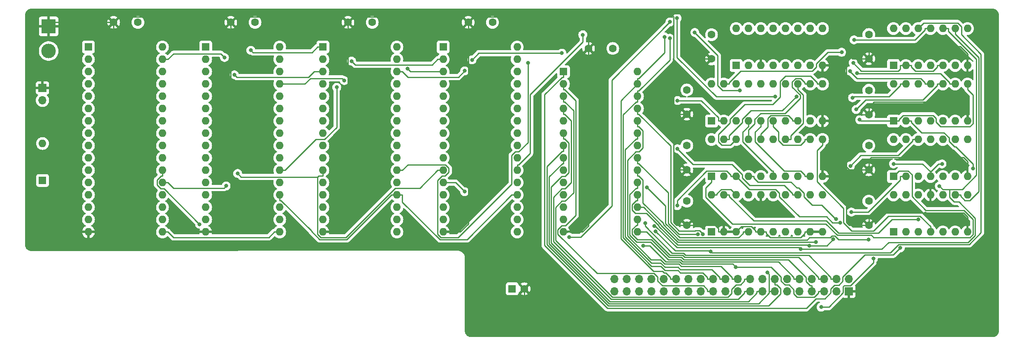
<source format=gbr>
%TF.GenerationSoftware,KiCad,Pcbnew,7.0.10*%
%TF.CreationDate,2024-05-03T22:40:51+02:00*%
%TF.ProjectId,p2000t-ram-expansion-board-2080kb,70323030-3074-42d7-9261-6d2d65787061,rev?*%
%TF.SameCoordinates,Original*%
%TF.FileFunction,Copper,L1,Top*%
%TF.FilePolarity,Positive*%
%FSLAX46Y46*%
G04 Gerber Fmt 4.6, Leading zero omitted, Abs format (unit mm)*
G04 Created by KiCad (PCBNEW 7.0.10) date 2024-05-03 22:40:51*
%MOMM*%
%LPD*%
G01*
G04 APERTURE LIST*
%TA.AperFunction,ComponentPad*%
%ADD10C,1.600000*%
%TD*%
%TA.AperFunction,ComponentPad*%
%ADD11R,1.600000X1.600000*%
%TD*%
%TA.AperFunction,ComponentPad*%
%ADD12O,1.600000X1.600000*%
%TD*%
%TA.AperFunction,ComponentPad*%
%ADD13R,1.700000X1.700000*%
%TD*%
%TA.AperFunction,ComponentPad*%
%ADD14O,1.700000X1.700000*%
%TD*%
%TA.AperFunction,ComponentPad*%
%ADD15R,3.000000X3.000000*%
%TD*%
%TA.AperFunction,ComponentPad*%
%ADD16C,3.000000*%
%TD*%
%TA.AperFunction,ViaPad*%
%ADD17C,0.800000*%
%TD*%
%TA.AperFunction,Conductor*%
%ADD18C,0.250000*%
%TD*%
G04 APERTURE END LIST*
D10*
%TO.P,C1,1*%
%TO.N,+5V*%
X160215000Y-77213600D03*
%TO.P,C1,2*%
%TO.N,GND*%
X155215000Y-77213600D03*
%TD*%
D11*
%TO.P,U5,1,G*%
%TO.N,~{IORQ}*%
X180535000Y-115008800D03*
D12*
%TO.P,U5,2,P0*%
%TO.N,GND*%
X183075000Y-115008800D03*
%TO.P,U5,3,R0*%
X185615000Y-115008800D03*
%TO.P,U5,4,P1*%
%TO.N,A1*%
X188155000Y-115008800D03*
%TO.P,U5,5,R1*%
%TO.N,GND*%
X190695000Y-115008800D03*
%TO.P,U5,6,P2*%
%TO.N,A2*%
X193235000Y-115008800D03*
%TO.P,U5,7,R2*%
%TO.N,+5V*%
X195775000Y-115008800D03*
%TO.P,U5,8,P3*%
%TO.N,A3*%
X198315000Y-115008800D03*
%TO.P,U5,9,R3*%
%TO.N,GND*%
X200855000Y-115008800D03*
%TO.P,U5,10,GND*%
X203395000Y-115008800D03*
%TO.P,U5,11,P4*%
%TO.N,A4*%
X203395000Y-107388800D03*
%TO.P,U5,12,R4*%
%TO.N,+5V*%
X200855000Y-107388800D03*
%TO.P,U5,13,P5*%
%TO.N,A5*%
X198315000Y-107388800D03*
%TO.P,U5,14,R5*%
%TO.N,GND*%
X195775000Y-107388800D03*
%TO.P,U5,15,P6*%
%TO.N,A6*%
X193235000Y-107388800D03*
%TO.P,U5,16,R6*%
%TO.N,GND*%
X190695000Y-107388800D03*
%TO.P,U5,17,P7*%
%TO.N,A7*%
X188155000Y-107388800D03*
%TO.P,U5,18,R7*%
%TO.N,+5V*%
X185615000Y-107388800D03*
%TO.P,U5,19,P=R*%
%TO.N,~{P=R}*%
X183075000Y-107388800D03*
%TO.P,U5,20,VCC*%
%TO.N,+5V*%
X180535000Y-107388800D03*
%TD*%
D11*
%TO.P,U2,1,A18*%
%TO.N,S5*%
X52260000Y-76908800D03*
D12*
%TO.P,U2,2,A16*%
%TO.N,S3*%
X52260000Y-79448800D03*
%TO.P,U2,3,A14*%
%TO.N,S1*%
X52260000Y-81988800D03*
%TO.P,U2,4,A12*%
%TO.N,A12*%
X52260000Y-84528800D03*
%TO.P,U2,5,A7*%
%TO.N,A7*%
X52260000Y-87068800D03*
%TO.P,U2,6,A6*%
%TO.N,A6*%
X52260000Y-89608800D03*
%TO.P,U2,7,A5*%
%TO.N,A5*%
X52260000Y-92148800D03*
%TO.P,U2,8,A4*%
%TO.N,A4*%
X52260000Y-94688800D03*
%TO.P,U2,9,A3*%
%TO.N,A3*%
X52260000Y-97228800D03*
%TO.P,U2,10,A2*%
%TO.N,A2*%
X52260000Y-99768800D03*
%TO.P,U2,11,A1*%
%TO.N,A1*%
X52260000Y-102308800D03*
%TO.P,U2,12,A0*%
%TO.N,A0*%
X52260000Y-104848800D03*
%TO.P,U2,13,DQ0*%
%TO.N,D0*%
X52260000Y-107388800D03*
%TO.P,U2,14,DQ1*%
%TO.N,D1*%
X52260000Y-109928800D03*
%TO.P,U2,15,DQ2*%
%TO.N,D2*%
X52260000Y-112468800D03*
%TO.P,U2,16,VSS*%
%TO.N,GND*%
X52260000Y-115008800D03*
%TO.P,U2,17,DQ3*%
%TO.N,D3*%
X67500000Y-115008800D03*
%TO.P,U2,18,DQ4*%
%TO.N,D4*%
X67500000Y-112468800D03*
%TO.P,U2,19,DQ5*%
%TO.N,D5*%
X67500000Y-109928800D03*
%TO.P,U2,20,DQ6*%
%TO.N,D6*%
X67500000Y-107388800D03*
%TO.P,U2,21,DQ7*%
%TO.N,D7*%
X67500000Y-104848800D03*
%TO.P,U2,22,CE#*%
%TO.N,~{CS1}*%
X67500000Y-102308800D03*
%TO.P,U2,23,A10*%
%TO.N,A10*%
X67500000Y-99768800D03*
%TO.P,U2,24,OE#*%
%TO.N,~{RD}*%
X67500000Y-97228800D03*
%TO.P,U2,25,A11*%
%TO.N,A11*%
X67500000Y-94688800D03*
%TO.P,U2,26,A9*%
%TO.N,A9*%
X67500000Y-92148800D03*
%TO.P,U2,27,A8*%
%TO.N,A8*%
X67500000Y-89608800D03*
%TO.P,U2,28,A13*%
%TO.N,S0*%
X67500000Y-87068800D03*
%TO.P,U2,29,WE#*%
%TO.N,~{WR}*%
X67500000Y-84528800D03*
%TO.P,U2,30,A17*%
%TO.N,S4*%
X67500000Y-81988800D03*
%TO.P,U2,31,A15*%
%TO.N,S2*%
X67500000Y-79448800D03*
%TO.P,U2,32,VCC*%
%TO.N,+5V*%
X67500000Y-76908800D03*
%TD*%
D10*
%TO.P,C9,1*%
%TO.N,+5V*%
X175455000Y-97228800D03*
%TO.P,C9,2*%
%TO.N,GND*%
X175455000Y-102228800D03*
%TD*%
%TO.P,C11,1*%
%TO.N,+5V*%
X180535000Y-74375000D03*
%TO.P,C11,2*%
%TO.N,GND*%
X180535000Y-79375000D03*
%TD*%
%TO.P,C13,1*%
%TO.N,+5V*%
X175455000Y-108665000D03*
%TO.P,C13,2*%
%TO.N,GND*%
X175455000Y-113665000D03*
%TD*%
D11*
%TO.P,U12,1,A0*%
%TO.N,S6*%
X185615000Y-80718800D03*
D12*
%TO.P,U12,2,A1*%
%TO.N,S7*%
X188155000Y-80718800D03*
%TO.P,U12,3,A2*%
%TO.N,GND*%
X190695000Y-80718800D03*
%TO.P,U12,4,E1*%
%TO.N,~{REN}*%
X193235000Y-80718800D03*
%TO.P,U12,5,E2*%
%TO.N,Net-(U12-E2)*%
X195775000Y-80718800D03*
%TO.P,U12,6,E3*%
%TO.N,+5V*%
X198315000Y-80718800D03*
%TO.P,U12,7,O7*%
%TO.N,unconnected-(U12-O7-Pad7)*%
X200855000Y-80718800D03*
%TO.P,U12,8,GND*%
%TO.N,GND*%
X203395000Y-80718800D03*
%TO.P,U12,9,O6*%
%TO.N,unconnected-(U12-O6-Pad9)*%
X203395000Y-73098800D03*
%TO.P,U12,10,O5*%
%TO.N,unconnected-(U12-O5-Pad10)*%
X200855000Y-73098800D03*
%TO.P,U12,11,O4*%
%TO.N,unconnected-(U12-O4-Pad11)*%
X198315000Y-73098800D03*
%TO.P,U12,12,O3*%
%TO.N,~{CS4}*%
X195775000Y-73098800D03*
%TO.P,U12,13,O2*%
%TO.N,~{CS3}*%
X193235000Y-73098800D03*
%TO.P,U12,14,O1*%
%TO.N,~{CS2}*%
X190695000Y-73098800D03*
%TO.P,U12,15,O0*%
%TO.N,~{CS1}*%
X188155000Y-73098800D03*
%TO.P,U12,16,VCC*%
%TO.N,+5V*%
X185615000Y-73098800D03*
%TD*%
D10*
%TO.P,C2,1*%
%TO.N,+5V*%
X212915000Y-85838800D03*
%TO.P,C2,2*%
%TO.N,GND*%
X212915000Y-90838800D03*
%TD*%
D11*
%TO.P,D1,1,K*%
%TO.N,+5V*%
X42800000Y-104410000D03*
D12*
%TO.P,D1,2,A*%
%TO.N,VCC*%
X42800000Y-96790000D03*
%TD*%
D10*
%TO.P,C14,1*%
%TO.N,+5V*%
X212915000Y-74335000D03*
%TO.P,C14,2*%
%TO.N,GND*%
X212915000Y-79335000D03*
%TD*%
D11*
%TO.P,U11,1,A18*%
%TO.N,S5*%
X125290000Y-76908800D03*
D12*
%TO.P,U11,2,A16*%
%TO.N,S3*%
X125290000Y-79448800D03*
%TO.P,U11,3,A14*%
%TO.N,S1*%
X125290000Y-81988800D03*
%TO.P,U11,4,A12*%
%TO.N,A12*%
X125290000Y-84528800D03*
%TO.P,U11,5,A7*%
%TO.N,A7*%
X125290000Y-87068800D03*
%TO.P,U11,6,A6*%
%TO.N,A6*%
X125290000Y-89608800D03*
%TO.P,U11,7,A5*%
%TO.N,A5*%
X125290000Y-92148800D03*
%TO.P,U11,8,A4*%
%TO.N,A4*%
X125290000Y-94688800D03*
%TO.P,U11,9,A3*%
%TO.N,A3*%
X125290000Y-97228800D03*
%TO.P,U11,10,A2*%
%TO.N,A2*%
X125290000Y-99768800D03*
%TO.P,U11,11,A1*%
%TO.N,A1*%
X125290000Y-102308800D03*
%TO.P,U11,12,A0*%
%TO.N,A0*%
X125290000Y-104848800D03*
%TO.P,U11,13,DQ0*%
%TO.N,D0*%
X125290000Y-107388800D03*
%TO.P,U11,14,DQ1*%
%TO.N,D1*%
X125290000Y-109928800D03*
%TO.P,U11,15,DQ2*%
%TO.N,D2*%
X125290000Y-112468800D03*
%TO.P,U11,16,VSS*%
%TO.N,GND*%
X125290000Y-115008800D03*
%TO.P,U11,17,DQ3*%
%TO.N,D3*%
X140530000Y-115008800D03*
%TO.P,U11,18,DQ4*%
%TO.N,D4*%
X140530000Y-112468800D03*
%TO.P,U11,19,DQ5*%
%TO.N,D5*%
X140530000Y-109928800D03*
%TO.P,U11,20,DQ6*%
%TO.N,D6*%
X140530000Y-107388800D03*
%TO.P,U11,21,DQ7*%
%TO.N,D7*%
X140530000Y-104848800D03*
%TO.P,U11,22,CE#*%
%TO.N,~{CS4}*%
X140530000Y-102308800D03*
%TO.P,U11,23,A10*%
%TO.N,A10*%
X140530000Y-99768800D03*
%TO.P,U11,24,OE#*%
%TO.N,~{RD}*%
X140530000Y-97228800D03*
%TO.P,U11,25,A11*%
%TO.N,A11*%
X140530000Y-94688800D03*
%TO.P,U11,26,A9*%
%TO.N,A9*%
X140530000Y-92148800D03*
%TO.P,U11,27,A8*%
%TO.N,A8*%
X140530000Y-89608800D03*
%TO.P,U11,28,A13*%
%TO.N,S0*%
X140530000Y-87068800D03*
%TO.P,U11,29,WE#*%
%TO.N,~{WR}*%
X140530000Y-84528800D03*
%TO.P,U11,30,A17*%
%TO.N,S4*%
X140530000Y-81988800D03*
%TO.P,U11,31,A15*%
%TO.N,S2*%
X140530000Y-79448800D03*
%TO.P,U11,32,VCC*%
%TO.N,+5V*%
X140530000Y-76908800D03*
%TD*%
D10*
%TO.P,C5,1*%
%TO.N,+5V*%
X86555000Y-71828800D03*
%TO.P,C5,2*%
%TO.N,GND*%
X81555000Y-71828800D03*
%TD*%
%TO.P,C12,1*%
%TO.N,+5V*%
X175455000Y-85765000D03*
%TO.P,C12,2*%
%TO.N,GND*%
X175455000Y-90765000D03*
%TD*%
%TO.P,C6,1*%
%TO.N,+5V*%
X62435800Y-71828800D03*
%TO.P,C6,2*%
%TO.N,GND*%
X57435800Y-71828800D03*
%TD*%
D11*
%TO.P,U1,1*%
%TO.N,Net-(U1-Pad1)*%
X217995000Y-115008800D03*
D12*
%TO.P,U1,2*%
%TO.N,Net-(U13A-C)*%
X220535000Y-115008800D03*
%TO.P,U1,3*%
%TO.N,Net-(U1-Pad3)*%
X223075000Y-115008800D03*
%TO.P,U1,4*%
%TO.N,Net-(U7-Cp)*%
X225615000Y-115008800D03*
%TO.P,U1,5*%
%TO.N,~{REN}*%
X228155000Y-115008800D03*
%TO.P,U1,6*%
%TO.N,Net-(U1-Pad6)*%
X230695000Y-115008800D03*
%TO.P,U1,7,GND*%
%TO.N,GND*%
X233235000Y-115008800D03*
%TO.P,U1,8*%
%TO.N,Net-(U1-Pad8)*%
X233235000Y-107388800D03*
%TO.P,U1,9*%
%TO.N,~{P=R}*%
X230695000Y-107388800D03*
%TO.P,U1,10*%
%TO.N,unconnected-(U1-Pad10)*%
X228155000Y-107388800D03*
%TO.P,U1,11*%
%TO.N,GND*%
X225615000Y-107388800D03*
%TO.P,U1,12*%
%TO.N,Net-(U1-Pad12)*%
X223075000Y-107388800D03*
%TO.P,U1,13*%
%TO.N,~{MRQ}*%
X220535000Y-107388800D03*
%TO.P,U1,14,VCC*%
%TO.N,+5V*%
X217995000Y-107388800D03*
%TD*%
D10*
%TO.P,C7,1*%
%TO.N,+5V*%
X110685000Y-71828800D03*
%TO.P,C7,2*%
%TO.N,GND*%
X105685000Y-71828800D03*
%TD*%
D11*
%TO.P,U8,1,A->B*%
%TO.N,+5V*%
X180540000Y-92148800D03*
D12*
%TO.P,U8,2,A0*%
%TO.N,S0*%
X183080000Y-92148800D03*
%TO.P,U8,3,A1*%
%TO.N,S1*%
X185620000Y-92148800D03*
%TO.P,U8,4,A2*%
%TO.N,S2*%
X188160000Y-92148800D03*
%TO.P,U8,5,A3*%
%TO.N,S3*%
X190700000Y-92148800D03*
%TO.P,U8,6,A4*%
%TO.N,S4*%
X193240000Y-92148800D03*
%TO.P,U8,7,A5*%
%TO.N,S5*%
X195780000Y-92148800D03*
%TO.P,U8,8,A6*%
%TO.N,S6*%
X198320000Y-92148800D03*
%TO.P,U8,9,A7*%
%TO.N,S7*%
X200860000Y-92148800D03*
%TO.P,U8,10,GND*%
%TO.N,GND*%
X203400000Y-92148800D03*
%TO.P,U8,11,B7*%
%TO.N,D7*%
X203400000Y-84528800D03*
%TO.P,U8,12,B6*%
%TO.N,D6*%
X200860000Y-84528800D03*
%TO.P,U8,13,B5*%
%TO.N,D5*%
X198320000Y-84528800D03*
%TO.P,U8,14,B4*%
%TO.N,D4*%
X195780000Y-84528800D03*
%TO.P,U8,15,B3*%
%TO.N,D3*%
X193240000Y-84528800D03*
%TO.P,U8,16,B2*%
%TO.N,D2*%
X190700000Y-84528800D03*
%TO.P,U8,17,B1*%
%TO.N,D1*%
X188160000Y-84528800D03*
%TO.P,U8,18,B0*%
%TO.N,D0*%
X185620000Y-84528800D03*
%TO.P,U8,19,CE*%
%TO.N,Net-(U8-CE)*%
X183080000Y-84528800D03*
%TO.P,U8,20,VCC*%
%TO.N,+5V*%
X180540000Y-84528800D03*
%TD*%
D11*
%TO.P,U9,1,A18*%
%TO.N,S5*%
X76395000Y-76908800D03*
D12*
%TO.P,U9,2,A16*%
%TO.N,S3*%
X76395000Y-79448800D03*
%TO.P,U9,3,A14*%
%TO.N,S1*%
X76395000Y-81988800D03*
%TO.P,U9,4,A12*%
%TO.N,A12*%
X76395000Y-84528800D03*
%TO.P,U9,5,A7*%
%TO.N,A7*%
X76395000Y-87068800D03*
%TO.P,U9,6,A6*%
%TO.N,A6*%
X76395000Y-89608800D03*
%TO.P,U9,7,A5*%
%TO.N,A5*%
X76395000Y-92148800D03*
%TO.P,U9,8,A4*%
%TO.N,A4*%
X76395000Y-94688800D03*
%TO.P,U9,9,A3*%
%TO.N,A3*%
X76395000Y-97228800D03*
%TO.P,U9,10,A2*%
%TO.N,A2*%
X76395000Y-99768800D03*
%TO.P,U9,11,A1*%
%TO.N,A1*%
X76395000Y-102308800D03*
%TO.P,U9,12,A0*%
%TO.N,A0*%
X76395000Y-104848800D03*
%TO.P,U9,13,DQ0*%
%TO.N,D0*%
X76395000Y-107388800D03*
%TO.P,U9,14,DQ1*%
%TO.N,D1*%
X76395000Y-109928800D03*
%TO.P,U9,15,DQ2*%
%TO.N,D2*%
X76395000Y-112468800D03*
%TO.P,U9,16,VSS*%
%TO.N,GND*%
X76395000Y-115008800D03*
%TO.P,U9,17,DQ3*%
%TO.N,D3*%
X91635000Y-115008800D03*
%TO.P,U9,18,DQ4*%
%TO.N,D4*%
X91635000Y-112468800D03*
%TO.P,U9,19,DQ5*%
%TO.N,D5*%
X91635000Y-109928800D03*
%TO.P,U9,20,DQ6*%
%TO.N,D6*%
X91635000Y-107388800D03*
%TO.P,U9,21,DQ7*%
%TO.N,D7*%
X91635000Y-104848800D03*
%TO.P,U9,22,CE#*%
%TO.N,~{CS2}*%
X91635000Y-102308800D03*
%TO.P,U9,23,A10*%
%TO.N,A10*%
X91635000Y-99768800D03*
%TO.P,U9,24,OE#*%
%TO.N,~{RD}*%
X91635000Y-97228800D03*
%TO.P,U9,25,A11*%
%TO.N,A11*%
X91635000Y-94688800D03*
%TO.P,U9,26,A9*%
%TO.N,A9*%
X91635000Y-92148800D03*
%TO.P,U9,27,A8*%
%TO.N,A8*%
X91635000Y-89608800D03*
%TO.P,U9,28,A13*%
%TO.N,S0*%
X91635000Y-87068800D03*
%TO.P,U9,29,WE#*%
%TO.N,~{WR}*%
X91635000Y-84528800D03*
%TO.P,U9,30,A17*%
%TO.N,S4*%
X91635000Y-81988800D03*
%TO.P,U9,31,A15*%
%TO.N,S2*%
X91635000Y-79448800D03*
%TO.P,U9,32,VCC*%
%TO.N,+5V*%
X91635000Y-76908800D03*
%TD*%
D11*
%TO.P,C3,1*%
%TO.N,+5V*%
X139500000Y-126743600D03*
D10*
%TO.P,C3,2*%
%TO.N,GND*%
X142000000Y-126743600D03*
%TD*%
%TO.P,C10,1*%
%TO.N,+5V*%
X212915000Y-97228800D03*
%TO.P,C10,2*%
%TO.N,GND*%
X212915000Y-102228800D03*
%TD*%
%TO.P,C4,1*%
%TO.N,+5V*%
X135450000Y-71828800D03*
%TO.P,C4,2*%
%TO.N,GND*%
X130450000Y-71828800D03*
%TD*%
D11*
%TO.P,U4,1,A14*%
%TO.N,RAMS0*%
X150055000Y-81988800D03*
D12*
%TO.P,U4,2,A12*%
%TO.N,A12*%
X150055000Y-84528800D03*
%TO.P,U4,3,A7*%
%TO.N,A7*%
X150055000Y-87068800D03*
%TO.P,U4,4,A6*%
%TO.N,A6*%
X150055000Y-89608800D03*
%TO.P,U4,5,A5*%
%TO.N,A5*%
X150055000Y-92148800D03*
%TO.P,U4,6,A4*%
%TO.N,A4*%
X150055000Y-94688800D03*
%TO.P,U4,7,A3*%
%TO.N,A3*%
X150055000Y-97228800D03*
%TO.P,U4,8,A2*%
%TO.N,A2*%
X150055000Y-99768800D03*
%TO.P,U4,9,A1*%
%TO.N,A1*%
X150055000Y-102308800D03*
%TO.P,U4,10,A0*%
%TO.N,A0*%
X150055000Y-104848800D03*
%TO.P,U4,11,Q0*%
%TO.N,D0*%
X150055000Y-107388800D03*
%TO.P,U4,12,Q1*%
%TO.N,D1*%
X150055000Y-109928800D03*
%TO.P,U4,13,Q2*%
%TO.N,D2*%
X150055000Y-112468800D03*
%TO.P,U4,14,GND*%
%TO.N,GND*%
X150055000Y-115008800D03*
%TO.P,U4,15,Q3*%
%TO.N,D3*%
X165295000Y-115008800D03*
%TO.P,U4,16,Q4*%
%TO.N,D4*%
X165295000Y-112468800D03*
%TO.P,U4,17,Q5*%
%TO.N,D5*%
X165295000Y-109928800D03*
%TO.P,U4,18,Q6*%
%TO.N,D6*%
X165295000Y-107388800D03*
%TO.P,U4,19,Q7*%
%TO.N,D7*%
X165295000Y-104848800D03*
%TO.P,U4,20,~{CS}*%
%TO.N,~{CS5}*%
X165295000Y-102308800D03*
%TO.P,U4,21,A10*%
%TO.N,A10*%
X165295000Y-99768800D03*
%TO.P,U4,22,~{OE}*%
%TO.N,~{RD}*%
X165295000Y-97228800D03*
%TO.P,U4,23,A11*%
%TO.N,A11*%
X165295000Y-94688800D03*
%TO.P,U4,24,A9*%
%TO.N,A9*%
X165295000Y-92148800D03*
%TO.P,U4,25,A8*%
%TO.N,A8*%
X165295000Y-89608800D03*
%TO.P,U4,26,A13*%
%TO.N,A13*%
X165295000Y-87068800D03*
%TO.P,U4,27,~{WE}*%
%TO.N,~{WR}*%
X165295000Y-84528800D03*
%TO.P,U4,28,VCC*%
%TO.N,+5V*%
X165295000Y-81988800D03*
%TD*%
D11*
%TO.P,U13,1,~{R}*%
%TO.N,~{RES}*%
X217995000Y-103588800D03*
D12*
%TO.P,U13,2,D*%
%TO.N,D0*%
X220535000Y-103588800D03*
%TO.P,U13,3,C*%
%TO.N,Net-(U13A-C)*%
X223075000Y-103588800D03*
%TO.P,U13,4,~{S}*%
%TO.N,+5V*%
X225615000Y-103588800D03*
%TO.P,U13,5,Q*%
%TO.N,RAMS0*%
X228155000Y-103588800D03*
%TO.P,U13,6,~{Q}*%
%TO.N,unconnected-(U13A-~{Q}-Pad6)*%
X230695000Y-103588800D03*
%TO.P,U13,7,GND*%
%TO.N,GND*%
X233235000Y-103588800D03*
%TO.P,U13,8,~{Q}*%
%TO.N,unconnected-(U13B-~{Q}-Pad8)*%
X233235000Y-95968800D03*
%TO.P,U13,9,Q*%
%TO.N,unconnected-(U13B-Q-Pad9)*%
X230695000Y-95968800D03*
%TO.P,U13,10,~{S}*%
%TO.N,+5V*%
X228155000Y-95968800D03*
%TO.P,U13,11,C*%
%TO.N,Net-(U13A-C)*%
X225615000Y-95968800D03*
%TO.P,U13,12,D*%
%TO.N,D1*%
X223075000Y-95968800D03*
%TO.P,U13,13,~{R}*%
%TO.N,~{RES}*%
X220535000Y-95968800D03*
%TO.P,U13,14,VCC*%
%TO.N,+5V*%
X217995000Y-95968800D03*
%TD*%
D13*
%TO.P,J2,1,Pin_1*%
%TO.N,GND*%
X42800000Y-85360000D03*
D14*
%TO.P,J2,2,Pin_2*%
%TO.N,VCC*%
X42800000Y-87900000D03*
%TD*%
D11*
%TO.P,U6,1*%
%TO.N,Net-(U3-Pad6)*%
X217995000Y-80718800D03*
D12*
%TO.P,U6,2*%
%TO.N,~{WR}*%
X220535000Y-80718800D03*
%TO.P,U6,3*%
%TO.N,Net-(U1-Pad1)*%
X223075000Y-80718800D03*
%TO.P,U6,4*%
%TO.N,Net-(U6-Pad4)*%
X225615000Y-80718800D03*
%TO.P,U6,5*%
%TO.N,~{WR}*%
X228155000Y-80718800D03*
%TO.P,U6,6*%
%TO.N,Net-(U1-Pad3)*%
X230695000Y-80718800D03*
%TO.P,U6,7,GND*%
%TO.N,GND*%
X233235000Y-80718800D03*
%TO.P,U6,8*%
%TO.N,Net-(U6-Pad4)*%
X233235000Y-73098800D03*
%TO.P,U6,9*%
%TO.N,~{P=R}*%
X230695000Y-73098800D03*
%TO.P,U6,10*%
%TO.N,A0*%
X228155000Y-73098800D03*
%TO.P,U6,11*%
%TO.N,Net-(U8-CE)*%
X225615000Y-73098800D03*
%TO.P,U6,12*%
%TO.N,~{RD}*%
X223075000Y-73098800D03*
%TO.P,U6,13*%
%TO.N,~{P=R}*%
X220535000Y-73098800D03*
%TO.P,U6,14,VCC*%
%TO.N,+5V*%
X217995000Y-73098800D03*
%TD*%
D10*
%TO.P,C8,1*%
%TO.N,+5V*%
X212915000Y-108658800D03*
%TO.P,C8,2*%
%TO.N,GND*%
X212915000Y-113658800D03*
%TD*%
D11*
%TO.P,U10,1,A18*%
%TO.N,S5*%
X100525000Y-76908800D03*
D12*
%TO.P,U10,2,A16*%
%TO.N,S3*%
X100525000Y-79448800D03*
%TO.P,U10,3,A14*%
%TO.N,S1*%
X100525000Y-81988800D03*
%TO.P,U10,4,A12*%
%TO.N,A12*%
X100525000Y-84528800D03*
%TO.P,U10,5,A7*%
%TO.N,A7*%
X100525000Y-87068800D03*
%TO.P,U10,6,A6*%
%TO.N,A6*%
X100525000Y-89608800D03*
%TO.P,U10,7,A5*%
%TO.N,A5*%
X100525000Y-92148800D03*
%TO.P,U10,8,A4*%
%TO.N,A4*%
X100525000Y-94688800D03*
%TO.P,U10,9,A3*%
%TO.N,A3*%
X100525000Y-97228800D03*
%TO.P,U10,10,A2*%
%TO.N,A2*%
X100525000Y-99768800D03*
%TO.P,U10,11,A1*%
%TO.N,A1*%
X100525000Y-102308800D03*
%TO.P,U10,12,A0*%
%TO.N,A0*%
X100525000Y-104848800D03*
%TO.P,U10,13,DQ0*%
%TO.N,D0*%
X100525000Y-107388800D03*
%TO.P,U10,14,DQ1*%
%TO.N,D1*%
X100525000Y-109928800D03*
%TO.P,U10,15,DQ2*%
%TO.N,D2*%
X100525000Y-112468800D03*
%TO.P,U10,16,VSS*%
%TO.N,GND*%
X100525000Y-115008800D03*
%TO.P,U10,17,DQ3*%
%TO.N,D3*%
X115765000Y-115008800D03*
%TO.P,U10,18,DQ4*%
%TO.N,D4*%
X115765000Y-112468800D03*
%TO.P,U10,19,DQ5*%
%TO.N,D5*%
X115765000Y-109928800D03*
%TO.P,U10,20,DQ6*%
%TO.N,D6*%
X115765000Y-107388800D03*
%TO.P,U10,21,DQ7*%
%TO.N,D7*%
X115765000Y-104848800D03*
%TO.P,U10,22,CE#*%
%TO.N,~{CS3}*%
X115765000Y-102308800D03*
%TO.P,U10,23,A10*%
%TO.N,A10*%
X115765000Y-99768800D03*
%TO.P,U10,24,OE#*%
%TO.N,~{RD}*%
X115765000Y-97228800D03*
%TO.P,U10,25,A11*%
%TO.N,A11*%
X115765000Y-94688800D03*
%TO.P,U10,26,A9*%
%TO.N,A9*%
X115765000Y-92148800D03*
%TO.P,U10,27,A8*%
%TO.N,A8*%
X115765000Y-89608800D03*
%TO.P,U10,28,A13*%
%TO.N,S0*%
X115765000Y-87068800D03*
%TO.P,U10,29,WE#*%
%TO.N,~{WR}*%
X115765000Y-84528800D03*
%TO.P,U10,30,A17*%
%TO.N,S4*%
X115765000Y-81988800D03*
%TO.P,U10,31,A15*%
%TO.N,S2*%
X115765000Y-79448800D03*
%TO.P,U10,32,VCC*%
%TO.N,+5V*%
X115765000Y-76908800D03*
%TD*%
D15*
%TO.P,J3,1,Pin_1*%
%TO.N,GND*%
X44070000Y-72660000D03*
D16*
%TO.P,J3,2,Pin_2*%
%TO.N,VCC*%
X44070000Y-77740000D03*
%TD*%
D11*
%TO.P,U3,1*%
%TO.N,Net-(U12-E2)*%
X218000000Y-92158800D03*
D12*
%TO.P,U3,2*%
%TO.N,Net-(U1-Pad6)*%
X220540000Y-92158800D03*
%TO.P,U3,3*%
%TO.N,~{CS5}*%
X223080000Y-92158800D03*
%TO.P,U3,4*%
%TO.N,A0*%
X225620000Y-92158800D03*
%TO.P,U3,5*%
%TO.N,Net-(U1-Pad8)*%
X228160000Y-92158800D03*
%TO.P,U3,6*%
%TO.N,Net-(U3-Pad6)*%
X230700000Y-92158800D03*
%TO.P,U3,7,GND*%
%TO.N,GND*%
X233240000Y-92158800D03*
%TO.P,U3,8*%
%TO.N,Net-(U12-E2)*%
X233240000Y-84538800D03*
%TO.P,U3,9*%
%TO.N,A13*%
X230700000Y-84538800D03*
%TO.P,U3,10*%
%TO.N,A14*%
X228160000Y-84538800D03*
%TO.P,U3,11*%
%TO.N,~{REN}*%
X225620000Y-84538800D03*
%TO.P,U3,12*%
%TO.N,Net-(U1-Pad12)*%
X223080000Y-84538800D03*
%TO.P,U3,13*%
%TO.N,RAMS2*%
X220540000Y-84538800D03*
%TO.P,U3,14,VCC*%
%TO.N,+5V*%
X218000000Y-84538800D03*
%TD*%
D11*
%TO.P,U7,1,~{Mr}*%
%TO.N,~{RES}*%
X180535000Y-103578800D03*
D12*
%TO.P,U7,2,Q0*%
%TO.N,S0*%
X183075000Y-103578800D03*
%TO.P,U7,3,D0*%
%TO.N,D0*%
X185615000Y-103578800D03*
%TO.P,U7,4,D1*%
%TO.N,D1*%
X188155000Y-103578800D03*
%TO.P,U7,5,Q1*%
%TO.N,S1*%
X190695000Y-103578800D03*
%TO.P,U7,6,Q2*%
%TO.N,S2*%
X193235000Y-103578800D03*
%TO.P,U7,7,D2*%
%TO.N,D2*%
X195775000Y-103578800D03*
%TO.P,U7,8,D3*%
%TO.N,D3*%
X198315000Y-103578800D03*
%TO.P,U7,9,Q3*%
%TO.N,S3*%
X200855000Y-103578800D03*
%TO.P,U7,10,GND*%
%TO.N,GND*%
X203395000Y-103578800D03*
%TO.P,U7,11,Cp*%
%TO.N,Net-(U7-Cp)*%
X203395000Y-95958800D03*
%TO.P,U7,12,Q4*%
%TO.N,S4*%
X200855000Y-95958800D03*
%TO.P,U7,13,D4*%
%TO.N,D4*%
X198315000Y-95958800D03*
%TO.P,U7,14,D5*%
%TO.N,D5*%
X195775000Y-95958800D03*
%TO.P,U7,15,Q5*%
%TO.N,S5*%
X193235000Y-95958800D03*
%TO.P,U7,16,Q6*%
%TO.N,S6*%
X190695000Y-95958800D03*
%TO.P,U7,17,D6*%
%TO.N,D6*%
X188155000Y-95958800D03*
%TO.P,U7,18,D7*%
%TO.N,D7*%
X185615000Y-95958800D03*
%TO.P,U7,19,Q7*%
%TO.N,S7*%
X183075000Y-95958800D03*
%TO.P,U7,20,VCC*%
%TO.N,+5V*%
X180535000Y-95958800D03*
%TD*%
D13*
%TO.P,J1,1,Pin_1*%
%TO.N,GND*%
X208825600Y-127251600D03*
D14*
%TO.P,J1,2,Pin_2*%
%TO.N,unconnected-(J1-Pin_2-Pad2)*%
X208825600Y-124711600D03*
%TO.P,J1,3,Pin_3*%
%TO.N,D0*%
X206285600Y-127251600D03*
%TO.P,J1,4,Pin_4*%
%TO.N,D1*%
X206285600Y-124711600D03*
%TO.P,J1,5,Pin_5*%
%TO.N,D2*%
X203745600Y-127251600D03*
%TO.P,J1,6,Pin_6*%
%TO.N,D3*%
X203745600Y-124711600D03*
%TO.P,J1,7,Pin_7*%
%TO.N,D4*%
X201205600Y-127251600D03*
%TO.P,J1,8,Pin_8*%
%TO.N,D5*%
X201205600Y-124711600D03*
%TO.P,J1,9,Pin_9*%
%TO.N,D6*%
X198665600Y-127251600D03*
%TO.P,J1,10,Pin_10*%
%TO.N,D7*%
X198665600Y-124711600D03*
%TO.P,J1,11,Pin_11*%
%TO.N,A0*%
X196125600Y-127251600D03*
%TO.P,J1,12,Pin_12*%
%TO.N,A1*%
X196125600Y-124711600D03*
%TO.P,J1,13,Pin_13*%
%TO.N,A2*%
X193585600Y-127251600D03*
%TO.P,J1,14,Pin_14*%
%TO.N,A3*%
X193585600Y-124711600D03*
%TO.P,J1,15,Pin_15*%
%TO.N,A4*%
X191045600Y-127251600D03*
%TO.P,J1,16,Pin_16*%
%TO.N,A5*%
X191045600Y-124711600D03*
%TO.P,J1,17,Pin_17*%
%TO.N,A6*%
X188505600Y-127251600D03*
%TO.P,J1,18,Pin_18*%
%TO.N,A7*%
X188505600Y-124711600D03*
%TO.P,J1,19,Pin_19*%
%TO.N,A8*%
X185965600Y-127251600D03*
%TO.P,J1,20,Pin_20*%
%TO.N,A9*%
X185965600Y-124711600D03*
%TO.P,J1,21,Pin_21*%
%TO.N,A10*%
X183425600Y-127251600D03*
%TO.P,J1,22,Pin_22*%
%TO.N,A11*%
X183425600Y-124711600D03*
%TO.P,J1,23,Pin_23*%
%TO.N,A12*%
X180885600Y-127251600D03*
%TO.P,J1,24,Pin_24*%
%TO.N,A13*%
X180885600Y-124711600D03*
%TO.P,J1,25,Pin_25*%
%TO.N,A14*%
X178345600Y-127251600D03*
%TO.P,J1,26,Pin_26*%
%TO.N,RAMS2*%
X178345600Y-124711600D03*
%TO.P,J1,27,Pin_27*%
%TO.N,~{MRQ}*%
X175805600Y-127251600D03*
%TO.P,J1,28,Pin_28*%
%TO.N,~{RD}*%
X175805600Y-124711600D03*
%TO.P,J1,29,Pin_29*%
%TO.N,unconnected-(J1-Pin_29-Pad29)*%
X173265600Y-127251600D03*
%TO.P,J1,30,Pin_30*%
%TO.N,~{WR}*%
X173265600Y-124711600D03*
%TO.P,J1,31,Pin_31*%
%TO.N,~{IORQ}*%
X170725600Y-127251600D03*
%TO.P,J1,32,Pin_32*%
%TO.N,unconnected-(J1-Pin_32-Pad32)*%
X170725600Y-124711600D03*
%TO.P,J1,33,Pin_33*%
%TO.N,unconnected-(J1-Pin_33-Pad33)*%
X168185600Y-127251600D03*
%TO.P,J1,34,Pin_34*%
%TO.N,~{RES}*%
X168185600Y-124711600D03*
%TO.P,J1,35,Pin_35*%
%TO.N,unconnected-(J1-Pin_35-Pad35)*%
X165645600Y-127251600D03*
%TO.P,J1,36,Pin_36*%
%TO.N,unconnected-(J1-Pin_36-Pad36)*%
X165645600Y-124711600D03*
%TO.P,J1,37,Pin_37*%
%TO.N,unconnected-(J1-Pin_37-Pad37)*%
X163105600Y-127251600D03*
%TO.P,J1,38,Pin_38*%
%TO.N,unconnected-(J1-Pin_38-Pad38)*%
X163105600Y-124711600D03*
%TO.P,J1,39,Pin_39*%
%TO.N,unconnected-(J1-Pin_39-Pad39)*%
X160565600Y-127251600D03*
%TO.P,J1,40,Pin_40*%
%TO.N,unconnected-(J1-Pin_40-Pad40)*%
X160565600Y-124711600D03*
%TD*%
D17*
%TO.N,D0*%
X209337500Y-110922100D03*
X173476000Y-109592500D03*
X207004800Y-113127500D03*
%TO.N,D1*%
X209129700Y-101402100D03*
X166866300Y-113240300D03*
X206220700Y-112367400D03*
%TO.N,D2*%
X166513500Y-117881700D03*
X185547800Y-122266000D03*
%TO.N,D5*%
X202036700Y-117129300D03*
%TO.N,D6*%
X205611200Y-116548900D03*
X200692100Y-117854700D03*
%TO.N,D7*%
X80632000Y-105536000D03*
%TO.N,A0*%
X168747600Y-113808000D03*
X198861500Y-118564300D03*
X129708700Y-106719900D03*
X227445750Y-105554250D03*
%TO.N,A1*%
X167206400Y-105824700D03*
X82985700Y-102983000D03*
%TO.N,A2*%
X192061700Y-123374800D03*
%TO.N,A5*%
X173525000Y-97879700D03*
%TO.N,A8*%
X178756100Y-115453400D03*
%TO.N,A10*%
X177754900Y-115453400D03*
%TO.N,A13*%
X210496800Y-82293500D03*
X171960000Y-75107400D03*
%TO.N,A14*%
X210312200Y-89791700D03*
%TO.N,RAMS2*%
X209577700Y-87369300D03*
%TO.N,~{MRQ}*%
X213874400Y-120502900D03*
X203106900Y-130503300D03*
%TO.N,~{RD}*%
X169038800Y-114911100D03*
X180353000Y-119014000D03*
%TO.N,~{WR}*%
X170866500Y-74834000D03*
X209695000Y-80170600D03*
X104930600Y-83821400D03*
%TO.N,~{CS2}*%
X103376900Y-85209300D03*
%TO.N,GND*%
X224581496Y-111293150D03*
X225600000Y-109400000D03*
%TO.N,S1*%
X117963800Y-81413000D03*
X82313900Y-82646300D03*
%TO.N,S2*%
X186367300Y-85887400D03*
X177095400Y-73933000D03*
X80275000Y-79078700D03*
%TO.N,+5V*%
X228000000Y-101000000D03*
X218000000Y-101000000D03*
%TO.N,~{CS1}*%
X151191100Y-116067500D03*
X75136800Y-113425300D03*
X171992000Y-71748300D03*
%TO.N,~{REN}*%
X209035000Y-81844100D03*
%TO.N,Net-(U1-Pad6)*%
X234340000Y-101923200D03*
%TO.N,S3*%
X106424800Y-79819800D03*
X131233800Y-79569000D03*
X149738800Y-78178800D03*
%TO.N,S0*%
X173525000Y-87942300D03*
%TO.N,S5*%
X193665200Y-87161300D03*
X173454800Y-70999700D03*
X85701200Y-77591700D03*
%TO.N,Net-(U12-E2)*%
X211046600Y-91913800D03*
%TO.N,S4*%
X129714800Y-81822700D03*
%TO.N,~{CS3}*%
X142752800Y-80215200D03*
%TO.N,S7*%
X198038300Y-87097000D03*
%TO.N,~{P=R}*%
X223108500Y-112476500D03*
%TO.N,Net-(U8-CE)*%
X209878600Y-75460400D03*
X207332800Y-78006200D03*
%TO.N,~{CS5}*%
X212902900Y-116637300D03*
%TO.N,RAMS0*%
X219384900Y-118327300D03*
%TO.N,~{CS4}*%
X154040600Y-74398900D03*
%TD*%
D18*
%TO.N,GND*%
X40065000Y-74070000D02*
X41475000Y-72660000D01*
X40065000Y-115465000D02*
X40065000Y-74070000D01*
X42075000Y-117475000D02*
X40065000Y-115465000D01*
X41475000Y-72660000D02*
X44070000Y-72660000D01*
X132715000Y-119380000D02*
X130810000Y-117475000D01*
X132715000Y-132715000D02*
X132715000Y-119380000D01*
X130810000Y-117475000D02*
X42075000Y-117475000D01*
X133985000Y-133985000D02*
X132715000Y-132715000D01*
X144145000Y-133985000D02*
X133985000Y-133985000D01*
X42075000Y-117475000D02*
X42000000Y-117400000D01*
X40138800Y-85360000D02*
X40065000Y-85286200D01*
X42800000Y-85360000D02*
X40138800Y-85360000D01*
X44901200Y-71828800D02*
X44070000Y-72660000D01*
X57435800Y-71828800D02*
X44901200Y-71828800D01*
%TO.N,D0*%
X220535000Y-103588800D02*
X219409700Y-103588800D01*
X198606100Y-111885000D02*
X194505000Y-107783900D01*
X212779800Y-110922100D02*
X219409700Y-104292200D01*
X205443700Y-113127500D02*
X204201200Y-111885000D01*
X185615000Y-103578800D02*
X184489700Y-103578800D01*
X183645800Y-102453500D02*
X184489700Y-103297400D01*
X193723100Y-106241700D02*
X188277900Y-106241700D01*
X179546600Y-102453500D02*
X183645800Y-102453500D01*
X173476000Y-109592500D02*
X173476000Y-108524100D01*
X194505000Y-107023600D02*
X193723100Y-106241700D01*
X204201200Y-111885000D02*
X198606100Y-111885000D01*
X207004800Y-113127500D02*
X205443700Y-113127500D01*
X209337500Y-110922100D02*
X212779800Y-110922100D01*
X188277900Y-106241700D02*
X185615000Y-103578800D01*
X219409700Y-104292200D02*
X219409700Y-103588800D01*
X184489700Y-103297400D02*
X184489700Y-103578800D01*
X173476000Y-108524100D02*
X179546600Y-102453500D01*
X194505000Y-107783900D02*
X194505000Y-107023600D01*
%TO.N,D1*%
X198149100Y-105963100D02*
X198504000Y-105963100D01*
X201311900Y-109511200D02*
X203259600Y-109511200D01*
X200575600Y-119809600D02*
X175200600Y-119809600D01*
X190124200Y-104704100D02*
X196890100Y-104704100D01*
X221949700Y-96250100D02*
X221949700Y-95968800D01*
X196890100Y-104704100D02*
X198149100Y-105963100D01*
X205110300Y-124344300D02*
X200575600Y-119809600D01*
X223075000Y-95968800D02*
X221949700Y-95968800D01*
X166866300Y-113784900D02*
X166866300Y-113240300D01*
X174750300Y-119359300D02*
X172440700Y-119359300D01*
X203259600Y-109511200D02*
X206115800Y-112367400D01*
X189280300Y-103860200D02*
X190124200Y-104704100D01*
X188155000Y-103578800D02*
X189280300Y-103578800D01*
X218955200Y-99244600D02*
X221949700Y-96250100D01*
X199585000Y-107784300D02*
X201311900Y-109511200D01*
X198504000Y-105963100D02*
X199585000Y-107044100D01*
X206285600Y-124711600D02*
X205110300Y-124711600D01*
X172440700Y-119359300D02*
X166866300Y-113784900D01*
X175200600Y-119809600D02*
X174750300Y-119359300D01*
X211287200Y-99244600D02*
X218955200Y-99244600D01*
X209129700Y-101402100D02*
X211287200Y-99244600D01*
X206115800Y-112367400D02*
X206220700Y-112367400D01*
X199585000Y-107044100D02*
X199585000Y-107784300D01*
X189280300Y-103578800D02*
X189280300Y-103860200D01*
X205110300Y-124711600D02*
X205110300Y-124344300D01*
%TO.N,D2*%
X197490300Y-127792700D02*
X198156900Y-128459300D01*
X185547800Y-122266000D02*
X184892600Y-121610800D01*
X194855600Y-125125800D02*
X195678000Y-125948200D01*
X171095500Y-121160500D02*
X167816700Y-117881700D01*
X195678000Y-125948200D02*
X196502300Y-125948200D01*
X196502300Y-125948200D02*
X197490300Y-126936200D01*
X198156900Y-128459300D02*
X201729900Y-128459300D01*
X203745600Y-127251600D02*
X202570300Y-127251600D01*
X194855600Y-124304100D02*
X194855600Y-125125800D01*
X185547800Y-122266000D02*
X192817500Y-122266000D01*
X167816700Y-117881700D02*
X166513500Y-117881700D01*
X202570300Y-127618900D02*
X202570300Y-127251600D01*
X174003900Y-121160500D02*
X171095500Y-121160500D01*
X201729900Y-128459300D02*
X202570300Y-127618900D01*
X197490300Y-126936200D02*
X197490300Y-127792700D01*
X184892600Y-121610800D02*
X174454200Y-121610800D01*
X174454200Y-121610800D02*
X174003900Y-121160500D01*
X192817500Y-122266000D02*
X194855600Y-124304100D01*
%TO.N,D3*%
X171973600Y-119809600D02*
X167172800Y-115008800D01*
X89384400Y-116134100D02*
X69750600Y-116134100D01*
X175014000Y-120259900D02*
X174563700Y-119809600D01*
X174563700Y-119809600D02*
X171973600Y-119809600D01*
X67500000Y-115008800D02*
X68625300Y-115008800D01*
X165295000Y-115008800D02*
X166420300Y-115008800D01*
X202570300Y-124344300D02*
X198485900Y-120259900D01*
X167172800Y-115008800D02*
X166420300Y-115008800D01*
X203745600Y-124711600D02*
X202570300Y-124711600D01*
X202570300Y-124711600D02*
X202570300Y-124344300D01*
X69750600Y-116134100D02*
X68625300Y-115008800D01*
X91635000Y-115008800D02*
X90509700Y-115008800D01*
X198485900Y-120259900D02*
X175014000Y-120259900D01*
X90509700Y-115008800D02*
X89384400Y-116134100D01*
%TO.N,D4*%
X200030300Y-124385400D02*
X196355100Y-120710200D01*
X164169700Y-115506900D02*
X164169700Y-114500300D01*
X168158600Y-116631500D02*
X165294300Y-116631500D01*
X200030300Y-125268400D02*
X200030300Y-124385400D01*
X171787000Y-120259900D02*
X168158600Y-116631500D01*
X165295000Y-112468800D02*
X165295000Y-113594100D01*
X165075900Y-113594100D02*
X165295000Y-113594100D01*
X196355100Y-120710200D02*
X174827400Y-120710200D01*
X201205600Y-127251600D02*
X201205600Y-126076300D01*
X174377100Y-120259900D02*
X171787000Y-120259900D01*
X200838200Y-126076300D02*
X200030300Y-125268400D01*
X174827400Y-120710200D02*
X174377100Y-120259900D01*
X164169700Y-114500300D02*
X165075900Y-113594100D01*
X201205600Y-126076300D02*
X200838200Y-126076300D01*
X165294300Y-116631500D02*
X164169700Y-115506900D01*
%TO.N,D5*%
X195775000Y-95958800D02*
X196900300Y-95958800D01*
X173614700Y-117129300D02*
X170148300Y-113662900D01*
X202036700Y-117129300D02*
X173614700Y-117129300D01*
X170148300Y-113662900D02*
X170148300Y-113535900D01*
X170148300Y-113535900D02*
X166541200Y-109928800D01*
X166541200Y-109928800D02*
X165295000Y-109928800D01*
X196900300Y-95188200D02*
X199445300Y-92643200D01*
X199445300Y-92643200D02*
X199445300Y-86779400D01*
X196900300Y-95958800D02*
X196900300Y-95188200D01*
X198320000Y-84528800D02*
X198320000Y-85654100D01*
X199445300Y-86779400D02*
X198320000Y-85654100D01*
%TO.N,D6*%
X167174300Y-111198800D02*
X164896200Y-111198800D01*
X169698000Y-113849500D02*
X169698000Y-113722500D01*
X204305400Y-117854700D02*
X200692100Y-117854700D01*
X197153800Y-85152400D02*
X197153800Y-84100900D01*
X91635000Y-107388800D02*
X91635000Y-108514100D01*
X98126500Y-114839400D02*
X99871500Y-116584400D01*
X116890300Y-107388800D02*
X116890300Y-108869700D01*
X165295000Y-107388800D02*
X165295000Y-108514100D01*
X189430000Y-91823600D02*
X190680500Y-90573100D01*
X116890300Y-108869700D02*
X124605000Y-116584400D01*
X188155000Y-93954000D02*
X189430000Y-92679000D01*
X91635000Y-108514100D02*
X91880800Y-108514100D01*
X197153800Y-84100900D02*
X197851200Y-83403500D01*
X115765000Y-107388800D02*
X114639700Y-107388800D01*
X165013600Y-108514100D02*
X165295000Y-108514100D01*
X124605000Y-116584400D02*
X130209100Y-116584400D01*
X164896200Y-111198800D02*
X164169700Y-110472300D01*
X197851200Y-83403500D02*
X198890800Y-83403500D01*
X200556800Y-117719400D02*
X173567900Y-117719400D01*
X115765000Y-107388800D02*
X116890300Y-107388800D01*
X188155000Y-95958800D02*
X188155000Y-93954000D01*
X199734700Y-84247400D02*
X199734700Y-84528800D01*
X198890800Y-83403500D02*
X199734700Y-84247400D01*
X205611200Y-116548900D02*
X204305400Y-117854700D01*
X198793200Y-86791800D02*
X197153800Y-85152400D01*
X169698000Y-113722500D02*
X167174300Y-111198800D01*
X200692100Y-117854700D02*
X200556800Y-117719400D01*
X105444100Y-116584400D02*
X114639700Y-107388800D01*
X200860000Y-84528800D02*
X199734700Y-84528800D01*
X173567900Y-117719400D02*
X169698000Y-113849500D01*
X164169700Y-109358000D02*
X165013600Y-108514100D01*
X190680500Y-90573100D02*
X195662200Y-90573100D01*
X195662200Y-90573100D02*
X198793200Y-87442100D01*
X140530000Y-107388800D02*
X139404700Y-107388800D01*
X91880800Y-108514100D02*
X98126500Y-114759800D01*
X189430000Y-92679000D02*
X189430000Y-91823600D01*
X99871500Y-116584400D02*
X105444100Y-116584400D01*
X130209100Y-116584400D02*
X139404700Y-107388800D01*
X198793200Y-87442100D02*
X198793200Y-86791800D01*
X98126500Y-114759800D02*
X98126500Y-114839400D01*
X164169700Y-110472300D02*
X164169700Y-109358000D01*
%TO.N,D7*%
X194646600Y-87244900D02*
X193146500Y-88745000D01*
X174190500Y-120710200D02*
X171600400Y-120710200D01*
X182628100Y-97133200D02*
X184440600Y-97133200D01*
X202274700Y-84528800D02*
X202274700Y-84247500D01*
X202274700Y-84247500D02*
X200913200Y-82886000D01*
X80632000Y-105536000D02*
X80193900Y-105974100D01*
X67500000Y-104848800D02*
X68625300Y-104848800D01*
X165013700Y-105974100D02*
X165295000Y-105974100D01*
X167972200Y-117082000D02*
X165099200Y-117082000D01*
X184440600Y-97133200D02*
X185615000Y-95958800D01*
X165099200Y-117082000D02*
X163696500Y-115679300D01*
X184350000Y-92510600D02*
X181943200Y-94917400D01*
X195775600Y-82886000D02*
X194646600Y-84015000D01*
X181943200Y-96448300D02*
X182628100Y-97133200D01*
X197490300Y-124344300D02*
X194306500Y-121160500D01*
X163696500Y-115679300D02*
X163696500Y-107291300D01*
X200913200Y-82886000D02*
X195775600Y-82886000D01*
X203400000Y-84528800D02*
X202274700Y-84528800D01*
X194306500Y-121160500D02*
X174640800Y-121160500D01*
X174640800Y-121160500D02*
X174190500Y-120710200D01*
X165295000Y-104848800D02*
X165295000Y-105974100D01*
X193146500Y-88745000D02*
X187397500Y-88745000D01*
X163696500Y-107291300D02*
X165013700Y-105974100D01*
X194646600Y-84015000D02*
X194646600Y-87244900D01*
X69750600Y-105974100D02*
X68625300Y-104848800D01*
X197490300Y-124711600D02*
X197490300Y-124344300D01*
X171600400Y-120710200D02*
X167972200Y-117082000D01*
X80193900Y-105974100D02*
X69750600Y-105974100D01*
X184350000Y-91792500D02*
X184350000Y-92510600D01*
X187397500Y-88745000D02*
X184350000Y-91792500D01*
X198665600Y-124711600D02*
X197490300Y-124711600D01*
X181943200Y-94917400D02*
X181943200Y-96448300D01*
%TO.N,A0*%
X231485100Y-108809900D02*
X234839600Y-112164400D01*
X229560500Y-106263500D02*
X229560500Y-107861200D01*
X235081400Y-103334200D02*
X232152100Y-106263500D01*
X168961500Y-113808000D02*
X168747600Y-113808000D01*
X198876900Y-118579700D02*
X215572000Y-118579700D01*
X229280300Y-73653200D02*
X235081400Y-79454300D01*
X233397300Y-117151700D02*
X217000000Y-117151700D01*
X198861500Y-118564300D02*
X198530700Y-118233500D01*
X234839600Y-115709400D02*
X233397300Y-117151700D01*
X234839600Y-112164400D02*
X234839600Y-115709400D01*
X235081400Y-79454300D02*
X235081400Y-103334200D01*
X229560500Y-107861200D02*
X230509200Y-108809900D01*
X198530700Y-118233500D02*
X173387000Y-118233500D01*
X229280300Y-73098800D02*
X229280300Y-73653200D01*
X127837600Y-104848800D02*
X129708700Y-106719900D01*
X198861500Y-118564300D02*
X198876900Y-118579700D01*
X232152100Y-106263500D02*
X229560500Y-106263500D01*
X215572000Y-118579700D02*
X217000000Y-117151700D01*
X229560500Y-106263500D02*
X228155000Y-106263500D01*
X173387000Y-118233500D02*
X168961500Y-113808000D01*
X228155000Y-73098800D02*
X229280300Y-73098800D01*
X198889200Y-118592000D02*
X198861500Y-118564300D01*
X228155000Y-106263500D02*
X227445750Y-105554250D01*
X230509200Y-108809900D02*
X231485100Y-108809900D01*
X125290000Y-104848800D02*
X127837600Y-104848800D01*
%TO.N,A1*%
X99657000Y-103434100D02*
X99399700Y-103691400D01*
X188155000Y-115008800D02*
X187029700Y-115008800D01*
X125290000Y-102308800D02*
X124164700Y-102308800D01*
X124164700Y-102308800D02*
X120499300Y-105974200D01*
X186112800Y-116207000D02*
X173966300Y-116207000D01*
X187029700Y-115008800D02*
X187029700Y-115290100D01*
X173966300Y-116207000D02*
X171048900Y-113289600D01*
X99399700Y-115475700D02*
X99399700Y-103691400D01*
X115417400Y-105974200D02*
X105257500Y-116134100D01*
X100058100Y-116134100D02*
X99399700Y-115475700D01*
X171048900Y-109667200D02*
X167206400Y-105824700D01*
X83694100Y-103691400D02*
X82985700Y-102983000D01*
X105257500Y-116134100D02*
X100058100Y-116134100D01*
X99399700Y-103691400D02*
X83694100Y-103691400D01*
X120499300Y-105974200D02*
X115417400Y-105974200D01*
X187029700Y-115290100D02*
X186112800Y-116207000D01*
X171048900Y-113289600D02*
X171048900Y-109667200D01*
X100525000Y-102308800D02*
X100525000Y-103434100D01*
X100525000Y-103434100D02*
X99657000Y-103434100D01*
%TO.N,A2*%
X192410200Y-123723300D02*
X192061700Y-123374800D01*
X147091700Y-117422200D02*
X159469700Y-129800200D01*
X193585600Y-127251600D02*
X192410300Y-127251600D01*
X192410300Y-127251600D02*
X192410200Y-127251600D01*
X150055000Y-100894100D02*
X149841400Y-100894100D01*
X147091700Y-103643800D02*
X147091700Y-117422200D01*
X150055000Y-99768800D02*
X150055000Y-100894100D01*
X192410300Y-127618900D02*
X192410300Y-127251600D01*
X159469700Y-129800200D02*
X190229000Y-129800200D01*
X149841400Y-100894100D02*
X147091700Y-103643800D01*
X192410200Y-127251600D02*
X192410200Y-123723300D01*
X190229000Y-129800200D02*
X192410300Y-127618900D01*
%TO.N,A3*%
X146641400Y-101486400D02*
X149773700Y-98354100D01*
X159283100Y-130250500D02*
X146641400Y-117608800D01*
X194761000Y-126695000D02*
X194761000Y-127761500D01*
X192272000Y-130250500D02*
X159283100Y-130250500D01*
X193585600Y-125886900D02*
X193952900Y-125886900D01*
X193585600Y-124711600D02*
X193585600Y-125886900D01*
X150055000Y-97228800D02*
X150055000Y-98354100D01*
X146641400Y-117608800D02*
X146641400Y-101486400D01*
X149773700Y-98354100D02*
X150055000Y-98354100D01*
X193952900Y-125886900D02*
X194761000Y-126695000D01*
X194761000Y-127761500D02*
X192272000Y-130250500D01*
%TO.N,A4*%
X188139300Y-129349900D02*
X189870300Y-127618900D01*
X151180300Y-96658000D02*
X151180300Y-102817700D01*
X189870300Y-127618900D02*
X189870300Y-127251600D01*
X159656300Y-129349900D02*
X188139300Y-129349900D01*
X150419200Y-103578800D02*
X149730200Y-103578800D01*
X147542000Y-117235600D02*
X159656300Y-129349900D01*
X147542000Y-105767000D02*
X147542000Y-117235600D01*
X151180300Y-102817700D02*
X150419200Y-103578800D01*
X150055000Y-94688800D02*
X150055000Y-95814100D01*
X191045600Y-127251600D02*
X189870300Y-127251600D01*
X150336400Y-95814100D02*
X151180300Y-96658000D01*
X150055000Y-95814100D02*
X150336400Y-95814100D01*
X149730200Y-103578800D02*
X147542000Y-105767000D01*
%TO.N,A5*%
X195533300Y-105451100D02*
X188434100Y-105451100D01*
X176748700Y-101103400D02*
X173525000Y-97879700D01*
X197189700Y-107107500D02*
X195533300Y-105451100D01*
X186885000Y-103902000D02*
X186885000Y-103256200D01*
X186885000Y-103256200D02*
X184732200Y-101103400D01*
X198315000Y-107388800D02*
X197189700Y-107388800D01*
X188434100Y-105451100D02*
X186885000Y-103902000D01*
X184732200Y-101103400D02*
X176748700Y-101103400D01*
X197189700Y-107388800D02*
X197189700Y-107107500D01*
%TO.N,A6*%
X150055000Y-89608800D02*
X150055000Y-90734100D01*
X149711300Y-106118800D02*
X150410900Y-106118800D01*
X187330300Y-127251600D02*
X187330300Y-127619000D01*
X187330300Y-127619000D02*
X186049700Y-128899600D01*
X159842900Y-128899600D02*
X147992300Y-117049000D01*
X150274200Y-90734100D02*
X150055000Y-90734100D01*
X188505600Y-127251600D02*
X187330300Y-127251600D01*
X150410900Y-106118800D02*
X151671700Y-104858000D01*
X147992300Y-117049000D02*
X147992300Y-107837800D01*
X186049700Y-128899600D02*
X159842900Y-128899600D01*
X147992300Y-107837800D02*
X149711300Y-106118800D01*
X151671700Y-92131600D02*
X150274200Y-90734100D01*
X151671700Y-104858000D02*
X151671700Y-92131600D01*
%TO.N,A7*%
X150376500Y-108658800D02*
X152122000Y-106913300D01*
X187330300Y-125079000D02*
X186522400Y-125886900D01*
X185629300Y-125886900D02*
X184695600Y-126820600D01*
X150055000Y-87068800D02*
X150055000Y-88194100D01*
X184695600Y-126820600D02*
X184695600Y-127663400D01*
X149733400Y-108658800D02*
X150376500Y-108658800D01*
X188505600Y-124711600D02*
X187330300Y-124711600D01*
X184695600Y-127663400D02*
X183914200Y-128444800D01*
X183914200Y-128444800D02*
X160084900Y-128444800D01*
X148442700Y-116802600D02*
X148442700Y-109949500D01*
X152122000Y-89979800D02*
X150336300Y-88194100D01*
X187330300Y-124711600D02*
X187330300Y-125079000D01*
X148442700Y-109949500D02*
X149733400Y-108658800D01*
X152122000Y-106913300D02*
X152122000Y-89979800D01*
X186522400Y-125886900D02*
X185629300Y-125886900D01*
X160084900Y-128444800D02*
X148442700Y-116802600D01*
X150336300Y-88194100D02*
X150055000Y-88194100D01*
%TO.N,A8*%
X178756100Y-115428800D02*
X178055400Y-114728100D01*
X172109900Y-113076800D02*
X172109900Y-97267700D01*
X178055400Y-114728100D02*
X177254700Y-114728100D01*
X165295000Y-89608800D02*
X165295000Y-90734100D01*
X165576300Y-90734100D02*
X165295000Y-90734100D01*
X172109900Y-97267700D02*
X165576300Y-90734100D01*
X178756100Y-115453400D02*
X178756100Y-115428800D01*
X173868800Y-114835700D02*
X172109900Y-113076800D01*
X177254700Y-114728100D02*
X177147100Y-114835700D01*
X177147100Y-114835700D02*
X173868800Y-114835700D01*
%TO.N,A9*%
X165295000Y-92148800D02*
X165295000Y-93274100D01*
X174267600Y-122061100D02*
X173817300Y-121610800D01*
X163246100Y-100221900D02*
X164969200Y-98498800D01*
X170008300Y-120710200D02*
X168090500Y-120710200D01*
X170908900Y-121610800D02*
X170008300Y-120710200D01*
X165629700Y-98498800D02*
X166420300Y-97708200D01*
X164969200Y-98498800D02*
X165629700Y-98498800D01*
X182507100Y-122061100D02*
X174267600Y-122061100D01*
X184790300Y-124711600D02*
X184790300Y-124344300D01*
X163246100Y-115865800D02*
X163246100Y-100221900D01*
X184790300Y-124344300D02*
X182507100Y-122061100D01*
X165576400Y-93274100D02*
X165295000Y-93274100D01*
X185965600Y-124711600D02*
X184790300Y-124711600D01*
X166420300Y-94118000D02*
X165576400Y-93274100D01*
X166420300Y-97708200D02*
X166420300Y-94118000D01*
X168090500Y-120710200D02*
X163246100Y-115865800D01*
X173817300Y-121610800D02*
X170908900Y-121610800D01*
%TO.N,A10*%
X165576300Y-100894100D02*
X171659600Y-106977400D01*
X171659600Y-106977400D02*
X171659600Y-113263400D01*
X165295000Y-99768800D02*
X165295000Y-100894100D01*
X171659600Y-113263400D02*
X173849600Y-115453400D01*
X173849600Y-115453400D02*
X177754900Y-115453400D01*
X165295000Y-100894100D02*
X165576300Y-100894100D01*
%TO.N,A11*%
X180642600Y-122736600D02*
X174081200Y-122736600D01*
X165295000Y-94688800D02*
X165295000Y-95814100D01*
X182250300Y-124344300D02*
X180642600Y-122736600D01*
X170046700Y-121385600D02*
X168129000Y-121385600D01*
X162759200Y-98068600D02*
X165013700Y-95814100D01*
X162759200Y-116015800D02*
X162759200Y-98068600D01*
X182250300Y-124711600D02*
X182250300Y-124344300D01*
X165013700Y-95814100D02*
X165295000Y-95814100D01*
X173630800Y-122286200D02*
X170947300Y-122286200D01*
X168129000Y-121385600D02*
X162759200Y-116015800D01*
X170947300Y-122286200D02*
X170046700Y-121385600D01*
X174081200Y-122736600D02*
X173630800Y-122286200D01*
X183425600Y-124711600D02*
X182250300Y-124711600D01*
%TO.N,A12*%
X148893100Y-114532200D02*
X149686500Y-113738800D01*
X169455600Y-125105800D02*
X169455600Y-124319200D01*
X149686500Y-113738800D02*
X150433500Y-113738800D01*
X170426100Y-126076300D02*
X169455600Y-125105800D01*
X150268600Y-85654100D02*
X150055000Y-85654100D01*
X168672700Y-123536300D02*
X156959500Y-123536300D01*
X178902400Y-126076300D02*
X170426100Y-126076300D01*
X150055000Y-84528800D02*
X150055000Y-85654100D01*
X179710300Y-127251600D02*
X179710300Y-126884200D01*
X152575600Y-111596700D02*
X152575600Y-87961100D01*
X179710300Y-126884200D02*
X178902400Y-126076300D01*
X148893100Y-115469900D02*
X148893100Y-114532200D01*
X169455600Y-124319200D02*
X168672700Y-123536300D01*
X156959500Y-123536300D02*
X148893100Y-115469900D01*
X180885600Y-127251600D02*
X179710300Y-127251600D01*
X150433500Y-113738800D02*
X152575600Y-111596700D01*
X152575600Y-87961100D02*
X150268600Y-85654100D01*
%TO.N,A13*%
X165295000Y-88194100D02*
X165013700Y-88194100D01*
X165013700Y-88194100D02*
X162308800Y-90899000D01*
X162308800Y-116202300D02*
X168167600Y-122061100D01*
X230700000Y-84538800D02*
X229574700Y-84538800D01*
X168167600Y-122061100D02*
X170085300Y-122061100D01*
X180885600Y-124711600D02*
X179710300Y-124711600D01*
X170985900Y-122961700D02*
X173669300Y-122961700D01*
X165295000Y-86506100D02*
X165295000Y-85943500D01*
X165295000Y-85943500D02*
X165576300Y-85943500D01*
X229574700Y-84538800D02*
X229574700Y-84257500D01*
X229574700Y-84257500D02*
X227694300Y-82377100D01*
X165295000Y-87068800D02*
X165295000Y-88194100D01*
X165295000Y-87068800D02*
X165295000Y-86506100D01*
X178778000Y-123411900D02*
X179710300Y-124344200D01*
X174119500Y-123411900D02*
X178778000Y-123411900D01*
X165576300Y-85943500D02*
X171960000Y-79559800D01*
X179710300Y-124344200D02*
X179710300Y-124711600D01*
X227694300Y-82377100D02*
X210580400Y-82377100D01*
X210580400Y-82377100D02*
X210496800Y-82293500D01*
X162308800Y-90899000D02*
X162308800Y-116202300D01*
X173669300Y-122961700D02*
X174119500Y-123411900D01*
X171960000Y-79559800D02*
X171960000Y-75107400D01*
X170085300Y-122061100D02*
X170985900Y-122961700D01*
%TO.N,A14*%
X227034700Y-84820100D02*
X227034700Y-84538800D01*
X210312200Y-89791700D02*
X212289300Y-87814600D01*
X224040200Y-87814600D02*
X227034700Y-84820100D01*
X228160000Y-84538800D02*
X227034700Y-84538800D01*
X212289300Y-87814600D02*
X224040200Y-87814600D01*
%TO.N,RAMS2*%
X219414700Y-84820100D02*
X217071100Y-87163700D01*
X220540000Y-84538800D02*
X219414700Y-84538800D01*
X219414700Y-84538800D02*
X219414700Y-84820100D01*
X209783300Y-87163700D02*
X209577700Y-87369300D01*
X217071100Y-87163700D02*
X209783300Y-87163700D01*
%TO.N,~{MRQ}*%
X204700100Y-130503300D02*
X203106900Y-130503300D01*
X207650300Y-126266800D02*
X207650300Y-127553100D01*
X207840900Y-126076200D02*
X207650300Y-126266800D01*
X207650300Y-127553100D02*
X204700100Y-130503300D01*
X213874400Y-121352800D02*
X209151000Y-126076200D01*
X209151000Y-126076200D02*
X207840900Y-126076200D01*
X213874400Y-120502900D02*
X213874400Y-121352800D01*
%TO.N,~{RD}*%
X180353000Y-119014000D02*
X180628600Y-119289600D01*
X231965000Y-74364100D02*
X231965000Y-72720400D01*
X236018100Y-78417200D02*
X231965000Y-74364100D01*
X180628600Y-119289600D02*
X217396900Y-119289600D01*
X236018100Y-115179400D02*
X236018100Y-78417200D01*
X224207000Y-71966800D02*
X223075000Y-73098800D01*
X219084500Y-117602000D02*
X233595500Y-117602000D01*
X233595500Y-117602000D02*
X236018100Y-115179400D01*
X231965000Y-72720400D02*
X231211400Y-71966800D01*
X231211400Y-71966800D02*
X224207000Y-71966800D01*
X217396900Y-119289600D02*
X219084500Y-117602000D01*
X180353000Y-119014000D02*
X180248000Y-118909000D01*
X173036700Y-118909000D02*
X169038800Y-114911100D01*
X180248000Y-118909000D02*
X173036700Y-118909000D01*
%TO.N,~{WR}*%
X211368500Y-81844100D02*
X218987800Y-81844100D01*
X222504200Y-81844100D02*
X221660300Y-81000200D01*
X220535000Y-80718800D02*
X221660300Y-80718800D01*
X221660300Y-81000200D02*
X221660300Y-80718800D01*
X165295000Y-83403500D02*
X165576300Y-83403500D01*
X165295000Y-84528800D02*
X165295000Y-83403500D01*
X227029700Y-80718800D02*
X227029700Y-81000100D01*
X170473300Y-123086000D02*
X170799300Y-123412000D01*
X97956800Y-83381800D02*
X96809800Y-84528800D01*
X96809800Y-84528800D02*
X91635000Y-84528800D01*
X172090300Y-124344200D02*
X172090300Y-124711600D01*
X165576300Y-83403500D02*
X170866500Y-78113300D01*
X165295000Y-84528800D02*
X161858500Y-87965300D01*
X171158100Y-123412000D02*
X172090300Y-124344200D01*
X209695000Y-80170600D02*
X211368500Y-81844100D01*
X161858500Y-87965300D02*
X161858500Y-116388900D01*
X104491000Y-83381800D02*
X97956800Y-83381800D01*
X220535000Y-80718800D02*
X219409700Y-80718800D01*
X218987800Y-81844100D02*
X219409700Y-81422200D01*
X170866500Y-78113300D02*
X170866500Y-74834000D01*
X168555600Y-123086000D02*
X170473300Y-123086000D01*
X161858500Y-116388900D02*
X168555600Y-123086000D01*
X227029700Y-81000100D02*
X226185700Y-81844100D01*
X104930600Y-83821400D02*
X104491000Y-83381800D01*
X219409700Y-81422200D02*
X219409700Y-80718800D01*
X170799300Y-123412000D02*
X171158100Y-123412000D01*
X226185700Y-81844100D02*
X222504200Y-81844100D01*
X173265600Y-124711600D02*
X172090300Y-124711600D01*
X228155000Y-80718800D02*
X227029700Y-80718800D01*
%TO.N,~{RES}*%
X234389100Y-112423200D02*
X232538400Y-110572500D01*
X221805000Y-107716700D02*
X221805000Y-103226300D01*
X204072200Y-113346500D02*
X206430100Y-115704400D01*
X224660800Y-110572500D02*
X221805000Y-107716700D01*
X221805000Y-103226300D02*
X221009700Y-102431000D01*
X213480800Y-115704400D02*
X213922400Y-116146000D01*
X184837800Y-113346500D02*
X204072200Y-113346500D01*
X206430100Y-115704400D02*
X213480800Y-115704400D01*
X179346300Y-105892800D02*
X179346300Y-107855000D01*
X213922400Y-116146000D02*
X233760500Y-116146000D01*
X232538400Y-110572500D02*
X224660800Y-110572500D01*
X180535000Y-103578800D02*
X180535000Y-104704100D01*
X179346300Y-107855000D02*
X184837800Y-113346500D01*
X233760500Y-116146000D02*
X234389100Y-115517400D01*
X234389100Y-115517400D02*
X234389100Y-112423200D01*
X180535000Y-104704100D02*
X179346300Y-105892800D01*
X221009700Y-102431000D02*
X219152800Y-102431000D01*
X219152800Y-102431000D02*
X217995000Y-103588800D01*
%TO.N,~{CS2}*%
X100842200Y-95974400D02*
X99094700Y-95974400D01*
X91635000Y-102308800D02*
X92760300Y-102308800D01*
X103376900Y-93439700D02*
X100842200Y-95974400D01*
X99094700Y-95974400D02*
X92760300Y-102308800D01*
X103376900Y-85209300D02*
X103376900Y-93439700D01*
%TO.N,GND*%
X208280000Y-92296800D02*
X204673300Y-92296800D01*
X203400000Y-92148800D02*
X204525300Y-92148800D01*
X155215000Y-77213600D02*
X155215000Y-113771000D01*
X224413346Y-111125000D02*
X224581496Y-111293150D01*
X233235000Y-103588800D02*
X233235000Y-103589000D01*
X208280000Y-80493500D02*
X204745600Y-80493500D01*
X212915000Y-100140000D02*
X213360000Y-99695000D01*
X208826000Y-130826000D02*
X208826000Y-127252000D01*
X153977000Y-115009000D02*
X150055200Y-115009000D01*
X172720000Y-89535000D02*
X172720000Y-101600000D01*
X204673300Y-92296800D02*
X204525300Y-92148800D01*
X172720000Y-101600000D02*
X173355000Y-102235000D01*
X208280000Y-78105000D02*
X209550000Y-79375000D01*
X212915000Y-102228800D02*
X212915000Y-100140000D01*
X224000000Y-111125000D02*
X227200000Y-111125000D01*
X213995000Y-111125000D02*
X224000000Y-111125000D01*
X213995000Y-76835000D02*
X231775000Y-76835000D01*
X225615000Y-107388800D02*
X225615000Y-109385000D01*
X232410000Y-99695000D02*
X233235000Y-100520000D01*
X82680000Y-70703800D02*
X104560000Y-70703800D01*
X105685000Y-114025000D02*
X104648000Y-115062000D01*
X177165000Y-79375000D02*
X175895000Y-78105000D01*
X57435800Y-114014000D02*
X56441200Y-115009000D01*
X185615000Y-115008800D02*
X186740300Y-113883500D01*
X105685000Y-71828800D02*
X106810000Y-70703800D01*
X185615000Y-115008800D02*
X184200300Y-115008800D01*
X208280000Y-103560400D02*
X208280000Y-113030000D01*
X204538700Y-103560400D02*
X204520300Y-103578800D01*
X209584000Y-90838800D02*
X212915000Y-90838800D01*
X58560800Y-70703800D02*
X80430000Y-70703800D01*
X81555000Y-114279000D02*
X80772000Y-115062000D01*
X212915000Y-102229000D02*
X212915000Y-102228800D01*
X56441200Y-115009000D02*
X52260200Y-115009000D01*
X172720000Y-89535000D02*
X172720000Y-70635000D01*
X175454800Y-102229000D02*
X175455000Y-102228800D01*
X172720000Y-113030000D02*
X173355000Y-113665000D01*
X173355000Y-113665000D02*
X175455000Y-113665000D01*
X231775000Y-76835000D02*
X233235000Y-78295000D01*
X191820300Y-115290200D02*
X191820300Y-115008800D01*
X236000000Y-128000000D02*
X236000000Y-132000000D01*
X208280000Y-89535000D02*
X208280000Y-92296800D01*
X212915000Y-113658800D02*
X212915000Y-112205000D01*
X212915000Y-89345000D02*
X213995000Y-88265000D01*
X172085000Y-70000000D02*
X175895000Y-70000000D01*
X213360000Y-99695000D02*
X225615000Y-99695000D01*
X212915000Y-112205000D02*
X213995000Y-111125000D01*
X125290200Y-115009000D02*
X125290000Y-115009000D01*
X181949700Y-114305500D02*
X181949700Y-115008800D01*
X100525200Y-115009000D02*
X100525000Y-115008800D01*
X208921000Y-113659000D02*
X212915000Y-113659000D01*
X208280000Y-103560400D02*
X204538700Y-103560400D01*
X236000000Y-132000000D02*
X234000000Y-134000000D01*
X208280000Y-78105000D02*
X208280000Y-80493500D01*
X80772000Y-115062000D02*
X80718800Y-115009000D01*
X238000000Y-126000000D02*
X236000000Y-128000000D01*
X131575000Y-70703800D02*
X152704000Y-70703800D01*
X150055200Y-115009000D02*
X150055000Y-115008800D01*
X156000000Y-70000000D02*
X172085000Y-70000000D01*
X80430000Y-70703800D02*
X81555000Y-71828800D01*
X212915000Y-90838800D02*
X212915000Y-89345000D01*
X212000000Y-134000000D02*
X211985000Y-133985000D01*
X212000000Y-134000000D02*
X211985000Y-133985000D01*
X152704000Y-70703800D02*
X155296000Y-70703800D01*
X52260200Y-115009000D02*
X52260000Y-115008800D01*
X175895000Y-70000000D02*
X208280000Y-70000000D01*
X232410000Y-111125000D02*
X233235000Y-111950000D01*
X208915000Y-102235000D02*
X208921000Y-102229000D01*
X190695000Y-115008800D02*
X189569700Y-115008800D01*
X150055200Y-115009000D02*
X150055000Y-115009000D01*
X213995000Y-88265000D02*
X232410000Y-88265000D01*
X152704000Y-70703800D02*
X155215000Y-73215000D01*
X172720000Y-101600000D02*
X172720000Y-113030000D01*
X129325000Y-70703800D02*
X130450000Y-71828800D01*
X180535000Y-79375000D02*
X177165000Y-79375000D01*
X208825600Y-127251600D02*
X208826000Y-127252000D01*
X225615000Y-99695000D02*
X228155000Y-99695000D01*
X183075000Y-115008800D02*
X181949700Y-115008800D01*
X189569700Y-114727400D02*
X189569700Y-115008800D01*
X225615000Y-109385000D02*
X225600000Y-109400000D01*
X52260200Y-115009000D02*
X52260000Y-115009000D01*
X104648000Y-115062000D02*
X104595000Y-115009000D01*
X208921000Y-102229000D02*
X212915000Y-102229000D01*
X233235000Y-115008800D02*
X233235000Y-115009000D01*
X190695000Y-115008800D02*
X191820300Y-115008800D01*
X173950000Y-90765000D02*
X172720000Y-89535000D01*
X175895000Y-78105000D02*
X175895000Y-70000000D01*
X212915000Y-77915000D02*
X213995000Y-76835000D01*
X212915000Y-113659000D02*
X212915000Y-113658800D01*
X172720000Y-70635000D02*
X172085000Y-70000000D01*
X192664200Y-116134100D02*
X191820300Y-115290200D01*
X105685000Y-71828800D02*
X105685000Y-114025000D01*
X80718800Y-115009000D02*
X76395200Y-115009000D01*
X199729700Y-115008800D02*
X199729700Y-115290200D01*
X106810000Y-70703800D02*
X129325000Y-70703800D01*
X104560000Y-70703800D02*
X105685000Y-71828800D01*
X233235000Y-78295000D02*
X233235000Y-80718800D01*
X183075000Y-115008800D02*
X184200300Y-115008800D01*
X212915000Y-79335000D02*
X212915000Y-77915000D01*
X208280000Y-101600000D02*
X208280000Y-103560400D01*
X211985000Y-133985000D02*
X144145000Y-133985000D01*
X81555000Y-71828800D02*
X81555000Y-114279000D01*
X238000000Y-71000000D02*
X238000000Y-126000000D01*
X175454800Y-102229000D02*
X175455000Y-102229000D01*
X203395000Y-115008800D02*
X200855000Y-115008800D01*
X200855000Y-115008800D02*
X199729700Y-115008800D01*
X227200000Y-111125000D02*
X232410000Y-111125000D01*
X130450000Y-71828800D02*
X130450000Y-113390000D01*
X57435800Y-71828800D02*
X57435800Y-114014000D01*
X234000000Y-134000000D02*
X212000000Y-134000000D01*
X208280000Y-70000000D02*
X208280000Y-78105000D01*
X208280000Y-101600000D02*
X208915000Y-102235000D01*
X237000000Y-70000000D02*
X238000000Y-71000000D01*
X204745600Y-80493500D02*
X204520300Y-80718800D01*
X173361000Y-102229000D02*
X175454800Y-102229000D01*
X203395000Y-103578800D02*
X204520300Y-103578800D01*
X188725800Y-113883500D02*
X189569700Y-114727400D01*
X100525200Y-115009000D02*
X100525000Y-115009000D01*
X233235000Y-100520000D02*
X233235000Y-103588800D01*
X76395200Y-115009000D02*
X76395000Y-115008800D01*
X125290200Y-115009000D02*
X125290000Y-115008800D01*
X155215000Y-113771000D02*
X153977000Y-115009000D01*
X209550000Y-79375000D02*
X209590000Y-79335000D01*
X155215000Y-73215000D02*
X155215000Y-77213600D01*
X208915000Y-113665000D02*
X208921000Y-113659000D01*
X181309200Y-113665000D02*
X181949700Y-114305500D01*
X228155000Y-99695000D02*
X232410000Y-99695000D01*
X211985000Y-133985000D02*
X208826000Y-130826000D01*
X208280000Y-70000000D02*
X237000000Y-70000000D01*
X175455000Y-113665000D02*
X181309200Y-113665000D01*
X144145000Y-133985000D02*
X142000000Y-131840000D01*
X208280000Y-80493500D02*
X208280000Y-89535000D01*
X186740300Y-113883500D02*
X188725800Y-113883500D01*
X57435800Y-71828800D02*
X58560800Y-70703800D01*
X232410000Y-88265000D02*
X233240000Y-89095000D01*
X155296000Y-70703800D02*
X156000000Y-70000000D01*
X198885800Y-116134100D02*
X192664200Y-116134100D01*
X104595000Y-115009000D02*
X100525200Y-115009000D01*
X142000000Y-131840000D02*
X142000000Y-126744000D01*
X142000000Y-126743600D02*
X142000000Y-126744000D01*
X76395200Y-115009000D02*
X76395000Y-115009000D01*
X81555000Y-71828800D02*
X82680000Y-70703800D01*
X224000000Y-111125000D02*
X224413346Y-111125000D01*
X130450000Y-71828800D02*
X131575000Y-70703800D01*
X208280000Y-92296800D02*
X208280000Y-101600000D01*
X208280000Y-113030000D02*
X208915000Y-113665000D01*
X130450000Y-113390000D02*
X128831000Y-115009000D01*
X175455000Y-90765000D02*
X173950000Y-90765000D01*
X233235000Y-111950000D02*
X233235000Y-115008800D01*
X209590000Y-79335000D02*
X212915000Y-79335000D01*
X173355000Y-102235000D02*
X173361000Y-102229000D01*
X128831000Y-115009000D02*
X125290200Y-115009000D01*
X208280000Y-89535000D02*
X209584000Y-90838800D01*
X203395000Y-80718800D02*
X204520300Y-80718800D01*
X199729700Y-115290200D02*
X198885800Y-116134100D01*
X233240000Y-89095000D02*
X233240000Y-92158800D01*
X90805000Y-117475000D02*
X90170000Y-117475000D01*
%TO.N,S1*%
X118539600Y-81988800D02*
X117963800Y-81413000D01*
X125290000Y-81988800D02*
X118539600Y-81988800D01*
X99399700Y-81988800D02*
X98712900Y-81988800D01*
X82785200Y-83117600D02*
X82313900Y-82646300D01*
X98712900Y-81988800D02*
X97584100Y-83117600D01*
X100525000Y-81988800D02*
X99399700Y-81988800D01*
X97584100Y-83117600D02*
X82785200Y-83117600D01*
%TO.N,S2*%
X67500000Y-79448800D02*
X68625300Y-79448800D01*
X186979200Y-94454900D02*
X188160000Y-93274100D01*
X193235000Y-102453500D02*
X192953700Y-102453500D01*
X182832800Y-85887400D02*
X181810000Y-84864600D01*
X181810000Y-78647600D02*
X177095400Y-73933000D01*
X79519700Y-78323400D02*
X80275000Y-79078700D01*
X186367300Y-85887400D02*
X182832800Y-85887400D01*
X193235000Y-103578800D02*
X193235000Y-102453500D01*
X192953700Y-102453500D02*
X186979200Y-96479000D01*
X186979200Y-96479000D02*
X186979200Y-94454900D01*
X69750700Y-78323400D02*
X79519700Y-78323400D01*
X68625300Y-79448800D02*
X69750700Y-78323400D01*
X188160000Y-92148800D02*
X188160000Y-93274100D01*
X181810000Y-84864600D02*
X181810000Y-78647600D01*
%TO.N,+5V*%
X180535000Y-107388800D02*
X181660300Y-107388800D01*
X225615000Y-102615000D02*
X225615000Y-103588800D01*
X218000000Y-101000000D02*
X224000000Y-101000000D01*
X181660300Y-107388800D02*
X181660300Y-107140800D01*
X184479000Y-106252800D02*
X185615000Y-107388800D01*
X228000000Y-101000000D02*
X227230000Y-101000000D01*
X224000000Y-101000000D02*
X225615000Y-102615000D01*
X182548300Y-106252800D02*
X184479000Y-106252800D01*
X227230000Y-101000000D02*
X225615000Y-102615000D01*
X181660300Y-107140800D02*
X182548300Y-106252800D01*
%TO.N,~{CS1}*%
X153565400Y-116067500D02*
X160013500Y-109619400D01*
X67830300Y-106118800D02*
X67178200Y-106118800D01*
X67500000Y-102308800D02*
X67500000Y-103434100D01*
X75136800Y-113425300D02*
X67830300Y-106118800D01*
X67178200Y-106118800D02*
X66374700Y-105315300D01*
X67218600Y-103434100D02*
X67500000Y-103434100D01*
X151191100Y-116067500D02*
X153565400Y-116067500D01*
X66374700Y-104278000D02*
X67218600Y-103434100D01*
X66374700Y-105315300D02*
X66374700Y-104278000D01*
X160013500Y-109619400D02*
X160013500Y-83726800D01*
X160013500Y-83726800D02*
X171992000Y-71748300D01*
%TO.N,~{REN}*%
X209035000Y-81983200D02*
X209035000Y-81844100D01*
X224494700Y-84538800D02*
X224494700Y-84257400D01*
X225620000Y-84538800D02*
X224494700Y-84538800D01*
X223650800Y-83413500D02*
X210465300Y-83413500D01*
X210465300Y-83413500D02*
X209035000Y-81983200D01*
X224494700Y-84257400D02*
X223650800Y-83413500D01*
%TO.N,Net-(U7-Cp)*%
X213883300Y-114803600D02*
X209409800Y-114803600D01*
X203395000Y-95958800D02*
X203395000Y-97084100D01*
X225615000Y-113883500D02*
X223482700Y-111751200D01*
X207730100Y-110122600D02*
X202269700Y-104662200D01*
X225615000Y-115008800D02*
X225615000Y-113883500D01*
X202269700Y-104662200D02*
X202269700Y-98209400D01*
X202269700Y-98209400D02*
X203395000Y-97084100D01*
X216935700Y-111751200D02*
X213883300Y-114803600D01*
X223482700Y-111751200D02*
X216935700Y-111751200D01*
X207730100Y-113123900D02*
X207730100Y-110122600D01*
X209409800Y-114803600D02*
X207730100Y-113123900D01*
%TO.N,Net-(U1-Pad6)*%
X230813300Y-97451700D02*
X234340000Y-100978400D01*
X229425000Y-95632800D02*
X229425000Y-96328400D01*
X230548300Y-97451700D02*
X230813300Y-97451700D01*
X220540000Y-92158800D02*
X221665300Y-92158800D01*
X229425000Y-96328400D02*
X230548300Y-97451700D01*
X223830800Y-94605600D02*
X228397800Y-94605600D01*
X221665300Y-92158800D02*
X221665300Y-92440100D01*
X221665300Y-92440100D02*
X223830800Y-94605600D01*
X228397800Y-94605600D02*
X229425000Y-95632800D01*
X234340000Y-100978400D02*
X234340000Y-101923200D01*
%TO.N,S3*%
X107179200Y-80574200D02*
X106424800Y-79819800D01*
X189537600Y-96482400D02*
X195508700Y-102453500D01*
X131233800Y-79569000D02*
X132624000Y-78178800D01*
X132624000Y-78178800D02*
X149738800Y-78178800D01*
X125290000Y-79448800D02*
X124164700Y-79448800D01*
X124164700Y-79448800D02*
X123039300Y-80574200D01*
X195508700Y-102453500D02*
X198885800Y-102453500D01*
X190700000Y-93274100D02*
X189537600Y-94436500D01*
X190700000Y-92148800D02*
X190700000Y-93274100D01*
X198885800Y-102453500D02*
X199729700Y-103297400D01*
X199729700Y-103297400D02*
X199729700Y-103578800D01*
X200855000Y-103578800D02*
X199729700Y-103578800D01*
X189537600Y-94436500D02*
X189537600Y-96482400D01*
X123039300Y-80574200D02*
X107179200Y-80574200D01*
%TO.N,S0*%
X173525000Y-87942300D02*
X178451500Y-87942300D01*
X181954700Y-91445500D02*
X181954700Y-92148800D01*
X183080000Y-92148800D02*
X181954700Y-92148800D01*
X178451500Y-87942300D02*
X181954700Y-91445500D01*
%TO.N,S6*%
X192109600Y-91643400D02*
X192109600Y-93418900D01*
X190695000Y-95958800D02*
X190695000Y-94833500D01*
X197194700Y-91867400D02*
X196350800Y-91023500D01*
X192109600Y-93418900D02*
X190695000Y-94833500D01*
X192729500Y-91023500D02*
X192109600Y-91643400D01*
X198320000Y-92148800D02*
X197194700Y-92148800D01*
X197194700Y-92148800D02*
X197194700Y-91867400D01*
X196350800Y-91023500D02*
X192729500Y-91023500D01*
%TO.N,S5*%
X173454800Y-70999700D02*
X173454800Y-79078000D01*
X173454800Y-79078000D02*
X181538100Y-87161300D01*
X181538100Y-87161300D02*
X193665200Y-87161300D01*
X86143700Y-78034200D02*
X85701200Y-77591700D01*
X99399700Y-76908800D02*
X98274300Y-78034200D01*
X100525000Y-76908800D02*
X99399700Y-76908800D01*
X98274300Y-78034200D02*
X86143700Y-78034200D01*
%TO.N,Net-(U12-E2)*%
X233240000Y-84538800D02*
X233240000Y-85664100D01*
X234365300Y-92693400D02*
X234365300Y-86789400D01*
X220011200Y-90991600D02*
X226126900Y-90991600D01*
X227671000Y-93324000D02*
X233734700Y-93324000D01*
X218000000Y-92158800D02*
X211291600Y-92158800D01*
X234365300Y-86789400D02*
X233240000Y-85664100D01*
X226745400Y-91610100D02*
X226745400Y-92398400D01*
X226745400Y-92398400D02*
X227671000Y-93324000D01*
X233734700Y-93324000D02*
X234365300Y-92693400D01*
X219125300Y-92158800D02*
X219125300Y-91877500D01*
X219125300Y-91877500D02*
X220011200Y-90991600D01*
X226126900Y-90991600D02*
X226745400Y-91610100D01*
X211291600Y-92158800D02*
X211046600Y-91913800D01*
X218000000Y-92158800D02*
X219125300Y-92158800D01*
%TO.N,S4*%
X118015600Y-83114100D02*
X128423400Y-83114100D01*
X194365300Y-96170500D02*
X195278900Y-97084100D01*
X194365300Y-94399400D02*
X194365300Y-96170500D01*
X116890300Y-81988800D02*
X118015600Y-83114100D01*
X198885800Y-97084100D02*
X199729700Y-96240200D01*
X115765000Y-81988800D02*
X116890300Y-81988800D01*
X195278900Y-97084100D02*
X198885800Y-97084100D01*
X200855000Y-95958800D02*
X199729700Y-95958800D01*
X128423400Y-83114100D02*
X129714800Y-81822700D01*
X193240000Y-93274100D02*
X194365300Y-94399400D01*
X199729700Y-96240200D02*
X199729700Y-95958800D01*
X193240000Y-92148800D02*
X193240000Y-93274100D01*
%TO.N,~{CS3}*%
X125032800Y-103508500D02*
X125690300Y-103508500D01*
X139404600Y-99225200D02*
X139404600Y-105135500D01*
X139404600Y-105135500D02*
X128406000Y-116134100D01*
X140131000Y-98498800D02*
X139404600Y-99225200D01*
X126459300Y-102739500D02*
X126459300Y-101869700D01*
X125690300Y-103508500D02*
X126459300Y-102739500D01*
X125773100Y-101183500D02*
X118015600Y-101183500D01*
X140857600Y-98498800D02*
X140131000Y-98498800D01*
X115765000Y-102308800D02*
X116890300Y-102308800D01*
X126459300Y-101869700D02*
X125773100Y-101183500D01*
X118015600Y-101183500D02*
X116890300Y-102308800D01*
X142752800Y-96603600D02*
X140857600Y-98498800D01*
X124129000Y-115471500D02*
X124129000Y-104412300D01*
X128406000Y-116134100D02*
X124791600Y-116134100D01*
X142752800Y-80215200D02*
X142752800Y-96603600D01*
X124791600Y-116134100D02*
X124129000Y-115471500D01*
X124129000Y-104412300D02*
X125032800Y-103508500D01*
%TO.N,S7*%
X186890000Y-91793200D02*
X188661100Y-90022100D01*
X188661100Y-90022100D02*
X195113200Y-90022100D01*
X184200300Y-95958800D02*
X184200300Y-95183800D01*
X195113200Y-90022100D02*
X198038300Y-87097000D01*
X183075000Y-95958800D02*
X184200300Y-95958800D01*
X186890000Y-92494100D02*
X186890000Y-91793200D01*
X184200300Y-95183800D02*
X186890000Y-92494100D01*
%TO.N,~{P=R}*%
X230695000Y-73098800D02*
X230695000Y-74224100D01*
X184200300Y-107670100D02*
X189250300Y-112720100D01*
X206669800Y-115254000D02*
X214943500Y-115254000D01*
X231820300Y-107644300D02*
X231820300Y-107388800D01*
X204135900Y-112720100D02*
X206669800Y-115254000D01*
X232702900Y-108526900D02*
X231820300Y-107644300D01*
X230695000Y-74224100D02*
X235547600Y-79076700D01*
X217721000Y-112476500D02*
X223108500Y-112476500D01*
X233733100Y-108526900D02*
X232702900Y-108526900D01*
X235547600Y-79076700D02*
X235547600Y-106712400D01*
X183075000Y-107388800D02*
X184200300Y-107388800D01*
X214943500Y-115254000D02*
X217721000Y-112476500D01*
X230695000Y-107388800D02*
X231820300Y-107388800D01*
X189250300Y-112720100D02*
X204135900Y-112720100D01*
X235547600Y-106712400D02*
X233733100Y-108526900D01*
X184200300Y-107388800D02*
X184200300Y-107670100D01*
%TO.N,Net-(U8-CE)*%
X224489700Y-73380100D02*
X222409400Y-75460400D01*
X202125000Y-81042400D02*
X201267700Y-81899700D01*
X186553100Y-81899700D02*
X184205300Y-84247500D01*
X224489700Y-73098800D02*
X224489700Y-73380100D01*
X207332800Y-78006200D02*
X204477600Y-78006200D01*
X222409400Y-75460400D02*
X209878600Y-75460400D01*
X184205300Y-84247500D02*
X184205300Y-84528800D01*
X201267700Y-81899700D02*
X186553100Y-81899700D01*
X225615000Y-73098800D02*
X224489700Y-73098800D01*
X204477600Y-78006200D02*
X202125000Y-80358800D01*
X183080000Y-84528800D02*
X184205300Y-84528800D01*
X202125000Y-80358800D02*
X202125000Y-81042400D01*
%TO.N,~{CS5}*%
X205310800Y-115823600D02*
X204969100Y-116165300D01*
X173779900Y-116657500D02*
X170598600Y-113476200D01*
X205911700Y-115823600D02*
X205310800Y-115823600D01*
X200226700Y-116657500D02*
X173779900Y-116657500D01*
X165576400Y-103434100D02*
X165295000Y-103434100D01*
X204969100Y-116165300D02*
X200718900Y-116165300D01*
X212902900Y-116637300D02*
X206725400Y-116637300D01*
X206725400Y-116637300D02*
X205911700Y-115823600D01*
X165295000Y-102308800D02*
X165295000Y-103434100D01*
X166420300Y-104278000D02*
X165576400Y-103434100D01*
X170598600Y-113222300D02*
X166420300Y-109044000D01*
X200718900Y-116165300D02*
X200226700Y-116657500D01*
X166420300Y-109044000D02*
X166420300Y-104278000D01*
X170598600Y-113476200D02*
X170598600Y-113222300D01*
%TO.N,RAMS0*%
X200077100Y-130749000D02*
X202059300Y-128766800D01*
X207555600Y-124317300D02*
X212132800Y-119740100D01*
X217972100Y-119740100D02*
X219384900Y-118327300D01*
X203897200Y-128766800D02*
X205110200Y-127553800D01*
X146187500Y-86700300D02*
X146187500Y-117821800D01*
X150055000Y-83114100D02*
X149773700Y-83114100D01*
X212132800Y-119740100D02*
X217972100Y-119740100D01*
X205854600Y-125981600D02*
X206759200Y-125981600D01*
X146187500Y-117821800D02*
X159114700Y-130749000D01*
X205110200Y-126726000D02*
X205854600Y-125981600D01*
X150055000Y-81988800D02*
X150055000Y-83114100D01*
X159114700Y-130749000D02*
X200077100Y-130749000D01*
X206759200Y-125981600D02*
X207555600Y-125185200D01*
X202059300Y-128766800D02*
X203897200Y-128766800D01*
X205110200Y-127553800D02*
X205110200Y-126726000D01*
X149773700Y-83114100D02*
X146187500Y-86700300D01*
X207555600Y-125185200D02*
X207555600Y-124317300D01*
%TO.N,~{CS4}*%
X140530000Y-101183500D02*
X140811300Y-101183500D01*
X140811300Y-101183500D02*
X143203200Y-98791600D01*
X154040600Y-75901200D02*
X154040600Y-74398900D01*
X143203200Y-86738600D02*
X154040600Y-75901200D01*
X143203200Y-98791600D02*
X143203200Y-86738600D01*
X140530000Y-102308800D02*
X140530000Y-101183500D01*
%TD*%
%TA.AperFunction,Conductor*%
%TO.N,GND*%
G36*
X192028173Y-115561021D02*
G01*
X192072691Y-115612396D01*
X192097477Y-115665549D01*
X192211841Y-115828878D01*
X192234168Y-115895082D01*
X192217158Y-115962850D01*
X192166210Y-116010663D01*
X192110266Y-116024000D01*
X191809358Y-116024000D01*
X191742319Y-116004315D01*
X191696564Y-115951511D01*
X191686620Y-115882353D01*
X191707783Y-115828876D01*
X191825133Y-115661283D01*
X191847927Y-115612400D01*
X191894098Y-115559960D01*
X191961292Y-115540807D01*
X192028173Y-115561021D01*
G37*
%TD.AperFunction*%
%TA.AperFunction,Conductor*%
G36*
X194572864Y-115571078D02*
G01*
X194617382Y-115622455D01*
X194637477Y-115665549D01*
X194751841Y-115828878D01*
X194774168Y-115895082D01*
X194757158Y-115962850D01*
X194706210Y-116010663D01*
X194650266Y-116024000D01*
X194359734Y-116024000D01*
X194292695Y-116004315D01*
X194246940Y-115951511D01*
X194236996Y-115882353D01*
X194258157Y-115828878D01*
X194372523Y-115665549D01*
X194392618Y-115622455D01*
X194438790Y-115570015D01*
X194505983Y-115550863D01*
X194572864Y-115571078D01*
G37*
%TD.AperFunction*%
%TA.AperFunction,Conductor*%
G36*
X197112864Y-115571078D02*
G01*
X197157382Y-115622455D01*
X197177477Y-115665549D01*
X197291841Y-115828878D01*
X197314168Y-115895082D01*
X197297158Y-115962850D01*
X197246210Y-116010663D01*
X197190266Y-116024000D01*
X196899734Y-116024000D01*
X196832695Y-116004315D01*
X196786940Y-115951511D01*
X196776996Y-115882353D01*
X196798157Y-115828878D01*
X196912523Y-115665549D01*
X196932618Y-115622455D01*
X196978790Y-115570015D01*
X197045983Y-115550863D01*
X197112864Y-115571078D01*
G37*
%TD.AperFunction*%
%TA.AperFunction,Conductor*%
G36*
X199657553Y-115561022D02*
G01*
X199702071Y-115612399D01*
X199724864Y-115661279D01*
X199724865Y-115661281D01*
X199842217Y-115828876D01*
X199864544Y-115895082D01*
X199847534Y-115962850D01*
X199796586Y-116010663D01*
X199740642Y-116024000D01*
X199439734Y-116024000D01*
X199372695Y-116004315D01*
X199326940Y-115951511D01*
X199316996Y-115882353D01*
X199338157Y-115828878D01*
X199452523Y-115665549D01*
X199477307Y-115612398D01*
X199523479Y-115559959D01*
X199590672Y-115540807D01*
X199657553Y-115561022D01*
G37*
%TD.AperFunction*%
%TA.AperFunction,Conductor*%
G36*
X68822600Y-108008246D02*
G01*
X68833642Y-108018046D01*
X74190178Y-113374582D01*
X74223663Y-113435905D01*
X74225818Y-113449301D01*
X74229951Y-113488619D01*
X74243258Y-113615228D01*
X74243259Y-113615231D01*
X74302270Y-113796849D01*
X74302273Y-113796856D01*
X74397760Y-113962244D01*
X74479017Y-114052489D01*
X74516438Y-114094050D01*
X74525547Y-114104166D01*
X74680048Y-114216418D01*
X74854512Y-114294094D01*
X75041313Y-114333800D01*
X75080725Y-114333800D01*
X75147764Y-114353485D01*
X75193519Y-114406289D01*
X75203463Y-114475447D01*
X75193107Y-114510205D01*
X75168734Y-114562473D01*
X75168730Y-114562482D01*
X75116127Y-114758799D01*
X75116128Y-114758800D01*
X76079314Y-114758800D01*
X76067359Y-114770755D01*
X76009835Y-114883652D01*
X75990014Y-115008800D01*
X76009835Y-115133948D01*
X76067359Y-115246845D01*
X76079314Y-115258800D01*
X75116128Y-115258800D01*
X75139093Y-115344506D01*
X75137430Y-115414356D01*
X75098268Y-115472219D01*
X75034039Y-115499723D01*
X75019318Y-115500600D01*
X70064366Y-115500600D01*
X69997327Y-115480915D01*
X69976685Y-115464281D01*
X69132388Y-114619983D01*
X69122487Y-114607623D01*
X69122277Y-114607798D01*
X69117302Y-114601786D01*
X69117300Y-114601782D01*
X69067631Y-114555140D01*
X69064834Y-114552429D01*
X69045066Y-114532661D01*
X69041804Y-114530131D01*
X69032919Y-114522543D01*
X69015522Y-114506207D01*
X69000621Y-114492214D01*
X69000619Y-114492212D01*
X68982731Y-114482378D01*
X68966470Y-114471697D01*
X68950339Y-114459184D01*
X68909675Y-114441588D01*
X68899185Y-114436449D01*
X68860360Y-114415105D01*
X68860356Y-114415104D01*
X68840587Y-114410028D01*
X68822181Y-114403726D01*
X68803444Y-114395618D01*
X68803445Y-114395618D01*
X68759683Y-114388687D01*
X68748247Y-114386319D01*
X68738949Y-114383931D01*
X68705326Y-114375298D01*
X68703318Y-114375045D01*
X68701857Y-114374407D01*
X68697772Y-114373359D01*
X68697941Y-114372700D01*
X68639274Y-114347114D01*
X68617287Y-114323152D01*
X68506198Y-114164500D01*
X68344300Y-114002602D01*
X68156749Y-113871277D01*
X68139185Y-113863087D01*
X68113655Y-113851182D01*
X68061215Y-113805010D01*
X68042063Y-113737817D01*
X68062278Y-113670936D01*
X68113655Y-113626418D01*
X68116882Y-113624912D01*
X68156749Y-113606323D01*
X68344300Y-113474998D01*
X68506198Y-113313100D01*
X68637523Y-113125549D01*
X68734284Y-112918043D01*
X68793543Y-112696887D01*
X68813498Y-112468800D01*
X68793543Y-112240713D01*
X68734284Y-112019557D01*
X68732846Y-112016474D01*
X68667207Y-111875710D01*
X68637523Y-111812051D01*
X68506198Y-111624500D01*
X68344300Y-111462602D01*
X68156749Y-111331277D01*
X68141930Y-111324367D01*
X68113655Y-111311182D01*
X68061215Y-111265010D01*
X68042063Y-111197817D01*
X68062278Y-111130936D01*
X68113655Y-111086418D01*
X68116882Y-111084912D01*
X68156749Y-111066323D01*
X68344300Y-110934998D01*
X68506198Y-110773100D01*
X68637523Y-110585549D01*
X68734284Y-110378043D01*
X68793543Y-110156887D01*
X68813498Y-109928800D01*
X68810915Y-109899281D01*
X68799990Y-109774408D01*
X68793543Y-109700713D01*
X68734284Y-109479557D01*
X68717423Y-109443399D01*
X68660696Y-109321747D01*
X68637523Y-109272051D01*
X68506198Y-109084500D01*
X68344300Y-108922602D01*
X68156749Y-108791277D01*
X68113655Y-108771182D01*
X68061215Y-108725010D01*
X68042063Y-108657817D01*
X68062278Y-108590936D01*
X68113655Y-108546418D01*
X68127506Y-108539959D01*
X68156749Y-108526323D01*
X68344300Y-108394998D01*
X68506198Y-108233100D01*
X68637523Y-108045549D01*
X68637527Y-108045540D01*
X68638566Y-108043741D01*
X68639237Y-108043101D01*
X68640628Y-108041114D01*
X68641027Y-108041393D01*
X68689127Y-107995519D01*
X68757732Y-107982287D01*
X68822600Y-108008246D01*
G37*
%TD.AperFunction*%
%TA.AperFunction,Conductor*%
G36*
X185287359Y-114770755D02*
G01*
X185229835Y-114883652D01*
X185210014Y-115008800D01*
X185229835Y-115133948D01*
X185287359Y-115246845D01*
X185299314Y-115258800D01*
X183390686Y-115258800D01*
X183402641Y-115246845D01*
X183460165Y-115133948D01*
X183479986Y-115008800D01*
X183460165Y-114883652D01*
X183402641Y-114770755D01*
X183390686Y-114758800D01*
X185299314Y-114758800D01*
X185287359Y-114770755D01*
G37*
%TD.AperFunction*%
%TA.AperFunction,Conductor*%
G36*
X203067359Y-114770755D02*
G01*
X203009835Y-114883652D01*
X202990014Y-115008800D01*
X203009835Y-115133948D01*
X203067359Y-115246845D01*
X203079314Y-115258800D01*
X201170686Y-115258800D01*
X201182641Y-115246845D01*
X201240165Y-115133948D01*
X201259986Y-115008800D01*
X201240165Y-114883652D01*
X201182641Y-114770755D01*
X201170686Y-114758800D01*
X203079314Y-114758800D01*
X203067359Y-114770755D01*
G37*
%TD.AperFunction*%
%TA.AperFunction,Conductor*%
G36*
X179145834Y-103852683D02*
G01*
X179201767Y-103894555D01*
X179226184Y-103960019D01*
X179226500Y-103968865D01*
X179226500Y-104427454D01*
X179233011Y-104488002D01*
X179233011Y-104488004D01*
X179282512Y-104620718D01*
X179284111Y-104625004D01*
X179371739Y-104742061D01*
X179388368Y-104754509D01*
X179430238Y-104810442D01*
X179435222Y-104880134D01*
X179401737Y-104941456D01*
X178957479Y-105385714D01*
X178945120Y-105395618D01*
X178945293Y-105395827D01*
X178939282Y-105400800D01*
X178892637Y-105450470D01*
X178889932Y-105453261D01*
X178870173Y-105473021D01*
X178870158Y-105473038D01*
X178867617Y-105476313D01*
X178860053Y-105485167D01*
X178829720Y-105517471D01*
X178829712Y-105517481D01*
X178819879Y-105535367D01*
X178809203Y-105551620D01*
X178796686Y-105567757D01*
X178796685Y-105567760D01*
X178779085Y-105608429D01*
X178773948Y-105618915D01*
X178752603Y-105657741D01*
X178752603Y-105657742D01*
X178747525Y-105677520D01*
X178741225Y-105695922D01*
X178733118Y-105714657D01*
X178726188Y-105758409D01*
X178723820Y-105769845D01*
X178712800Y-105812765D01*
X178712800Y-105833184D01*
X178711273Y-105852583D01*
X178708080Y-105872741D01*
X178708080Y-105872742D01*
X178712250Y-105916857D01*
X178712800Y-105928526D01*
X178712800Y-107771366D01*
X178711061Y-107787113D01*
X178711332Y-107787139D01*
X178710598Y-107794905D01*
X178710598Y-107794908D01*
X178710598Y-107794909D01*
X178711930Y-107837289D01*
X178712739Y-107863016D01*
X178712800Y-107866912D01*
X178712800Y-107894859D01*
X178713318Y-107898958D01*
X178714234Y-107910598D01*
X178715626Y-107954889D01*
X178715627Y-107954891D01*
X178721322Y-107974495D01*
X178725267Y-107993542D01*
X178727826Y-108013797D01*
X178727827Y-108013800D01*
X178727828Y-108013804D01*
X178744138Y-108055000D01*
X178747921Y-108066049D01*
X178760281Y-108108592D01*
X178770672Y-108126162D01*
X178779232Y-108143635D01*
X178786747Y-108162617D01*
X178812791Y-108198463D01*
X178819205Y-108208227D01*
X178841005Y-108245089D01*
X178841758Y-108246362D01*
X178841762Y-108246366D01*
X178856189Y-108260793D01*
X178868826Y-108275588D01*
X178880828Y-108292107D01*
X178892539Y-108301795D01*
X178914968Y-108320350D01*
X178923609Y-108328213D01*
X184330712Y-113735317D01*
X184340616Y-113747678D01*
X184340826Y-113747505D01*
X184345797Y-113753513D01*
X184345800Y-113753518D01*
X184395485Y-113800175D01*
X184398249Y-113802854D01*
X184418023Y-113822629D01*
X184418027Y-113822632D01*
X184418030Y-113822635D01*
X184421312Y-113825181D01*
X184430172Y-113832749D01*
X184462479Y-113863086D01*
X184462481Y-113863087D01*
X184480362Y-113872917D01*
X184496627Y-113883601D01*
X184498955Y-113885406D01*
X184512760Y-113896115D01*
X184528171Y-113902783D01*
X184553425Y-113913710D01*
X184563904Y-113918844D01*
X184602740Y-113940195D01*
X184602741Y-113940195D01*
X184609578Y-113943954D01*
X184608694Y-113945560D01*
X184655953Y-113982441D01*
X184679052Y-114048382D01*
X184662833Y-114116343D01*
X184642898Y-114142424D01*
X184615340Y-114169982D01*
X184484865Y-114356317D01*
X184457382Y-114415257D01*
X184411210Y-114467696D01*
X184344016Y-114486848D01*
X184277135Y-114466632D01*
X184232618Y-114415257D01*
X184205134Y-114356317D01*
X184074657Y-114169979D01*
X183913820Y-114009142D01*
X183727482Y-113878665D01*
X183521328Y-113782534D01*
X183325000Y-113729927D01*
X183325000Y-114693114D01*
X183313045Y-114681159D01*
X183200148Y-114623635D01*
X183106481Y-114608800D01*
X183043519Y-114608800D01*
X182949852Y-114623635D01*
X182836955Y-114681159D01*
X182825000Y-114693114D01*
X182825000Y-113729927D01*
X182628671Y-113782534D01*
X182422517Y-113878665D01*
X182236179Y-114009142D01*
X182075340Y-114169981D01*
X182064811Y-114185018D01*
X182010232Y-114228640D01*
X181940734Y-114235831D01*
X181878380Y-114204306D01*
X181842969Y-114144074D01*
X181839952Y-114127159D01*
X181836989Y-114099599D01*
X181835659Y-114096034D01*
X181815188Y-114041150D01*
X181785889Y-113962596D01*
X181698261Y-113845539D01*
X181581204Y-113757911D01*
X181569426Y-113753518D01*
X181444203Y-113706811D01*
X181383654Y-113700300D01*
X181383638Y-113700300D01*
X179686362Y-113700300D01*
X179686345Y-113700300D01*
X179625797Y-113706811D01*
X179625795Y-113706811D01*
X179488795Y-113757911D01*
X179371739Y-113845539D01*
X179284111Y-113962595D01*
X179233011Y-114099595D01*
X179233011Y-114099597D01*
X179226500Y-114160145D01*
X179226500Y-114477415D01*
X179206815Y-114544454D01*
X179154011Y-114590209D01*
X179084853Y-114600153D01*
X179052068Y-114590696D01*
X179038389Y-114584606D01*
X179038386Y-114584605D01*
X178851587Y-114544900D01*
X178819467Y-114544900D01*
X178752428Y-114525215D01*
X178731786Y-114508581D01*
X178562488Y-114339283D01*
X178552587Y-114326923D01*
X178552377Y-114327098D01*
X178547401Y-114321084D01*
X178547400Y-114321082D01*
X178497715Y-114274425D01*
X178494950Y-114271745D01*
X178475166Y-114251961D01*
X178471904Y-114249431D01*
X178463019Y-114241843D01*
X178430721Y-114211514D01*
X178430719Y-114211512D01*
X178412831Y-114201678D01*
X178396570Y-114190997D01*
X178380439Y-114178484D01*
X178339775Y-114160888D01*
X178329285Y-114155749D01*
X178290460Y-114134405D01*
X178290456Y-114134404D01*
X178270687Y-114129328D01*
X178252281Y-114123026D01*
X178233544Y-114114918D01*
X178233545Y-114114918D01*
X178189783Y-114107987D01*
X178178347Y-114105619D01*
X178163593Y-114101831D01*
X178135432Y-114094600D01*
X178135430Y-114094600D01*
X178115016Y-114094600D01*
X178095617Y-114093073D01*
X178075458Y-114089880D01*
X178075457Y-114089880D01*
X178031343Y-114094050D01*
X178019674Y-114094600D01*
X177338329Y-114094600D01*
X177322586Y-114092861D01*
X177322561Y-114093133D01*
X177314793Y-114092398D01*
X177246701Y-114094539D01*
X177242806Y-114094600D01*
X177214843Y-114094600D01*
X177210731Y-114095119D01*
X177199102Y-114096034D01*
X177154811Y-114097426D01*
X177154808Y-114097427D01*
X177135205Y-114103122D01*
X177116159Y-114107066D01*
X177095903Y-114109626D01*
X177095901Y-114109626D01*
X177054707Y-114125935D01*
X177043664Y-114129716D01*
X177001104Y-114142082D01*
X177001103Y-114142083D01*
X176983524Y-114152478D01*
X176966064Y-114161032D01*
X176947084Y-114168547D01*
X176947081Y-114168549D01*
X176933359Y-114178519D01*
X176867553Y-114201998D01*
X176860475Y-114202200D01*
X176818517Y-114202200D01*
X176751478Y-114182515D01*
X176705723Y-114129711D01*
X176695779Y-114060553D01*
X176698742Y-114046106D01*
X176740140Y-113891606D01*
X176740141Y-113891599D01*
X176759966Y-113665002D01*
X176759966Y-113664997D01*
X176740141Y-113438400D01*
X176740139Y-113438389D01*
X176681269Y-113218682D01*
X176681264Y-113218668D01*
X176585136Y-113012521D01*
X176585132Y-113012513D01*
X176534025Y-112939526D01*
X175852953Y-113620597D01*
X175840165Y-113539852D01*
X175782641Y-113426955D01*
X175693045Y-113337359D01*
X175580148Y-113279835D01*
X175499401Y-113267046D01*
X176180472Y-112585974D01*
X176107478Y-112534863D01*
X175901331Y-112438735D01*
X175901317Y-112438730D01*
X175681610Y-112379860D01*
X175681599Y-112379858D01*
X175455002Y-112360034D01*
X175454998Y-112360034D01*
X175228400Y-112379858D01*
X175228389Y-112379860D01*
X175008682Y-112438730D01*
X175008673Y-112438734D01*
X174802516Y-112534866D01*
X174802512Y-112534868D01*
X174729526Y-112585973D01*
X174729526Y-112585974D01*
X175410599Y-113267046D01*
X175329852Y-113279835D01*
X175216955Y-113337359D01*
X175127359Y-113426955D01*
X175069835Y-113539852D01*
X175057046Y-113620598D01*
X174375974Y-112939526D01*
X174375973Y-112939526D01*
X174324868Y-113012512D01*
X174324866Y-113012516D01*
X174228734Y-113218673D01*
X174228730Y-113218682D01*
X174169860Y-113438389D01*
X174169858Y-113438400D01*
X174150034Y-113664997D01*
X174150034Y-113665002D01*
X174169858Y-113891599D01*
X174169861Y-113891613D01*
X174177918Y-113921684D01*
X174176255Y-113991534D01*
X174137091Y-114049396D01*
X174072863Y-114076899D01*
X174003960Y-114065312D01*
X173970462Y-114041457D01*
X172779719Y-112850714D01*
X172746234Y-112789391D01*
X172743400Y-112763033D01*
X172743400Y-110426566D01*
X172763085Y-110359527D01*
X172815889Y-110313772D01*
X172885047Y-110303828D01*
X172940284Y-110326247D01*
X173019248Y-110383618D01*
X173193712Y-110461294D01*
X173380513Y-110501000D01*
X173571487Y-110501000D01*
X173758288Y-110461294D01*
X173932752Y-110383618D01*
X174087253Y-110271366D01*
X174215040Y-110129444D01*
X174310527Y-109964056D01*
X174369542Y-109782428D01*
X174375882Y-109722097D01*
X174402464Y-109657487D01*
X174459761Y-109617502D01*
X174529580Y-109614841D01*
X174586883Y-109647381D01*
X174610700Y-109671198D01*
X174798251Y-109802523D01*
X174917939Y-109858334D01*
X175005750Y-109899281D01*
X175005752Y-109899281D01*
X175005757Y-109899284D01*
X175226913Y-109958543D01*
X175389832Y-109972796D01*
X175454998Y-109978498D01*
X175455000Y-109978498D01*
X175455002Y-109978498D01*
X175512021Y-109973509D01*
X175683087Y-109958543D01*
X175904243Y-109899284D01*
X176111749Y-109802523D01*
X176299300Y-109671198D01*
X176461198Y-109509300D01*
X176592523Y-109321749D01*
X176689284Y-109114243D01*
X176748543Y-108893087D01*
X176768498Y-108665000D01*
X176768457Y-108664537D01*
X176761262Y-108582291D01*
X176748543Y-108436913D01*
X176689284Y-108215757D01*
X176688537Y-108214156D01*
X176614322Y-108055000D01*
X176592523Y-108008251D01*
X176461198Y-107820700D01*
X176299300Y-107658802D01*
X176111749Y-107527477D01*
X176111745Y-107527475D01*
X175904249Y-107430718D01*
X175904235Y-107430713D01*
X175765505Y-107393541D01*
X175705844Y-107357176D01*
X175675315Y-107294329D01*
X175683610Y-107224953D01*
X175709914Y-107186088D01*
X179014821Y-103881182D01*
X179076142Y-103847699D01*
X179145834Y-103852683D01*
G37*
%TD.AperFunction*%
%TA.AperFunction,Conductor*%
G36*
X216766205Y-107934111D02*
G01*
X216822138Y-107975983D01*
X216835252Y-107997888D01*
X216842671Y-108013797D01*
X216855482Y-108041272D01*
X216857477Y-108045549D01*
X216988802Y-108233100D01*
X217150700Y-108394998D01*
X217338251Y-108526323D01*
X217423650Y-108566145D01*
X217545750Y-108623081D01*
X217545752Y-108623081D01*
X217545757Y-108623084D01*
X217766913Y-108682343D01*
X217922728Y-108695975D01*
X217994998Y-108702298D01*
X217995000Y-108702298D01*
X217995002Y-108702298D01*
X218067272Y-108695975D01*
X218223087Y-108682343D01*
X218444243Y-108623084D01*
X218651749Y-108526323D01*
X218839300Y-108394998D01*
X219001198Y-108233100D01*
X219132523Y-108045549D01*
X219152618Y-108002455D01*
X219198790Y-107950015D01*
X219265983Y-107930863D01*
X219332864Y-107951078D01*
X219377382Y-108002455D01*
X219395482Y-108041272D01*
X219397477Y-108045549D01*
X219528802Y-108233100D01*
X219690700Y-108394998D01*
X219878251Y-108526323D01*
X219963650Y-108566145D01*
X220085750Y-108623081D01*
X220085752Y-108623081D01*
X220085757Y-108623084D01*
X220306913Y-108682343D01*
X220462728Y-108695975D01*
X220534998Y-108702298D01*
X220535000Y-108702298D01*
X220535002Y-108702298D01*
X220607272Y-108695975D01*
X220763087Y-108682343D01*
X220984243Y-108623084D01*
X221191749Y-108526323D01*
X221379300Y-108394998D01*
X221395664Y-108378632D01*
X221456985Y-108345147D01*
X221526677Y-108350130D01*
X221571027Y-108378632D01*
X224153712Y-110961317D01*
X224163616Y-110973678D01*
X224163826Y-110973505D01*
X224168797Y-110979513D01*
X224168800Y-110979518D01*
X224218485Y-111026175D01*
X224221249Y-111028854D01*
X224241023Y-111048629D01*
X224241027Y-111048632D01*
X224241030Y-111048635D01*
X224244312Y-111051181D01*
X224253172Y-111058749D01*
X224285479Y-111089086D01*
X224285481Y-111089087D01*
X224303362Y-111098917D01*
X224319629Y-111109602D01*
X224335760Y-111122115D01*
X224351543Y-111128944D01*
X224376425Y-111139710D01*
X224386904Y-111144844D01*
X224425740Y-111166195D01*
X224445516Y-111171272D01*
X224463923Y-111177574D01*
X224482655Y-111185681D01*
X224526430Y-111192613D01*
X224537845Y-111194978D01*
X224580770Y-111206000D01*
X224601184Y-111206000D01*
X224620583Y-111207527D01*
X224640743Y-111210720D01*
X224684857Y-111206550D01*
X224696526Y-111206000D01*
X232224634Y-111206000D01*
X232291673Y-111225685D01*
X232312315Y-111242319D01*
X233719281Y-112649285D01*
X233752766Y-112710608D01*
X233755600Y-112736966D01*
X233755600Y-113640834D01*
X233735915Y-113707873D01*
X233683111Y-113753628D01*
X233613953Y-113763572D01*
X233599506Y-113760609D01*
X233485000Y-113729926D01*
X233485000Y-114693114D01*
X233473045Y-114681159D01*
X233360148Y-114623635D01*
X233266481Y-114608800D01*
X233203519Y-114608800D01*
X233109852Y-114623635D01*
X232996955Y-114681159D01*
X232985000Y-114693114D01*
X232985000Y-113729927D01*
X232788671Y-113782534D01*
X232582517Y-113878665D01*
X232396179Y-114009142D01*
X232235342Y-114169979D01*
X232104865Y-114356317D01*
X232082071Y-114405201D01*
X232035898Y-114457640D01*
X231968705Y-114476792D01*
X231901824Y-114456576D01*
X231857307Y-114405201D01*
X231851350Y-114392427D01*
X231832523Y-114352051D01*
X231701198Y-114164500D01*
X231539300Y-114002602D01*
X231351749Y-113871277D01*
X231351745Y-113871275D01*
X231144249Y-113774518D01*
X231144238Y-113774514D01*
X230923089Y-113715257D01*
X230923081Y-113715256D01*
X230695002Y-113695302D01*
X230694998Y-113695302D01*
X230466918Y-113715256D01*
X230466910Y-113715257D01*
X230245761Y-113774514D01*
X230245750Y-113774518D01*
X230038254Y-113871275D01*
X230038252Y-113871276D01*
X230009228Y-113891599D01*
X229850700Y-114002602D01*
X229850698Y-114002603D01*
X229850695Y-114002606D01*
X229688806Y-114164495D01*
X229688803Y-114164498D01*
X229688802Y-114164500D01*
X229655884Y-114211512D01*
X229557476Y-114352051D01*
X229537382Y-114395145D01*
X229491209Y-114447584D01*
X229424016Y-114466736D01*
X229357135Y-114446520D01*
X229312618Y-114395145D01*
X229292523Y-114352051D01*
X229283583Y-114339283D01*
X229161198Y-114164500D01*
X228999300Y-114002602D01*
X228811749Y-113871277D01*
X228811745Y-113871275D01*
X228604249Y-113774518D01*
X228604238Y-113774514D01*
X228383089Y-113715257D01*
X228383081Y-113715256D01*
X228155002Y-113695302D01*
X228154998Y-113695302D01*
X227926918Y-113715256D01*
X227926910Y-113715257D01*
X227705761Y-113774514D01*
X227705750Y-113774518D01*
X227498254Y-113871275D01*
X227498252Y-113871276D01*
X227469228Y-113891599D01*
X227310700Y-114002602D01*
X227310698Y-114002603D01*
X227310695Y-114002606D01*
X227148806Y-114164495D01*
X227148803Y-114164498D01*
X227148802Y-114164500D01*
X227115884Y-114211512D01*
X227017476Y-114352051D01*
X226997382Y-114395145D01*
X226951209Y-114447584D01*
X226884016Y-114466736D01*
X226817135Y-114446520D01*
X226772618Y-114395145D01*
X226752523Y-114352051D01*
X226743583Y-114339283D01*
X226621198Y-114164500D01*
X226459300Y-114002602D01*
X226298766Y-113890194D01*
X226255144Y-113835620D01*
X226245953Y-113792513D01*
X226245674Y-113783611D01*
X226239974Y-113763992D01*
X226236031Y-113744946D01*
X226235971Y-113744473D01*
X226233474Y-113724703D01*
X226217156Y-113683490D01*
X226213386Y-113672475D01*
X226202699Y-113635692D01*
X226201020Y-113629910D01*
X226201019Y-113629909D01*
X226201019Y-113629907D01*
X226190620Y-113612324D01*
X226182066Y-113594863D01*
X226174552Y-113575883D01*
X226148508Y-113540037D01*
X226142098Y-113530278D01*
X226119543Y-113492140D01*
X226119542Y-113492138D01*
X226105108Y-113477704D01*
X226092471Y-113462909D01*
X226080472Y-113446393D01*
X226080469Y-113446391D01*
X226080469Y-113446390D01*
X226046325Y-113418143D01*
X226037685Y-113410281D01*
X223989788Y-111362383D01*
X223979887Y-111350023D01*
X223979677Y-111350198D01*
X223974702Y-111344186D01*
X223974700Y-111344182D01*
X223925031Y-111297540D01*
X223922234Y-111294829D01*
X223902466Y-111275061D01*
X223899204Y-111272531D01*
X223890319Y-111264943D01*
X223886224Y-111261098D01*
X223858021Y-111234614D01*
X223858019Y-111234612D01*
X223840131Y-111224778D01*
X223823870Y-111214097D01*
X223807739Y-111201584D01*
X223767075Y-111183988D01*
X223756585Y-111178849D01*
X223717760Y-111157505D01*
X223717756Y-111157504D01*
X223697987Y-111152428D01*
X223679581Y-111146126D01*
X223660844Y-111138018D01*
X223660845Y-111138018D01*
X223617083Y-111131087D01*
X223605647Y-111128719D01*
X223579922Y-111122114D01*
X223562732Y-111117700D01*
X223562730Y-111117700D01*
X223542316Y-111117700D01*
X223522917Y-111116173D01*
X223502758Y-111112980D01*
X223502757Y-111112980D01*
X223458643Y-111117150D01*
X223446974Y-111117700D01*
X217019329Y-111117700D01*
X217003586Y-111115961D01*
X217003561Y-111116233D01*
X216995793Y-111115498D01*
X216927701Y-111117639D01*
X216923806Y-111117700D01*
X216895843Y-111117700D01*
X216891731Y-111118219D01*
X216880102Y-111119134D01*
X216835811Y-111120526D01*
X216835808Y-111120527D01*
X216816205Y-111126222D01*
X216797159Y-111130166D01*
X216776903Y-111132726D01*
X216776901Y-111132726D01*
X216735707Y-111149035D01*
X216724664Y-111152816D01*
X216682104Y-111165182D01*
X216682103Y-111165183D01*
X216664524Y-111175578D01*
X216647064Y-111184132D01*
X216628084Y-111191647D01*
X216628082Y-111191648D01*
X216592245Y-111217685D01*
X216582485Y-111224096D01*
X216544338Y-111246656D01*
X216529896Y-111261098D01*
X216515108Y-111273727D01*
X216498597Y-111285723D01*
X216498592Y-111285728D01*
X216470352Y-111319863D01*
X216462492Y-111328501D01*
X214385537Y-113405455D01*
X214324214Y-113438940D01*
X214254522Y-113433956D01*
X214198589Y-113392084D01*
X214178081Y-113349867D01*
X214141269Y-113212482D01*
X214141264Y-113212468D01*
X214045136Y-113006321D01*
X214045132Y-113006313D01*
X213994025Y-112933326D01*
X213312953Y-113614397D01*
X213300165Y-113533652D01*
X213242641Y-113420755D01*
X213153045Y-113331159D01*
X213040148Y-113273635D01*
X212959401Y-113260846D01*
X213640472Y-112579774D01*
X213567478Y-112528663D01*
X213361331Y-112432535D01*
X213361317Y-112432530D01*
X213141610Y-112373660D01*
X213141599Y-112373658D01*
X212915002Y-112353834D01*
X212914998Y-112353834D01*
X212688400Y-112373658D01*
X212688389Y-112373660D01*
X212468682Y-112432530D01*
X212468673Y-112432534D01*
X212262516Y-112528666D01*
X212262512Y-112528668D01*
X212189526Y-112579773D01*
X212189526Y-112579774D01*
X212870599Y-113260846D01*
X212789852Y-113273635D01*
X212676955Y-113331159D01*
X212587359Y-113420755D01*
X212529835Y-113533652D01*
X212517046Y-113614398D01*
X211835974Y-112933326D01*
X211835973Y-112933326D01*
X211784868Y-113006312D01*
X211784866Y-113006316D01*
X211688734Y-113212473D01*
X211688730Y-113212482D01*
X211629860Y-113432189D01*
X211629858Y-113432200D01*
X211610034Y-113658797D01*
X211610034Y-113658802D01*
X211629858Y-113885399D01*
X211629859Y-113885406D01*
X211664318Y-114014006D01*
X211662655Y-114083856D01*
X211623493Y-114141719D01*
X211559264Y-114169223D01*
X211544543Y-114170100D01*
X209723566Y-114170100D01*
X209656527Y-114150415D01*
X209635885Y-114133781D01*
X208399919Y-112897814D01*
X208366434Y-112836491D01*
X208363600Y-112810133D01*
X208363600Y-111515029D01*
X208383285Y-111447990D01*
X208436089Y-111402235D01*
X208505247Y-111392291D01*
X208568803Y-111421316D01*
X208594987Y-111453029D01*
X208598460Y-111459044D01*
X208726247Y-111600966D01*
X208880748Y-111713218D01*
X209055212Y-111790894D01*
X209242013Y-111830600D01*
X209432987Y-111830600D01*
X209619788Y-111790894D01*
X209794252Y-111713218D01*
X209948753Y-111600966D01*
X209952660Y-111596627D01*
X210012146Y-111559979D01*
X210044809Y-111555600D01*
X212696166Y-111555600D01*
X212711913Y-111557338D01*
X212711939Y-111557068D01*
X212719705Y-111557801D01*
X212719709Y-111557802D01*
X212787817Y-111555660D01*
X212791713Y-111555600D01*
X212819658Y-111555600D01*
X212819660Y-111555599D01*
X212821062Y-111555422D01*
X212823749Y-111555083D01*
X212835408Y-111554164D01*
X212879689Y-111552773D01*
X212899281Y-111547080D01*
X212918338Y-111543132D01*
X212938597Y-111540574D01*
X212979806Y-111524257D01*
X212990843Y-111520479D01*
X213033393Y-111508118D01*
X213050965Y-111497725D01*
X213068432Y-111489168D01*
X213087417Y-111481652D01*
X213123261Y-111455608D01*
X213133030Y-111449192D01*
X213149901Y-111439215D01*
X213171162Y-111426642D01*
X213185602Y-111412200D01*
X213200392Y-111399570D01*
X213216907Y-111387572D01*
X213245159Y-111353419D01*
X213253003Y-111344799D01*
X216635192Y-107962610D01*
X216696513Y-107929127D01*
X216766205Y-107934111D01*
G37*
%TD.AperFunction*%
%TA.AperFunction,Conductor*%
G36*
X189657204Y-113999685D02*
G01*
X189702959Y-114052489D01*
X189712903Y-114121647D01*
X189691740Y-114175124D01*
X189564865Y-114356317D01*
X189542071Y-114405201D01*
X189495898Y-114457640D01*
X189428705Y-114476792D01*
X189361824Y-114456576D01*
X189317307Y-114405201D01*
X189311350Y-114392427D01*
X189292523Y-114352051D01*
X189168635Y-114175121D01*
X189146309Y-114108918D01*
X189163319Y-114041150D01*
X189214267Y-113993337D01*
X189270211Y-113980000D01*
X189590165Y-113980000D01*
X189657204Y-113999685D01*
G37*
%TD.AperFunction*%
%TA.AperFunction,Conductor*%
G36*
X187106828Y-113999685D02*
G01*
X187152583Y-114052489D01*
X187162527Y-114121647D01*
X187141363Y-114175124D01*
X187035030Y-114326981D01*
X186980453Y-114370606D01*
X186941244Y-114379612D01*
X186910051Y-114381574D01*
X186910049Y-114381575D01*
X186902029Y-114384181D01*
X186879263Y-114389269D01*
X186877169Y-114389534D01*
X186870899Y-114390326D01*
X186867642Y-114391163D01*
X186864999Y-114391072D01*
X186863166Y-114391304D01*
X186863128Y-114391008D01*
X186797813Y-114388765D01*
X186740366Y-114348996D01*
X186735235Y-114342181D01*
X186618260Y-114175124D01*
X186595933Y-114108918D01*
X186612943Y-114041150D01*
X186663891Y-113993337D01*
X186719835Y-113980000D01*
X187039789Y-113980000D01*
X187106828Y-113999685D01*
G37*
%TD.AperFunction*%
%TA.AperFunction,Conductor*%
G36*
X190945000Y-108667672D02*
G01*
X191141317Y-108615069D01*
X191141326Y-108615065D01*
X191347482Y-108518934D01*
X191533820Y-108388457D01*
X191694657Y-108227620D01*
X191825133Y-108041283D01*
X191847927Y-107992400D01*
X191894098Y-107939960D01*
X191961292Y-107920807D01*
X192028173Y-107941021D01*
X192072691Y-107992396D01*
X192097477Y-108045549D01*
X192228802Y-108233100D01*
X192390700Y-108394998D01*
X192578251Y-108526323D01*
X192663650Y-108566145D01*
X192785750Y-108623081D01*
X192785752Y-108623081D01*
X192785757Y-108623084D01*
X193006913Y-108682343D01*
X193162728Y-108695975D01*
X193234998Y-108702298D01*
X193235000Y-108702298D01*
X193235002Y-108702298D01*
X193307272Y-108695975D01*
X193463087Y-108682343D01*
X193684243Y-108623084D01*
X193891749Y-108526323D01*
X194076939Y-108396650D01*
X194143142Y-108374324D01*
X194210909Y-108391334D01*
X194235741Y-108410545D01*
X197700115Y-111874919D01*
X197733600Y-111936242D01*
X197728616Y-112005934D01*
X197686744Y-112061867D01*
X197621280Y-112086284D01*
X197612434Y-112086600D01*
X189564067Y-112086600D01*
X189497028Y-112066915D01*
X189476386Y-112050281D01*
X186179198Y-108753093D01*
X186145713Y-108691770D01*
X186150697Y-108622078D01*
X186192569Y-108566145D01*
X186214475Y-108553030D01*
X186221140Y-108549922D01*
X186271749Y-108526323D01*
X186459300Y-108394998D01*
X186621198Y-108233100D01*
X186752523Y-108045549D01*
X186772618Y-108002455D01*
X186818790Y-107950015D01*
X186885983Y-107930863D01*
X186952864Y-107951078D01*
X186997382Y-108002455D01*
X187015482Y-108041272D01*
X187017477Y-108045549D01*
X187148802Y-108233100D01*
X187310700Y-108394998D01*
X187498251Y-108526323D01*
X187583650Y-108566145D01*
X187705750Y-108623081D01*
X187705752Y-108623081D01*
X187705757Y-108623084D01*
X187926913Y-108682343D01*
X188082728Y-108695975D01*
X188154998Y-108702298D01*
X188155000Y-108702298D01*
X188155002Y-108702298D01*
X188227272Y-108695975D01*
X188383087Y-108682343D01*
X188604243Y-108623084D01*
X188811749Y-108526323D01*
X188999300Y-108394998D01*
X189161198Y-108233100D01*
X189292523Y-108045549D01*
X189317307Y-107992398D01*
X189363479Y-107939959D01*
X189430672Y-107920807D01*
X189497553Y-107941022D01*
X189542071Y-107992399D01*
X189564864Y-108041279D01*
X189564865Y-108041281D01*
X189695342Y-108227620D01*
X189856179Y-108388457D01*
X190042517Y-108518934D01*
X190248673Y-108615065D01*
X190248682Y-108615069D01*
X190444999Y-108667672D01*
X190445000Y-108667671D01*
X190445000Y-107704486D01*
X190456955Y-107716441D01*
X190569852Y-107773965D01*
X190663519Y-107788800D01*
X190726481Y-107788800D01*
X190820148Y-107773965D01*
X190933045Y-107716441D01*
X190945000Y-107704486D01*
X190945000Y-108667672D01*
G37*
%TD.AperFunction*%
%TA.AperFunction,Conductor*%
G36*
X225865000Y-108667672D02*
G01*
X226061317Y-108615069D01*
X226061326Y-108615065D01*
X226267482Y-108518934D01*
X226453820Y-108388457D01*
X226614657Y-108227620D01*
X226745133Y-108041283D01*
X226767927Y-107992400D01*
X226814098Y-107939960D01*
X226881292Y-107920807D01*
X226948173Y-107941021D01*
X226992691Y-107992396D01*
X227017477Y-108045549D01*
X227148802Y-108233100D01*
X227310700Y-108394998D01*
X227498251Y-108526323D01*
X227583650Y-108566145D01*
X227705750Y-108623081D01*
X227705752Y-108623081D01*
X227705757Y-108623084D01*
X227926913Y-108682343D01*
X228082728Y-108695975D01*
X228154998Y-108702298D01*
X228155000Y-108702298D01*
X228155002Y-108702298D01*
X228227272Y-108695975D01*
X228383087Y-108682343D01*
X228604243Y-108623084D01*
X228811749Y-108526323D01*
X228999300Y-108394998D01*
X229011166Y-108383132D01*
X229072489Y-108349647D01*
X229142181Y-108354631D01*
X229186528Y-108383132D01*
X230002110Y-109198714D01*
X230012016Y-109211078D01*
X230012226Y-109210905D01*
X230017197Y-109216913D01*
X230017200Y-109216918D01*
X230066901Y-109263590D01*
X230069665Y-109266269D01*
X230089430Y-109286034D01*
X230092704Y-109288573D01*
X230101570Y-109296147D01*
X230133878Y-109326486D01*
X230151767Y-109336320D01*
X230168033Y-109347004D01*
X230184159Y-109359513D01*
X230224816Y-109377107D01*
X230235307Y-109382246D01*
X230274140Y-109403595D01*
X230293918Y-109408673D01*
X230312321Y-109414974D01*
X230331052Y-109423080D01*
X230331053Y-109423080D01*
X230331055Y-109423081D01*
X230374818Y-109430011D01*
X230386245Y-109432378D01*
X230429170Y-109443400D01*
X230449590Y-109443400D01*
X230468989Y-109444927D01*
X230489141Y-109448118D01*
X230489142Y-109448119D01*
X230489142Y-109448118D01*
X230489143Y-109448119D01*
X230522913Y-109444927D01*
X230533250Y-109443950D01*
X230544918Y-109443400D01*
X231171334Y-109443400D01*
X231238373Y-109463085D01*
X231259015Y-109479719D01*
X231506615Y-109727319D01*
X231540100Y-109788642D01*
X231535116Y-109858334D01*
X231493244Y-109914267D01*
X231427780Y-109938684D01*
X231418934Y-109939000D01*
X224974566Y-109939000D01*
X224907527Y-109919315D01*
X224886885Y-109902681D01*
X223705768Y-108721564D01*
X223672283Y-108660241D01*
X223677267Y-108590549D01*
X223719139Y-108534616D01*
X223731455Y-108526492D01*
X223731741Y-108526326D01*
X223731749Y-108526323D01*
X223919300Y-108394998D01*
X224081198Y-108233100D01*
X224212523Y-108045549D01*
X224237307Y-107992398D01*
X224283479Y-107939959D01*
X224350672Y-107920807D01*
X224417553Y-107941022D01*
X224462071Y-107992399D01*
X224484864Y-108041279D01*
X224484865Y-108041281D01*
X224615342Y-108227620D01*
X224776179Y-108388457D01*
X224962517Y-108518934D01*
X225168673Y-108615065D01*
X225168682Y-108615069D01*
X225364999Y-108667672D01*
X225365000Y-108667671D01*
X225365000Y-107704486D01*
X225376955Y-107716441D01*
X225489852Y-107773965D01*
X225583519Y-107788800D01*
X225646481Y-107788800D01*
X225740148Y-107773965D01*
X225853045Y-107716441D01*
X225865000Y-107704486D01*
X225865000Y-108667672D01*
G37*
%TD.AperFunction*%
%TA.AperFunction,Conductor*%
G36*
X172940283Y-98577846D02*
G01*
X173068248Y-98670818D01*
X173242712Y-98748494D01*
X173429513Y-98788200D01*
X173486234Y-98788200D01*
X173553273Y-98807885D01*
X173573915Y-98824519D01*
X175467640Y-100718244D01*
X175501125Y-100779567D01*
X175496141Y-100849259D01*
X175454269Y-100905192D01*
X175390767Y-100929453D01*
X175228399Y-100943658D01*
X175228389Y-100943660D01*
X175008682Y-101002530D01*
X175008673Y-101002534D01*
X174802516Y-101098666D01*
X174802512Y-101098668D01*
X174729526Y-101149773D01*
X174729526Y-101149774D01*
X175410599Y-101830846D01*
X175329852Y-101843635D01*
X175216955Y-101901159D01*
X175127359Y-101990755D01*
X175069835Y-102103652D01*
X175057046Y-102184398D01*
X174375974Y-101503326D01*
X174375973Y-101503326D01*
X174324868Y-101576312D01*
X174324866Y-101576316D01*
X174228734Y-101782473D01*
X174228730Y-101782482D01*
X174169860Y-102002189D01*
X174169858Y-102002200D01*
X174150034Y-102228797D01*
X174150034Y-102228802D01*
X174169858Y-102455399D01*
X174169860Y-102455410D01*
X174228730Y-102675117D01*
X174228735Y-102675131D01*
X174324863Y-102881278D01*
X174375974Y-102954272D01*
X175057046Y-102273200D01*
X175069835Y-102353948D01*
X175127359Y-102466845D01*
X175216955Y-102556441D01*
X175329852Y-102613965D01*
X175410599Y-102626753D01*
X174729526Y-103307825D01*
X174802513Y-103358932D01*
X174802521Y-103358936D01*
X175008668Y-103455064D01*
X175008682Y-103455069D01*
X175228389Y-103513939D01*
X175228400Y-103513941D01*
X175454998Y-103533766D01*
X175455002Y-103533766D01*
X175681599Y-103513941D01*
X175681610Y-103513939D01*
X175901317Y-103455069D01*
X175901331Y-103455064D01*
X176107478Y-103358936D01*
X176180471Y-103307824D01*
X175499400Y-102626753D01*
X175580148Y-102613965D01*
X175693045Y-102556441D01*
X175782641Y-102466845D01*
X175840165Y-102353948D01*
X175852953Y-102273200D01*
X176534024Y-102954271D01*
X176585136Y-102881278D01*
X176681264Y-102675131D01*
X176681269Y-102675117D01*
X176740139Y-102455410D01*
X176740141Y-102455399D01*
X176759966Y-102228802D01*
X176759966Y-102228797D01*
X176740141Y-102002200D01*
X176740140Y-102002193D01*
X176710880Y-101892994D01*
X176712543Y-101823144D01*
X176751705Y-101765281D01*
X176815934Y-101737777D01*
X176830655Y-101736900D01*
X179067934Y-101736900D01*
X179134973Y-101756585D01*
X179180728Y-101809389D01*
X179190672Y-101878547D01*
X179161647Y-101942103D01*
X179155612Y-101948584D01*
X179140800Y-101963395D01*
X179126015Y-101976023D01*
X179109493Y-101988028D01*
X179109491Y-101988029D01*
X179109491Y-101988030D01*
X179109488Y-101988033D01*
X179081242Y-102022174D01*
X179073383Y-102030811D01*
X173087179Y-108017014D01*
X173074820Y-108026918D01*
X173074993Y-108027127D01*
X173068982Y-108032100D01*
X173022338Y-108081769D01*
X173019633Y-108084560D01*
X172999873Y-108104321D01*
X172999858Y-108104338D01*
X172997317Y-108107613D01*
X172989753Y-108116468D01*
X172957796Y-108150502D01*
X172897557Y-108185899D01*
X172827743Y-108183109D01*
X172770520Y-108143018D01*
X172744055Y-108078355D01*
X172743400Y-108065622D01*
X172743400Y-98678165D01*
X172763085Y-98611126D01*
X172815889Y-98565371D01*
X172885047Y-98555427D01*
X172940283Y-98577846D01*
G37*
%TD.AperFunction*%
%TA.AperFunction,Conductor*%
G36*
X226952864Y-104151078D02*
G01*
X226997382Y-104202455D01*
X227012846Y-104235619D01*
X227017477Y-104245549D01*
X227148802Y-104433100D01*
X227148806Y-104433104D01*
X227200354Y-104484652D01*
X227233839Y-104545975D01*
X227228855Y-104615667D01*
X227186983Y-104671600D01*
X227163109Y-104685612D01*
X226988998Y-104763131D01*
X226834495Y-104875385D01*
X226706709Y-105017307D01*
X226611223Y-105182693D01*
X226611220Y-105182700D01*
X226552209Y-105364318D01*
X226552208Y-105364322D01*
X226532246Y-105554250D01*
X226552208Y-105744178D01*
X226552209Y-105744181D01*
X226611220Y-105925799D01*
X226611223Y-105925806D01*
X226706710Y-106091194D01*
X226796320Y-106190716D01*
X226832755Y-106231182D01*
X226834497Y-106233116D01*
X226963879Y-106327118D01*
X226988998Y-106345368D01*
X227079699Y-106385751D01*
X227132936Y-106431001D01*
X227153257Y-106497850D01*
X227134212Y-106565074D01*
X227130838Y-106570153D01*
X227017479Y-106732046D01*
X227017474Y-106732056D01*
X226992691Y-106785202D01*
X226946518Y-106837641D01*
X226879324Y-106856792D01*
X226812444Y-106836575D01*
X226767927Y-106785199D01*
X226745133Y-106736317D01*
X226614657Y-106549979D01*
X226453820Y-106389142D01*
X226267482Y-106258665D01*
X226061328Y-106162534D01*
X225865000Y-106109927D01*
X225865000Y-107073114D01*
X225853045Y-107061159D01*
X225740148Y-107003635D01*
X225646481Y-106988800D01*
X225583519Y-106988800D01*
X225489852Y-107003635D01*
X225376955Y-107061159D01*
X225365000Y-107073114D01*
X225365000Y-106109927D01*
X225168671Y-106162534D01*
X224962517Y-106258665D01*
X224776179Y-106389142D01*
X224615342Y-106549979D01*
X224484865Y-106736317D01*
X224462071Y-106785201D01*
X224415898Y-106837640D01*
X224348705Y-106856792D01*
X224281824Y-106836576D01*
X224237307Y-106785201D01*
X224229177Y-106767767D01*
X224212523Y-106732051D01*
X224081198Y-106544500D01*
X223919300Y-106382602D01*
X223731749Y-106251277D01*
X223728702Y-106249856D01*
X223524249Y-106154518D01*
X223524238Y-106154514D01*
X223303089Y-106095257D01*
X223303081Y-106095256D01*
X223075002Y-106075302D01*
X223074998Y-106075302D01*
X222846918Y-106095256D01*
X222846910Y-106095257D01*
X222625760Y-106154515D01*
X222625759Y-106154515D01*
X222625757Y-106154516D01*
X222624282Y-106155204D01*
X222614899Y-106159579D01*
X222545821Y-106170067D01*
X222482038Y-106141544D01*
X222443802Y-106083065D01*
X222438500Y-106047194D01*
X222438500Y-104930405D01*
X222458185Y-104863366D01*
X222510989Y-104817611D01*
X222580147Y-104807667D01*
X222614903Y-104818022D01*
X222625757Y-104823084D01*
X222846913Y-104882343D01*
X222994921Y-104895292D01*
X223074998Y-104902298D01*
X223075000Y-104902298D01*
X223075002Y-104902298D01*
X223141100Y-104896515D01*
X223303087Y-104882343D01*
X223524243Y-104823084D01*
X223731749Y-104726323D01*
X223919300Y-104594998D01*
X224081198Y-104433100D01*
X224212523Y-104245549D01*
X224232618Y-104202455D01*
X224278790Y-104150015D01*
X224345983Y-104130863D01*
X224412864Y-104151078D01*
X224457382Y-104202455D01*
X224472846Y-104235619D01*
X224477477Y-104245549D01*
X224608802Y-104433100D01*
X224770700Y-104594998D01*
X224958251Y-104726323D01*
X225077193Y-104781786D01*
X225165750Y-104823081D01*
X225165752Y-104823081D01*
X225165757Y-104823084D01*
X225386913Y-104882343D01*
X225534921Y-104895292D01*
X225614998Y-104902298D01*
X225615000Y-104902298D01*
X225615002Y-104902298D01*
X225681100Y-104896515D01*
X225843087Y-104882343D01*
X226064243Y-104823084D01*
X226271749Y-104726323D01*
X226459300Y-104594998D01*
X226621198Y-104433100D01*
X226752523Y-104245549D01*
X226772618Y-104202455D01*
X226818790Y-104150015D01*
X226885983Y-104130863D01*
X226952864Y-104151078D01*
G37*
%TD.AperFunction*%
%TA.AperFunction,Conductor*%
G36*
X226952864Y-96531078D02*
G01*
X226997382Y-96582455D01*
X227017477Y-96625549D01*
X227148802Y-96813100D01*
X227310700Y-96974998D01*
X227498251Y-97106323D01*
X227580163Y-97144519D01*
X227705750Y-97203081D01*
X227705752Y-97203081D01*
X227705757Y-97203084D01*
X227926913Y-97262343D01*
X228089832Y-97276596D01*
X228154998Y-97282298D01*
X228155000Y-97282298D01*
X228155002Y-97282298D01*
X228212021Y-97277309D01*
X228383087Y-97262343D01*
X228604243Y-97203084D01*
X228811749Y-97106323D01*
X228999300Y-96974998D01*
X228999807Y-96974490D01*
X229000083Y-96974339D01*
X229003444Y-96971520D01*
X229004010Y-96972195D01*
X229061124Y-96941000D01*
X229130816Y-96945976D01*
X229175177Y-96974482D01*
X230041212Y-97840517D01*
X230051119Y-97852883D01*
X230051329Y-97852710D01*
X230056296Y-97858714D01*
X230056299Y-97858717D01*
X230056300Y-97858718D01*
X230105986Y-97905375D01*
X230108751Y-97908056D01*
X230128523Y-97927829D01*
X230128527Y-97927832D01*
X230128530Y-97927835D01*
X230131812Y-97930381D01*
X230140672Y-97937949D01*
X230172979Y-97968286D01*
X230183993Y-97974341D01*
X230190862Y-97978117D01*
X230207129Y-97988802D01*
X230223260Y-98001315D01*
X230243457Y-98010054D01*
X230263925Y-98018910D01*
X230274404Y-98024044D01*
X230313240Y-98045395D01*
X230333016Y-98050472D01*
X230351423Y-98056774D01*
X230370155Y-98064881D01*
X230413930Y-98071813D01*
X230425345Y-98074178D01*
X230468270Y-98085200D01*
X230488685Y-98085200D01*
X230508075Y-98086725D01*
X230520970Y-98088768D01*
X230584104Y-98118694D01*
X230589256Y-98123560D01*
X233636672Y-101170976D01*
X233670157Y-101232299D01*
X233665173Y-101301991D01*
X233641141Y-101341629D01*
X233600963Y-101386250D01*
X233600958Y-101386257D01*
X233505473Y-101551643D01*
X233505470Y-101551650D01*
X233453212Y-101712484D01*
X233446458Y-101733272D01*
X233426496Y-101923200D01*
X233446458Y-102113128D01*
X233446459Y-102113131D01*
X233478931Y-102213069D01*
X233485000Y-102251387D01*
X233485000Y-103273114D01*
X233473045Y-103261159D01*
X233360148Y-103203635D01*
X233266481Y-103188800D01*
X233203519Y-103188800D01*
X233109852Y-103203635D01*
X232996955Y-103261159D01*
X232985000Y-103273114D01*
X232985000Y-102309927D01*
X232788671Y-102362534D01*
X232582517Y-102458665D01*
X232396179Y-102589142D01*
X232235342Y-102749979D01*
X232104865Y-102936317D01*
X232082071Y-102985201D01*
X232035898Y-103037640D01*
X231968705Y-103056792D01*
X231901824Y-103036576D01*
X231857307Y-102985201D01*
X231852346Y-102974563D01*
X231832523Y-102932051D01*
X231701198Y-102744500D01*
X231539300Y-102582602D01*
X231351749Y-102451277D01*
X231340555Y-102446057D01*
X231144249Y-102354518D01*
X231144238Y-102354514D01*
X230923089Y-102295257D01*
X230923081Y-102295256D01*
X230695002Y-102275302D01*
X230694998Y-102275302D01*
X230466918Y-102295256D01*
X230466910Y-102295257D01*
X230245761Y-102354514D01*
X230245750Y-102354518D01*
X230038254Y-102451275D01*
X230038252Y-102451276D01*
X229967856Y-102500567D01*
X229850700Y-102582602D01*
X229850698Y-102582603D01*
X229850695Y-102582606D01*
X229688806Y-102744495D01*
X229688803Y-102744498D01*
X229688802Y-102744500D01*
X229650701Y-102798914D01*
X229557476Y-102932051D01*
X229537382Y-102975145D01*
X229491209Y-103027584D01*
X229424016Y-103046736D01*
X229357135Y-103026520D01*
X229312618Y-102975145D01*
X229292523Y-102932051D01*
X229285517Y-102922046D01*
X229161198Y-102744500D01*
X228999300Y-102582602D01*
X228811749Y-102451277D01*
X228800555Y-102446057D01*
X228604249Y-102354518D01*
X228604238Y-102354514D01*
X228383089Y-102295257D01*
X228383081Y-102295256D01*
X228155002Y-102275302D01*
X228154998Y-102275302D01*
X227926918Y-102295256D01*
X227926910Y-102295257D01*
X227705761Y-102354514D01*
X227705750Y-102354518D01*
X227498254Y-102451275D01*
X227498252Y-102451276D01*
X227427856Y-102500567D01*
X227310700Y-102582602D01*
X227310698Y-102582603D01*
X227310695Y-102582606D01*
X227148806Y-102744495D01*
X227148803Y-102744498D01*
X227148802Y-102744500D01*
X227110701Y-102798914D01*
X227017476Y-102932051D01*
X226997382Y-102975145D01*
X226951209Y-103027584D01*
X226884016Y-103046736D01*
X226817135Y-103026520D01*
X226772618Y-102975145D01*
X226752523Y-102932051D01*
X226745517Y-102922046D01*
X226621198Y-102744500D01*
X226588982Y-102712284D01*
X226555497Y-102650961D01*
X226560481Y-102581269D01*
X226588982Y-102536922D01*
X226961292Y-102164612D01*
X227347623Y-101778280D01*
X227408944Y-101744797D01*
X227478635Y-101749781D01*
X227508187Y-101765644D01*
X227543248Y-101791118D01*
X227717712Y-101868794D01*
X227904513Y-101908500D01*
X228095487Y-101908500D01*
X228282288Y-101868794D01*
X228456752Y-101791118D01*
X228611253Y-101678866D01*
X228739040Y-101536944D01*
X228834527Y-101371556D01*
X228893542Y-101189928D01*
X228913504Y-101000000D01*
X228893542Y-100810072D01*
X228834527Y-100628444D01*
X228739040Y-100463056D01*
X228611253Y-100321134D01*
X228456752Y-100208882D01*
X228282288Y-100131206D01*
X228282286Y-100131205D01*
X228095487Y-100091500D01*
X227904513Y-100091500D01*
X227717714Y-100131205D01*
X227543246Y-100208883D01*
X227388745Y-100321135D01*
X227386918Y-100323165D01*
X227385567Y-100323997D01*
X227383918Y-100325482D01*
X227383646Y-100325180D01*
X227327429Y-100359810D01*
X227297836Y-100362376D01*
X227297889Y-100364053D01*
X227290091Y-100364298D01*
X227237528Y-100365950D01*
X227221969Y-100366439D01*
X227218074Y-100366500D01*
X227190144Y-100366500D01*
X227190141Y-100366500D01*
X227190125Y-100366501D01*
X227186032Y-100367018D01*
X227174404Y-100367933D01*
X227130113Y-100369325D01*
X227130107Y-100369326D01*
X227110500Y-100375022D01*
X227091461Y-100378965D01*
X227071211Y-100381524D01*
X227071205Y-100381525D01*
X227071203Y-100381526D01*
X227060425Y-100385792D01*
X227030006Y-100397836D01*
X227018960Y-100401617D01*
X226976413Y-100413979D01*
X226976407Y-100413981D01*
X226958833Y-100424374D01*
X226941372Y-100432928D01*
X226922386Y-100440446D01*
X226922385Y-100440446D01*
X226886535Y-100466492D01*
X226876776Y-100472902D01*
X226838637Y-100495457D01*
X226824201Y-100509894D01*
X226809415Y-100522523D01*
X226792893Y-100534528D01*
X226792891Y-100534529D01*
X226792891Y-100534530D01*
X226792888Y-100534533D01*
X226764642Y-100568674D01*
X226756783Y-100577311D01*
X225702680Y-101631413D01*
X225641357Y-101664898D01*
X225571665Y-101659914D01*
X225527318Y-101631413D01*
X224507088Y-100611183D01*
X224497187Y-100598823D01*
X224496977Y-100598998D01*
X224492002Y-100592986D01*
X224492000Y-100592982D01*
X224442331Y-100546340D01*
X224439534Y-100543629D01*
X224419766Y-100523861D01*
X224416504Y-100521331D01*
X224407619Y-100513743D01*
X224375321Y-100483414D01*
X224375319Y-100483412D01*
X224357431Y-100473578D01*
X224341170Y-100462897D01*
X224325039Y-100450384D01*
X224284375Y-100432788D01*
X224273885Y-100427649D01*
X224235060Y-100406305D01*
X224235056Y-100406304D01*
X224215287Y-100401228D01*
X224196881Y-100394926D01*
X224178144Y-100386818D01*
X224178145Y-100386818D01*
X224134383Y-100379887D01*
X224122947Y-100377519D01*
X224103002Y-100372398D01*
X224080032Y-100366500D01*
X224080030Y-100366500D01*
X224059616Y-100366500D01*
X224040217Y-100364973D01*
X224020058Y-100361780D01*
X224020057Y-100361780D01*
X223975943Y-100365950D01*
X223964274Y-100366500D01*
X218707309Y-100366500D01*
X218640270Y-100346815D01*
X218615160Y-100325473D01*
X218611254Y-100321135D01*
X218588353Y-100304496D01*
X218456752Y-100208882D01*
X218282288Y-100131206D01*
X218282286Y-100131205D01*
X218282285Y-100131205D01*
X218245518Y-100123390D01*
X218184036Y-100090197D01*
X218150260Y-100029034D01*
X218154912Y-99959320D01*
X218196517Y-99903188D01*
X218261865Y-99878459D01*
X218271299Y-99878100D01*
X218871566Y-99878100D01*
X218887313Y-99879838D01*
X218887339Y-99879568D01*
X218895105Y-99880301D01*
X218895109Y-99880302D01*
X218963217Y-99878160D01*
X218967113Y-99878100D01*
X218995058Y-99878100D01*
X218995060Y-99878099D01*
X218996462Y-99877922D01*
X218999149Y-99877583D01*
X219010808Y-99876664D01*
X219055089Y-99875273D01*
X219074681Y-99869580D01*
X219093738Y-99865632D01*
X219113997Y-99863074D01*
X219155206Y-99846757D01*
X219166243Y-99842979D01*
X219208793Y-99830618D01*
X219226365Y-99820225D01*
X219243832Y-99811668D01*
X219262817Y-99804152D01*
X219298661Y-99778108D01*
X219308430Y-99771692D01*
X219313324Y-99768798D01*
X219346562Y-99749142D01*
X219361002Y-99734700D01*
X219375792Y-99722070D01*
X219392307Y-99710072D01*
X219420559Y-99675919D01*
X219428403Y-99667299D01*
X222092434Y-97003269D01*
X222153755Y-96969786D01*
X222223447Y-96974770D01*
X222251230Y-96989373D01*
X222418251Y-97106323D01*
X222500163Y-97144519D01*
X222625750Y-97203081D01*
X222625752Y-97203081D01*
X222625757Y-97203084D01*
X222846913Y-97262343D01*
X223009832Y-97276596D01*
X223074998Y-97282298D01*
X223075000Y-97282298D01*
X223075002Y-97282298D01*
X223132021Y-97277309D01*
X223303087Y-97262343D01*
X223524243Y-97203084D01*
X223731749Y-97106323D01*
X223919300Y-96974998D01*
X224081198Y-96813100D01*
X224212523Y-96625549D01*
X224232618Y-96582455D01*
X224278790Y-96530015D01*
X224345983Y-96510863D01*
X224412864Y-96531078D01*
X224457382Y-96582455D01*
X224477477Y-96625549D01*
X224608802Y-96813100D01*
X224770700Y-96974998D01*
X224958251Y-97106323D01*
X225040163Y-97144519D01*
X225165750Y-97203081D01*
X225165752Y-97203081D01*
X225165757Y-97203084D01*
X225386913Y-97262343D01*
X225549832Y-97276596D01*
X225614998Y-97282298D01*
X225615000Y-97282298D01*
X225615002Y-97282298D01*
X225672021Y-97277309D01*
X225843087Y-97262343D01*
X226064243Y-97203084D01*
X226271749Y-97106323D01*
X226459300Y-96974998D01*
X226621198Y-96813100D01*
X226752523Y-96625549D01*
X226772618Y-96582455D01*
X226818790Y-96530015D01*
X226885983Y-96510863D01*
X226952864Y-96531078D01*
G37*
%TD.AperFunction*%
%TA.AperFunction,Conductor*%
G36*
X172798703Y-79178899D02*
G01*
X172831697Y-79230240D01*
X172833455Y-79229545D01*
X172852636Y-79277992D01*
X172856419Y-79289042D01*
X172868781Y-79331592D01*
X172879172Y-79349162D01*
X172887732Y-79366635D01*
X172895247Y-79385617D01*
X172921291Y-79421463D01*
X172927705Y-79431227D01*
X172938959Y-79450256D01*
X172950258Y-79469362D01*
X172950262Y-79469366D01*
X172964689Y-79483793D01*
X172977326Y-79498588D01*
X172989328Y-79515107D01*
X173005381Y-79528387D01*
X173023468Y-79543350D01*
X173032109Y-79551213D01*
X181031010Y-87550114D01*
X181040916Y-87562478D01*
X181041126Y-87562305D01*
X181046097Y-87568313D01*
X181046100Y-87568318D01*
X181095801Y-87614990D01*
X181098565Y-87617669D01*
X181118330Y-87637434D01*
X181121604Y-87639973D01*
X181130470Y-87647547D01*
X181162778Y-87677886D01*
X181180667Y-87687720D01*
X181196933Y-87698404D01*
X181213059Y-87710913D01*
X181253716Y-87728507D01*
X181264207Y-87733646D01*
X181303040Y-87754995D01*
X181322818Y-87760073D01*
X181341221Y-87766374D01*
X181359952Y-87774480D01*
X181359953Y-87774480D01*
X181359955Y-87774481D01*
X181403718Y-87781411D01*
X181415145Y-87783778D01*
X181458070Y-87794800D01*
X181478490Y-87794800D01*
X181497889Y-87796327D01*
X181518041Y-87799518D01*
X181518042Y-87799519D01*
X181518042Y-87799518D01*
X181518043Y-87799519D01*
X181551813Y-87796327D01*
X181562150Y-87795350D01*
X181573818Y-87794800D01*
X192901433Y-87794800D01*
X192968472Y-87814485D01*
X193014227Y-87867289D01*
X193024171Y-87936447D01*
X192995146Y-88000003D01*
X192989114Y-88006481D01*
X192920414Y-88075181D01*
X192859091Y-88108666D01*
X192832733Y-88111500D01*
X187481131Y-88111500D01*
X187465379Y-88109760D01*
X187465354Y-88110032D01*
X187457592Y-88109298D01*
X187457591Y-88109298D01*
X187434237Y-88110032D01*
X187389469Y-88111439D01*
X187385574Y-88111500D01*
X187357644Y-88111500D01*
X187357641Y-88111500D01*
X187357625Y-88111501D01*
X187353532Y-88112018D01*
X187341904Y-88112933D01*
X187297613Y-88114325D01*
X187297607Y-88114326D01*
X187278000Y-88120022D01*
X187258961Y-88123965D01*
X187238711Y-88126524D01*
X187238705Y-88126525D01*
X187238703Y-88126526D01*
X187227925Y-88130792D01*
X187197506Y-88142836D01*
X187186460Y-88146617D01*
X187143913Y-88158979D01*
X187143907Y-88158981D01*
X187126333Y-88169374D01*
X187108872Y-88177928D01*
X187089886Y-88185446D01*
X187089885Y-88185446D01*
X187054035Y-88211492D01*
X187044276Y-88217902D01*
X187006137Y-88240457D01*
X186991701Y-88254894D01*
X186976915Y-88267523D01*
X186960393Y-88279528D01*
X186960391Y-88279529D01*
X186960391Y-88279530D01*
X186960388Y-88279533D01*
X186932142Y-88313674D01*
X186924283Y-88322311D01*
X184101827Y-91144767D01*
X184040504Y-91178252D01*
X183970812Y-91173268D01*
X183928472Y-91146057D01*
X183928450Y-91146084D01*
X183928239Y-91145907D01*
X183926465Y-91144767D01*
X183924304Y-91142606D01*
X183924300Y-91142602D01*
X183736749Y-91011277D01*
X183736745Y-91011275D01*
X183529249Y-90914518D01*
X183529238Y-90914514D01*
X183308089Y-90855257D01*
X183308081Y-90855256D01*
X183080002Y-90835302D01*
X183079998Y-90835302D01*
X182851918Y-90855256D01*
X182851910Y-90855257D01*
X182630761Y-90914514D01*
X182630759Y-90914515D01*
X182497255Y-90976768D01*
X182428177Y-90987259D01*
X182364393Y-90958738D01*
X182357170Y-90952066D01*
X180663604Y-89258500D01*
X178958588Y-87553483D01*
X178948687Y-87541123D01*
X178948477Y-87541298D01*
X178943501Y-87535284D01*
X178943500Y-87535282D01*
X178893815Y-87488625D01*
X178891050Y-87485945D01*
X178871266Y-87466161D01*
X178868004Y-87463631D01*
X178859119Y-87456043D01*
X178853465Y-87450734D01*
X178826821Y-87425714D01*
X178826819Y-87425712D01*
X178808931Y-87415878D01*
X178792670Y-87405197D01*
X178776539Y-87392684D01*
X178735875Y-87375088D01*
X178725385Y-87369949D01*
X178686560Y-87348605D01*
X178686556Y-87348604D01*
X178666787Y-87343528D01*
X178648381Y-87337226D01*
X178629644Y-87329118D01*
X178629645Y-87329118D01*
X178585883Y-87322187D01*
X178574447Y-87319819D01*
X178559693Y-87316031D01*
X178531532Y-87308800D01*
X178531530Y-87308800D01*
X178511116Y-87308800D01*
X178491717Y-87307273D01*
X178471558Y-87304080D01*
X178471557Y-87304080D01*
X178427443Y-87308250D01*
X178415774Y-87308800D01*
X175662701Y-87308800D01*
X175595662Y-87289115D01*
X175549907Y-87236311D01*
X175539963Y-87167153D01*
X175568988Y-87103597D01*
X175627766Y-87065823D01*
X175651894Y-87061272D01*
X175683087Y-87058543D01*
X175904243Y-86999284D01*
X176111749Y-86902523D01*
X176299300Y-86771198D01*
X176461198Y-86609300D01*
X176592523Y-86421749D01*
X176689284Y-86214243D01*
X176748543Y-85993087D01*
X176767512Y-85776265D01*
X176768498Y-85765001D01*
X176768498Y-85764998D01*
X176759865Y-85666321D01*
X176748543Y-85536913D01*
X176689284Y-85315757D01*
X176592523Y-85108251D01*
X176461198Y-84920700D01*
X176299300Y-84758802D01*
X176111749Y-84627477D01*
X176111745Y-84627475D01*
X175904249Y-84530718D01*
X175904238Y-84530714D01*
X175683089Y-84471457D01*
X175683081Y-84471456D01*
X175455002Y-84451502D01*
X175454998Y-84451502D01*
X175226918Y-84471456D01*
X175226910Y-84471457D01*
X175005761Y-84530714D01*
X175005750Y-84530718D01*
X174798254Y-84627475D01*
X174798252Y-84627476D01*
X174798251Y-84627477D01*
X174610700Y-84758802D01*
X174610698Y-84758803D01*
X174610695Y-84758806D01*
X174448806Y-84920695D01*
X174448803Y-84920698D01*
X174448802Y-84920700D01*
X174401648Y-84988043D01*
X174317476Y-85108252D01*
X174317475Y-85108254D01*
X174220718Y-85315750D01*
X174220714Y-85315761D01*
X174161457Y-85536910D01*
X174161456Y-85536918D01*
X174141502Y-85764998D01*
X174141502Y-85765001D01*
X174161456Y-85993081D01*
X174161457Y-85993089D01*
X174220714Y-86214238D01*
X174220718Y-86214249D01*
X174309194Y-86403986D01*
X174317477Y-86421749D01*
X174448802Y-86609300D01*
X174610700Y-86771198D01*
X174798251Y-86902523D01*
X174893689Y-86947026D01*
X175005750Y-86999281D01*
X175005752Y-86999281D01*
X175005757Y-86999284D01*
X175226913Y-87058543D01*
X175258106Y-87061272D01*
X175323175Y-87086724D01*
X175364154Y-87143315D01*
X175368032Y-87213077D01*
X175333578Y-87273861D01*
X175271731Y-87306369D01*
X175247299Y-87308800D01*
X174232309Y-87308800D01*
X174165270Y-87289115D01*
X174140160Y-87267773D01*
X174136254Y-87263435D01*
X174119427Y-87251209D01*
X173981752Y-87151182D01*
X173807288Y-87073506D01*
X173807286Y-87073505D01*
X173620487Y-87033800D01*
X173429513Y-87033800D01*
X173242714Y-87073505D01*
X173231500Y-87078498D01*
X173076038Y-87147714D01*
X173068246Y-87151183D01*
X172913745Y-87263435D01*
X172785959Y-87405357D01*
X172690473Y-87570743D01*
X172690470Y-87570750D01*
X172631459Y-87752368D01*
X172631458Y-87752372D01*
X172611496Y-87942300D01*
X172631458Y-88132228D01*
X172631459Y-88132231D01*
X172690470Y-88313849D01*
X172690473Y-88313856D01*
X172785960Y-88479244D01*
X172872899Y-88575800D01*
X172897035Y-88602606D01*
X172913747Y-88621166D01*
X173068248Y-88733418D01*
X173242712Y-88811094D01*
X173429513Y-88850800D01*
X173620487Y-88850800D01*
X173807288Y-88811094D01*
X173981752Y-88733418D01*
X174136253Y-88621166D01*
X174140160Y-88616827D01*
X174199646Y-88580179D01*
X174232309Y-88575800D01*
X178137734Y-88575800D01*
X178204773Y-88595485D01*
X178225415Y-88612119D01*
X180241914Y-90628619D01*
X180275399Y-90689942D01*
X180270415Y-90759634D01*
X180228543Y-90815567D01*
X180163079Y-90839984D01*
X180154233Y-90840300D01*
X179691345Y-90840300D01*
X179630797Y-90846811D01*
X179630795Y-90846811D01*
X179493795Y-90897911D01*
X179376739Y-90985539D01*
X179289111Y-91102595D01*
X179238011Y-91239595D01*
X179238011Y-91239597D01*
X179231500Y-91300145D01*
X179231500Y-92997454D01*
X179238011Y-93058002D01*
X179238011Y-93058004D01*
X179288353Y-93192971D01*
X179289111Y-93195004D01*
X179376739Y-93312061D01*
X179493796Y-93399689D01*
X179630799Y-93450789D01*
X179658050Y-93453718D01*
X179691345Y-93457299D01*
X179691362Y-93457300D01*
X181388638Y-93457300D01*
X181388654Y-93457299D01*
X181415692Y-93454391D01*
X181449201Y-93450789D01*
X181586204Y-93399689D01*
X181703261Y-93312061D01*
X181790889Y-93195004D01*
X181841989Y-93058001D01*
X181843569Y-93043300D01*
X181870304Y-92978752D01*
X181927695Y-92938902D01*
X181997521Y-92936406D01*
X182057611Y-92972057D01*
X182068428Y-92985426D01*
X182073802Y-92993100D01*
X182235700Y-93154998D01*
X182423251Y-93286323D01*
X182436742Y-93292613D01*
X182489179Y-93338784D01*
X182508332Y-93405978D01*
X182488117Y-93472859D01*
X182472017Y-93492676D01*
X181554379Y-94410314D01*
X181542020Y-94420218D01*
X181542193Y-94420427D01*
X181536182Y-94425400D01*
X181489538Y-94475069D01*
X181486833Y-94477860D01*
X181467073Y-94497621D01*
X181467058Y-94497638D01*
X181464517Y-94500913D01*
X181456953Y-94509767D01*
X181426620Y-94542071D01*
X181426612Y-94542081D01*
X181416779Y-94559967D01*
X181406103Y-94576220D01*
X181393586Y-94592357D01*
X181393585Y-94592360D01*
X181375985Y-94633029D01*
X181370848Y-94643515D01*
X181349506Y-94682337D01*
X181349503Y-94682342D01*
X181344425Y-94702120D01*
X181338123Y-94720526D01*
X181327908Y-94744131D01*
X181283218Y-94797839D01*
X181216585Y-94818859D01*
X181161703Y-94807266D01*
X180984249Y-94724518D01*
X180984238Y-94724514D01*
X180763089Y-94665257D01*
X180763081Y-94665256D01*
X180535002Y-94645302D01*
X180534998Y-94645302D01*
X180306918Y-94665256D01*
X180306910Y-94665257D01*
X180085761Y-94724514D01*
X180085750Y-94724518D01*
X179878254Y-94821275D01*
X179878252Y-94821276D01*
X179855268Y-94837370D01*
X179690700Y-94952602D01*
X179690698Y-94952603D01*
X179690695Y-94952606D01*
X179528806Y-95114495D01*
X179528803Y-95114498D01*
X179528802Y-95114500D01*
X179512313Y-95138049D01*
X179397476Y-95302052D01*
X179397475Y-95302054D01*
X179300718Y-95509550D01*
X179300714Y-95509561D01*
X179241457Y-95730710D01*
X179241456Y-95730718D01*
X179221502Y-95958798D01*
X179221502Y-95958801D01*
X179241456Y-96186881D01*
X179241457Y-96186889D01*
X179300714Y-96408038D01*
X179300718Y-96408049D01*
X179393910Y-96607900D01*
X179397477Y-96615549D01*
X179528802Y-96803100D01*
X179690700Y-96964998D01*
X179878251Y-97096323D01*
X179925289Y-97118257D01*
X180085750Y-97193081D01*
X180085752Y-97193081D01*
X180085757Y-97193084D01*
X180306913Y-97252343D01*
X180469832Y-97266596D01*
X180534998Y-97272298D01*
X180535000Y-97272298D01*
X180535002Y-97272298D01*
X180594013Y-97267135D01*
X180763087Y-97252343D01*
X180984243Y-97193084D01*
X181191749Y-97096323D01*
X181379300Y-96964998D01*
X181383966Y-96960332D01*
X181445289Y-96926847D01*
X181514981Y-96931831D01*
X181559328Y-96960332D01*
X182121009Y-97522013D01*
X182130918Y-97534381D01*
X182131128Y-97534208D01*
X182136097Y-97540216D01*
X182146061Y-97549572D01*
X182185786Y-97586875D01*
X182188551Y-97589556D01*
X182208323Y-97609329D01*
X182208327Y-97609332D01*
X182208330Y-97609335D01*
X182211612Y-97611881D01*
X182220472Y-97619449D01*
X182252779Y-97649786D01*
X182268019Y-97658164D01*
X182270662Y-97659617D01*
X182286929Y-97670302D01*
X182303060Y-97682815D01*
X182323257Y-97691554D01*
X182343725Y-97700410D01*
X182354204Y-97705544D01*
X182393040Y-97726895D01*
X182412816Y-97731972D01*
X182431223Y-97738274D01*
X182449955Y-97746381D01*
X182493730Y-97753313D01*
X182505145Y-97755678D01*
X182548070Y-97766700D01*
X182568484Y-97766700D01*
X182587883Y-97768227D01*
X182608043Y-97771420D01*
X182652157Y-97767250D01*
X182663826Y-97766700D01*
X184356966Y-97766700D01*
X184372713Y-97768438D01*
X184372739Y-97768168D01*
X184380505Y-97768901D01*
X184380509Y-97768902D01*
X184448617Y-97766760D01*
X184452513Y-97766700D01*
X184480458Y-97766700D01*
X184480460Y-97766699D01*
X184481862Y-97766522D01*
X184484549Y-97766183D01*
X184496208Y-97765264D01*
X184540489Y-97763873D01*
X184560081Y-97758180D01*
X184579138Y-97754232D01*
X184599397Y-97751674D01*
X184640606Y-97735357D01*
X184651643Y-97731579D01*
X184694193Y-97719218D01*
X184711765Y-97708825D01*
X184729232Y-97700268D01*
X184748217Y-97692752D01*
X184784061Y-97666708D01*
X184793830Y-97660292D01*
X184794780Y-97659730D01*
X184831962Y-97637742D01*
X184846402Y-97623300D01*
X184861192Y-97610670D01*
X184877707Y-97598672D01*
X184905959Y-97564519D01*
X184913803Y-97555899D01*
X185202569Y-97267133D01*
X185263890Y-97233650D01*
X185322341Y-97235041D01*
X185338046Y-97239249D01*
X185386913Y-97252343D01*
X185549832Y-97266596D01*
X185614998Y-97272298D01*
X185615000Y-97272298D01*
X185615002Y-97272298D01*
X185674013Y-97267135D01*
X185843087Y-97252343D01*
X186064243Y-97193084D01*
X186271749Y-97096323D01*
X186438764Y-96979377D01*
X186504968Y-96957050D01*
X186572735Y-96974060D01*
X186597567Y-96993271D01*
X192200527Y-102596232D01*
X192234012Y-102657555D01*
X192229028Y-102727247D01*
X192214421Y-102755036D01*
X192097479Y-102922046D01*
X192097477Y-102922050D01*
X192077382Y-102965145D01*
X192031209Y-103017584D01*
X191964016Y-103036736D01*
X191897135Y-103016520D01*
X191852618Y-102965145D01*
X191832523Y-102922051D01*
X191824758Y-102910962D01*
X191701198Y-102734500D01*
X191539300Y-102572602D01*
X191351749Y-102441277D01*
X191351745Y-102441275D01*
X191144249Y-102344518D01*
X191144238Y-102344514D01*
X190923089Y-102285257D01*
X190923081Y-102285256D01*
X190695002Y-102265302D01*
X190694998Y-102265302D01*
X190466918Y-102285256D01*
X190466910Y-102285257D01*
X190245761Y-102344514D01*
X190245750Y-102344518D01*
X190038254Y-102441275D01*
X190038252Y-102441276D01*
X190018067Y-102455410D01*
X189850700Y-102572602D01*
X189850698Y-102572603D01*
X189850695Y-102572606D01*
X189688802Y-102734499D01*
X189563522Y-102913415D01*
X189508945Y-102957040D01*
X189439446Y-102964232D01*
X189438712Y-102964095D01*
X189422404Y-102960984D01*
X189414805Y-102959285D01*
X189360328Y-102945298D01*
X189358318Y-102945045D01*
X189356856Y-102944407D01*
X189352776Y-102943360D01*
X189352945Y-102942701D01*
X189294274Y-102917114D01*
X189272287Y-102893152D01*
X189161198Y-102734500D01*
X188999300Y-102572602D01*
X188811749Y-102441277D01*
X188811745Y-102441275D01*
X188604249Y-102344518D01*
X188604238Y-102344514D01*
X188383089Y-102285257D01*
X188383081Y-102285256D01*
X188155002Y-102265302D01*
X188154998Y-102265302D01*
X187926918Y-102285256D01*
X187926910Y-102285257D01*
X187705761Y-102344514D01*
X187705750Y-102344518D01*
X187498254Y-102441275D01*
X187498252Y-102441276D01*
X187310694Y-102572606D01*
X187291679Y-102591620D01*
X187230355Y-102625102D01*
X187160663Y-102620115D01*
X187116321Y-102591616D01*
X185239288Y-100714583D01*
X185229384Y-100702219D01*
X185229174Y-100702394D01*
X185224201Y-100696383D01*
X185221018Y-100693394D01*
X185174528Y-100649738D01*
X185171730Y-100647026D01*
X185151973Y-100627268D01*
X185151970Y-100627265D01*
X185148694Y-100624723D01*
X185139823Y-100617146D01*
X185107522Y-100586814D01*
X185107519Y-100586812D01*
X185089631Y-100576978D01*
X185073370Y-100566297D01*
X185057239Y-100553784D01*
X185016575Y-100536188D01*
X185006085Y-100531049D01*
X184967260Y-100509705D01*
X184967256Y-100509704D01*
X184947487Y-100504628D01*
X184929081Y-100498326D01*
X184910344Y-100490218D01*
X184910345Y-100490218D01*
X184866583Y-100483287D01*
X184855147Y-100480919D01*
X184840393Y-100477131D01*
X184812232Y-100469900D01*
X184812230Y-100469900D01*
X184791816Y-100469900D01*
X184772417Y-100468373D01*
X184752258Y-100465180D01*
X184752257Y-100465180D01*
X184708143Y-100469350D01*
X184696474Y-100469900D01*
X177062467Y-100469900D01*
X176995428Y-100450215D01*
X176974786Y-100433581D01*
X175288786Y-98747581D01*
X175255301Y-98686258D01*
X175260285Y-98616566D01*
X175302157Y-98560633D01*
X175367621Y-98536216D01*
X175387264Y-98536371D01*
X175455000Y-98542298D01*
X175455000Y-98542297D01*
X175455001Y-98542298D01*
X175455002Y-98542298D01*
X175512021Y-98537309D01*
X175683087Y-98522343D01*
X175904243Y-98463084D01*
X176111749Y-98366323D01*
X176299300Y-98234998D01*
X176461198Y-98073100D01*
X176592523Y-97885549D01*
X176689284Y-97678043D01*
X176748543Y-97456887D01*
X176768498Y-97228800D01*
X176768414Y-97227844D01*
X176756908Y-97096323D01*
X176748543Y-97000713D01*
X176689284Y-96779557D01*
X176688517Y-96777913D01*
X176612804Y-96615545D01*
X176592523Y-96572051D01*
X176461198Y-96384500D01*
X176299300Y-96222602D01*
X176111749Y-96091277D01*
X176041660Y-96058594D01*
X175904249Y-95994518D01*
X175904238Y-95994514D01*
X175683089Y-95935257D01*
X175683081Y-95935256D01*
X175455002Y-95915302D01*
X175454998Y-95915302D01*
X175226918Y-95935256D01*
X175226910Y-95935257D01*
X175005761Y-95994514D01*
X175005750Y-95994518D01*
X174798254Y-96091275D01*
X174798252Y-96091276D01*
X174738306Y-96133251D01*
X174610700Y-96222602D01*
X174610698Y-96222603D01*
X174610695Y-96222606D01*
X174448806Y-96384495D01*
X174448803Y-96384498D01*
X174448802Y-96384500D01*
X174425315Y-96418043D01*
X174317476Y-96572052D01*
X174317475Y-96572054D01*
X174220718Y-96779550D01*
X174220714Y-96779561D01*
X174184565Y-96914474D01*
X174162577Y-96996535D01*
X174160056Y-97005943D01*
X174158868Y-97005624D01*
X174130513Y-97062835D01*
X174070564Y-97098724D01*
X174000730Y-97096505D01*
X173987892Y-97090768D01*
X173987689Y-97091226D01*
X173981754Y-97088583D01*
X173981752Y-97088582D01*
X173807288Y-97010906D01*
X173807286Y-97010905D01*
X173620487Y-96971200D01*
X173429513Y-96971200D01*
X173242714Y-97010905D01*
X173068243Y-97088584D01*
X172924223Y-97193222D01*
X172858417Y-97216702D01*
X172790363Y-97200877D01*
X172741668Y-97150771D01*
X172730802Y-97116329D01*
X172730313Y-97116455D01*
X172728375Y-97108906D01*
X172726839Y-97105027D01*
X172712063Y-97067707D01*
X172708281Y-97056659D01*
X172697074Y-97018087D01*
X172695918Y-97014107D01*
X172685525Y-96996534D01*
X172676966Y-96979062D01*
X172675096Y-96974339D01*
X172669452Y-96960083D01*
X172669449Y-96960079D01*
X172669446Y-96960074D01*
X172643411Y-96924240D01*
X172636996Y-96914474D01*
X172614446Y-96876344D01*
X172614444Y-96876342D01*
X172614442Y-96876338D01*
X172600008Y-96861904D01*
X172587371Y-96847109D01*
X172575372Y-96830593D01*
X172575369Y-96830591D01*
X172575369Y-96830590D01*
X172541225Y-96802343D01*
X172532585Y-96794481D01*
X166503107Y-90765002D01*
X174150034Y-90765002D01*
X174169858Y-90991599D01*
X174169860Y-90991610D01*
X174228730Y-91211317D01*
X174228735Y-91211331D01*
X174324863Y-91417478D01*
X174375974Y-91490472D01*
X175057046Y-90809400D01*
X175069835Y-90890148D01*
X175127359Y-91003045D01*
X175216955Y-91092641D01*
X175329852Y-91150165D01*
X175410599Y-91162953D01*
X174729526Y-91844025D01*
X174802513Y-91895132D01*
X174802521Y-91895136D01*
X175008668Y-91991264D01*
X175008682Y-91991269D01*
X175228389Y-92050139D01*
X175228400Y-92050141D01*
X175454998Y-92069966D01*
X175455002Y-92069966D01*
X175681599Y-92050141D01*
X175681610Y-92050139D01*
X175901317Y-91991269D01*
X175901331Y-91991264D01*
X176107478Y-91895136D01*
X176180471Y-91844024D01*
X175499400Y-91162953D01*
X175580148Y-91150165D01*
X175693045Y-91092641D01*
X175782641Y-91003045D01*
X175840165Y-90890148D01*
X175852953Y-90809400D01*
X176534024Y-91490471D01*
X176585136Y-91417478D01*
X176681264Y-91211331D01*
X176681269Y-91211317D01*
X176740139Y-90991610D01*
X176740141Y-90991599D01*
X176759966Y-90765002D01*
X176759966Y-90764997D01*
X176740141Y-90538400D01*
X176740139Y-90538389D01*
X176681269Y-90318682D01*
X176681264Y-90318668D01*
X176585136Y-90112521D01*
X176585132Y-90112513D01*
X176534025Y-90039526D01*
X175852953Y-90720598D01*
X175840165Y-90639852D01*
X175782641Y-90526955D01*
X175693045Y-90437359D01*
X175580148Y-90379835D01*
X175499401Y-90367046D01*
X176180472Y-89685974D01*
X176107478Y-89634863D01*
X175901331Y-89538735D01*
X175901317Y-89538730D01*
X175681610Y-89479860D01*
X175681599Y-89479858D01*
X175455002Y-89460034D01*
X175454998Y-89460034D01*
X175228400Y-89479858D01*
X175228389Y-89479860D01*
X175008682Y-89538730D01*
X175008673Y-89538734D01*
X174802516Y-89634866D01*
X174802512Y-89634868D01*
X174729526Y-89685973D01*
X174729526Y-89685974D01*
X175410599Y-90367046D01*
X175329852Y-90379835D01*
X175216955Y-90437359D01*
X175127359Y-90526955D01*
X175069835Y-90639852D01*
X175057046Y-90720598D01*
X174375974Y-90039526D01*
X174375973Y-90039526D01*
X174324868Y-90112512D01*
X174324866Y-90112516D01*
X174228734Y-90318673D01*
X174228730Y-90318682D01*
X174169860Y-90538389D01*
X174169858Y-90538400D01*
X174150034Y-90764997D01*
X174150034Y-90765002D01*
X166503107Y-90765002D01*
X166329472Y-90591367D01*
X166295987Y-90530044D01*
X166300971Y-90460352D01*
X166315575Y-90432567D01*
X166432523Y-90265549D01*
X166529284Y-90058043D01*
X166588543Y-89836887D01*
X166608498Y-89608800D01*
X166607314Y-89595272D01*
X166601549Y-89529378D01*
X166588543Y-89380713D01*
X166529284Y-89159557D01*
X166524054Y-89148342D01*
X166474088Y-89041189D01*
X166432523Y-88952051D01*
X166301198Y-88764500D01*
X166139300Y-88602602D01*
X165960382Y-88477322D01*
X165916758Y-88422745D01*
X165909566Y-88353247D01*
X165909655Y-88352769D01*
X165912823Y-88336158D01*
X165914508Y-88328622D01*
X165928500Y-88274130D01*
X165928500Y-88274124D01*
X165928754Y-88272119D01*
X165929390Y-88270660D01*
X165930440Y-88266572D01*
X165931099Y-88266741D01*
X165956685Y-88208075D01*
X165980648Y-88186087D01*
X166139300Y-88074998D01*
X166301198Y-87913100D01*
X166432523Y-87725549D01*
X166529284Y-87518043D01*
X166588543Y-87296887D01*
X166608498Y-87068800D01*
X166608497Y-87068793D01*
X166594948Y-86913921D01*
X166588543Y-86840713D01*
X166529284Y-86619557D01*
X166432523Y-86412051D01*
X166315575Y-86245033D01*
X166293250Y-86178831D01*
X166310260Y-86111063D01*
X166329467Y-86086236D01*
X172348817Y-80066886D01*
X172361178Y-80056985D01*
X172361004Y-80056775D01*
X172367013Y-80051802D01*
X172367018Y-80051800D01*
X172413690Y-80002097D01*
X172416339Y-79999364D01*
X172436135Y-79979570D01*
X172438672Y-79976298D01*
X172446251Y-79967424D01*
X172476586Y-79935121D01*
X172486419Y-79917232D01*
X172497102Y-79900969D01*
X172509614Y-79884841D01*
X172527207Y-79844181D01*
X172532350Y-79833685D01*
X172553693Y-79794864D01*
X172553693Y-79794863D01*
X172553695Y-79794860D01*
X172558774Y-79775073D01*
X172565070Y-79756685D01*
X172573181Y-79737945D01*
X172580113Y-79694172D01*
X172582478Y-79682753D01*
X172593500Y-79639830D01*
X172593500Y-79619415D01*
X172595027Y-79600014D01*
X172598220Y-79579857D01*
X172594050Y-79535742D01*
X172593500Y-79524073D01*
X172593500Y-79272612D01*
X172613185Y-79205573D01*
X172665989Y-79159818D01*
X172735147Y-79149874D01*
X172798703Y-79178899D01*
G37*
%TD.AperFunction*%
%TA.AperFunction,Conductor*%
G36*
X233485000Y-81997672D02*
G01*
X233681317Y-81945069D01*
X233681326Y-81945065D01*
X233887482Y-81848934D01*
X234073820Y-81718457D01*
X234236219Y-81556059D01*
X234297542Y-81522574D01*
X234367234Y-81527558D01*
X234423167Y-81569430D01*
X234447584Y-81634894D01*
X234447900Y-81643740D01*
X234447900Y-83596840D01*
X234428215Y-83663879D01*
X234375411Y-83709634D01*
X234306253Y-83719578D01*
X234242697Y-83690553D01*
X234236219Y-83684521D01*
X234084304Y-83532606D01*
X234084300Y-83532602D01*
X233896749Y-83401277D01*
X233896745Y-83401275D01*
X233689249Y-83304518D01*
X233689238Y-83304514D01*
X233468089Y-83245257D01*
X233468081Y-83245256D01*
X233240002Y-83225302D01*
X233239998Y-83225302D01*
X233011918Y-83245256D01*
X233011910Y-83245257D01*
X232790761Y-83304514D01*
X232790750Y-83304518D01*
X232583254Y-83401275D01*
X232583252Y-83401276D01*
X232582561Y-83401760D01*
X232395700Y-83532602D01*
X232395698Y-83532603D01*
X232395695Y-83532606D01*
X232233806Y-83694495D01*
X232233803Y-83694498D01*
X232233802Y-83694500D01*
X232203545Y-83737711D01*
X232102476Y-83882051D01*
X232082382Y-83925145D01*
X232036209Y-83977584D01*
X231969016Y-83996736D01*
X231902135Y-83976520D01*
X231857618Y-83925145D01*
X231837523Y-83882051D01*
X231819969Y-83856981D01*
X231706198Y-83694500D01*
X231544300Y-83532602D01*
X231356749Y-83401277D01*
X231356745Y-83401275D01*
X231149249Y-83304518D01*
X231149238Y-83304514D01*
X230928089Y-83245257D01*
X230928081Y-83245256D01*
X230700002Y-83225302D01*
X230699998Y-83225302D01*
X230471918Y-83245256D01*
X230471910Y-83245257D01*
X230250761Y-83304514D01*
X230250750Y-83304518D01*
X230043254Y-83401275D01*
X230043246Y-83401279D01*
X229876236Y-83518221D01*
X229810030Y-83540548D01*
X229742263Y-83523538D01*
X229717432Y-83504327D01*
X228410629Y-82197524D01*
X228377144Y-82136201D01*
X228382128Y-82066509D01*
X228424000Y-82010576D01*
X228466215Y-81990068D01*
X228604243Y-81953084D01*
X228811749Y-81856323D01*
X228999300Y-81724998D01*
X229161198Y-81563100D01*
X229292523Y-81375549D01*
X229312618Y-81332455D01*
X229358790Y-81280015D01*
X229425983Y-81260863D01*
X229492864Y-81281078D01*
X229537382Y-81332455D01*
X229549352Y-81358126D01*
X229557477Y-81375549D01*
X229688802Y-81563100D01*
X229850700Y-81724998D01*
X230038251Y-81856323D01*
X230093445Y-81882060D01*
X230245750Y-81953081D01*
X230245752Y-81953081D01*
X230245757Y-81953084D01*
X230466913Y-82012343D01*
X230629832Y-82026596D01*
X230694998Y-82032298D01*
X230695000Y-82032298D01*
X230695002Y-82032298D01*
X230752139Y-82027299D01*
X230923087Y-82012343D01*
X231144243Y-81953084D01*
X231351749Y-81856323D01*
X231539300Y-81724998D01*
X231701198Y-81563100D01*
X231832523Y-81375549D01*
X231857307Y-81322398D01*
X231903479Y-81269959D01*
X231970672Y-81250807D01*
X232037553Y-81271022D01*
X232082071Y-81322399D01*
X232104864Y-81371279D01*
X232104865Y-81371281D01*
X232235342Y-81557620D01*
X232396179Y-81718457D01*
X232582517Y-81848934D01*
X232788673Y-81945065D01*
X232788682Y-81945069D01*
X232984999Y-81997672D01*
X232985000Y-81997671D01*
X232985000Y-81034486D01*
X232996955Y-81046441D01*
X233109852Y-81103965D01*
X233203519Y-81118800D01*
X233266481Y-81118800D01*
X233360148Y-81103965D01*
X233473045Y-81046441D01*
X233485000Y-81034486D01*
X233485000Y-81997672D01*
G37*
%TD.AperFunction*%
%TA.AperFunction,Conductor*%
G36*
X172734492Y-72389740D02*
G01*
X172792541Y-72428626D01*
X172820351Y-72492722D01*
X172821300Y-72508031D01*
X172821300Y-74383208D01*
X172801615Y-74450247D01*
X172748811Y-74496002D01*
X172679653Y-74505946D01*
X172616097Y-74476921D01*
X172605150Y-74466181D01*
X172577079Y-74435005D01*
X172571253Y-74428534D01*
X172546767Y-74410744D01*
X172439878Y-74333084D01*
X172416752Y-74316282D01*
X172242288Y-74238606D01*
X172242286Y-74238605D01*
X172055487Y-74198900D01*
X171864513Y-74198900D01*
X171677715Y-74238605D01*
X171677713Y-74238605D01*
X171677712Y-74238606D01*
X171670921Y-74241629D01*
X171601672Y-74250911D01*
X171538397Y-74221279D01*
X171528342Y-74211319D01*
X171477754Y-74155135D01*
X171466445Y-74146918D01*
X171323252Y-74042882D01*
X171148788Y-73965206D01*
X171148786Y-73965205D01*
X171148785Y-73965205D01*
X170978140Y-73928933D01*
X170916658Y-73895740D01*
X170882882Y-73834577D01*
X170887534Y-73764863D01*
X170916237Y-73719965D01*
X171943085Y-72693119D01*
X172004408Y-72659634D01*
X172030766Y-72656800D01*
X172087487Y-72656800D01*
X172274288Y-72617094D01*
X172448752Y-72539418D01*
X172603253Y-72427166D01*
X172605149Y-72425059D01*
X172606551Y-72424195D01*
X172608083Y-72422817D01*
X172608335Y-72423097D01*
X172664635Y-72388411D01*
X172734492Y-72389740D01*
G37*
%TD.AperFunction*%
%TA.AperFunction,Conductor*%
G36*
X238350254Y-69000881D02*
G01*
X238401890Y-69004945D01*
X238402816Y-69005023D01*
X238559791Y-69018756D01*
X238577907Y-69021707D01*
X238662110Y-69041922D01*
X238665045Y-69042667D01*
X238781357Y-69073833D01*
X238796703Y-69079043D01*
X238847385Y-69100036D01*
X238883101Y-69114830D01*
X238888053Y-69117009D01*
X238990743Y-69164894D01*
X239003121Y-69171545D01*
X239085102Y-69221783D01*
X239091412Y-69225920D01*
X239114192Y-69241871D01*
X239182218Y-69289504D01*
X239191625Y-69296788D01*
X239265473Y-69359860D01*
X239272623Y-69366469D01*
X239350528Y-69444374D01*
X239357137Y-69451523D01*
X239420222Y-69525386D01*
X239427492Y-69534776D01*
X239427521Y-69534816D01*
X239491069Y-69625574D01*
X239495220Y-69631905D01*
X239545455Y-69713879D01*
X239552110Y-69726266D01*
X239599987Y-69828939D01*
X239602166Y-69833891D01*
X239637953Y-69920289D01*
X239643167Y-69935648D01*
X239674303Y-70051851D01*
X239675102Y-70054996D01*
X239695289Y-70139079D01*
X239698243Y-70157219D01*
X239711964Y-70314035D01*
X239712054Y-70315115D01*
X239716118Y-70366760D01*
X239716500Y-70376488D01*
X239716500Y-135323921D01*
X239716118Y-135333653D01*
X239712057Y-135385238D01*
X239711967Y-135386313D01*
X239698243Y-135543178D01*
X239695289Y-135561319D01*
X239675102Y-135645402D01*
X239674303Y-135648547D01*
X239643167Y-135764750D01*
X239637953Y-135780110D01*
X239602172Y-135866492D01*
X239599993Y-135871444D01*
X239552104Y-135974142D01*
X239545450Y-135986527D01*
X239495227Y-136068484D01*
X239491074Y-136074817D01*
X239427499Y-136165612D01*
X239420214Y-136175020D01*
X239357136Y-136248875D01*
X239350527Y-136256025D01*
X239272625Y-136333927D01*
X239265475Y-136340536D01*
X239191620Y-136403614D01*
X239182212Y-136410899D01*
X239091417Y-136474474D01*
X239085084Y-136478627D01*
X239003127Y-136528850D01*
X238990742Y-136535504D01*
X238888044Y-136583393D01*
X238883092Y-136585572D01*
X238796710Y-136621353D01*
X238781350Y-136626567D01*
X238665147Y-136657703D01*
X238662002Y-136658502D01*
X238577919Y-136678689D01*
X238559778Y-136681643D01*
X238402913Y-136695367D01*
X238401838Y-136695457D01*
X238350254Y-136699518D01*
X238340522Y-136699900D01*
X131111478Y-136699900D01*
X131101746Y-136699518D01*
X131050160Y-136695457D01*
X131049085Y-136695367D01*
X130892220Y-136681643D01*
X130874079Y-136678689D01*
X130789996Y-136658502D01*
X130786851Y-136657703D01*
X130670648Y-136626567D01*
X130655288Y-136621353D01*
X130568906Y-136585572D01*
X130563954Y-136583393D01*
X130461256Y-136535504D01*
X130448871Y-136528850D01*
X130366899Y-136478617D01*
X130360581Y-136474474D01*
X130269786Y-136410899D01*
X130260378Y-136403614D01*
X130186523Y-136340536D01*
X130179373Y-136333927D01*
X130101471Y-136256025D01*
X130094862Y-136248875D01*
X130031784Y-136175020D01*
X130024499Y-136165612D01*
X129960924Y-136074817D01*
X129956792Y-136068516D01*
X129906540Y-135986513D01*
X129899894Y-135974142D01*
X129852005Y-135871444D01*
X129849826Y-135866492D01*
X129814045Y-135780110D01*
X129808831Y-135764750D01*
X129777695Y-135648547D01*
X129776896Y-135645402D01*
X129756706Y-135561305D01*
X129753756Y-135543190D01*
X129740023Y-135386214D01*
X129739940Y-135385219D01*
X129735879Y-135333620D01*
X129735498Y-135323961D01*
X129732927Y-127592254D01*
X138191500Y-127592254D01*
X138198011Y-127652802D01*
X138198011Y-127652804D01*
X138234861Y-127751600D01*
X138249111Y-127789804D01*
X138336739Y-127906861D01*
X138453796Y-127994489D01*
X138590799Y-128045589D01*
X138618050Y-128048518D01*
X138651345Y-128052099D01*
X138651362Y-128052100D01*
X140348638Y-128052100D01*
X140348654Y-128052099D01*
X140375692Y-128049191D01*
X140409201Y-128045589D01*
X140546204Y-127994489D01*
X140663261Y-127906861D01*
X140750889Y-127789804D01*
X140801989Y-127652801D01*
X140807348Y-127602957D01*
X140808499Y-127592254D01*
X140808677Y-127588931D01*
X140808855Y-127588940D01*
X140808856Y-127588935D01*
X140808959Y-127588946D01*
X140810128Y-127589008D01*
X140828185Y-127527515D01*
X140880989Y-127481760D01*
X140913967Y-127476079D01*
X141602046Y-126788000D01*
X141614835Y-126868748D01*
X141672359Y-126981645D01*
X141761955Y-127071241D01*
X141874852Y-127128765D01*
X141955599Y-127141553D01*
X141274526Y-127822625D01*
X141347513Y-127873732D01*
X141347521Y-127873736D01*
X141553668Y-127969864D01*
X141553682Y-127969869D01*
X141773389Y-128028739D01*
X141773400Y-128028741D01*
X141999998Y-128048566D01*
X142000002Y-128048566D01*
X142226599Y-128028741D01*
X142226610Y-128028739D01*
X142446317Y-127969869D01*
X142446331Y-127969864D01*
X142652478Y-127873736D01*
X142725471Y-127822624D01*
X142044400Y-127141553D01*
X142125148Y-127128765D01*
X142238045Y-127071241D01*
X142327641Y-126981645D01*
X142385165Y-126868748D01*
X142397953Y-126788000D01*
X143079024Y-127469071D01*
X143130136Y-127396078D01*
X143226264Y-127189931D01*
X143226269Y-127189917D01*
X143285139Y-126970210D01*
X143285141Y-126970199D01*
X143304966Y-126743602D01*
X143304966Y-126743597D01*
X143285141Y-126517000D01*
X143285139Y-126516989D01*
X143226269Y-126297282D01*
X143226264Y-126297268D01*
X143130136Y-126091121D01*
X143130132Y-126091113D01*
X143079025Y-126018126D01*
X142397953Y-126699198D01*
X142385165Y-126618452D01*
X142327641Y-126505555D01*
X142238045Y-126415959D01*
X142125148Y-126358435D01*
X142044401Y-126345646D01*
X142725472Y-125664574D01*
X142652478Y-125613463D01*
X142446331Y-125517335D01*
X142446317Y-125517330D01*
X142226610Y-125458460D01*
X142226599Y-125458458D01*
X142000002Y-125438634D01*
X141999998Y-125438634D01*
X141773400Y-125458458D01*
X141773389Y-125458460D01*
X141553682Y-125517330D01*
X141553673Y-125517334D01*
X141347516Y-125613466D01*
X141347512Y-125613468D01*
X141274526Y-125664573D01*
X141274526Y-125664574D01*
X141955599Y-126345646D01*
X141874852Y-126358435D01*
X141761955Y-126415959D01*
X141672359Y-126505555D01*
X141614835Y-126618452D01*
X141602046Y-126699198D01*
X140912910Y-126010063D01*
X140874805Y-126002404D01*
X140824623Y-125953788D01*
X140809965Y-125898200D01*
X140808959Y-125898253D01*
X140808856Y-125898265D01*
X140808855Y-125898259D01*
X140808677Y-125898269D01*
X140808499Y-125894945D01*
X140804808Y-125860622D01*
X140801989Y-125834399D01*
X140750889Y-125697396D01*
X140663261Y-125580339D01*
X140546204Y-125492711D01*
X140409203Y-125441611D01*
X140348654Y-125435100D01*
X140348638Y-125435100D01*
X138651362Y-125435100D01*
X138651345Y-125435100D01*
X138590797Y-125441611D01*
X138590795Y-125441611D01*
X138453795Y-125492711D01*
X138336739Y-125580339D01*
X138249111Y-125697395D01*
X138198011Y-125834395D01*
X138198011Y-125834397D01*
X138191500Y-125894945D01*
X138191500Y-127592254D01*
X129732927Y-127592254D01*
X129730500Y-120291901D01*
X129730500Y-120184013D01*
X129730500Y-120184007D01*
X129696715Y-119970698D01*
X129629973Y-119765291D01*
X129531924Y-119572862D01*
X129404979Y-119398137D01*
X129252263Y-119245421D01*
X129077537Y-119118475D01*
X129077421Y-119118416D01*
X128885108Y-119020426D01*
X128679701Y-118953684D01*
X128466392Y-118919900D01*
X128466387Y-118919900D01*
X128358400Y-118919900D01*
X128357900Y-118919900D01*
X124985001Y-118921672D01*
X40578789Y-118966028D01*
X40568994Y-118965646D01*
X40517487Y-118961592D01*
X40516407Y-118961502D01*
X40359483Y-118947769D01*
X40341346Y-118944815D01*
X40257403Y-118924662D01*
X40254265Y-118923865D01*
X40238606Y-118919669D01*
X40137896Y-118892681D01*
X40122540Y-118887468D01*
X40036310Y-118851750D01*
X40031357Y-118849571D01*
X39928480Y-118801597D01*
X39916102Y-118794945D01*
X39834333Y-118744837D01*
X39827999Y-118740684D01*
X39736980Y-118676951D01*
X39727573Y-118669668D01*
X39653919Y-118606762D01*
X39646769Y-118600152D01*
X39568649Y-118522032D01*
X39562040Y-118514883D01*
X39499158Y-118441258D01*
X39491880Y-118431859D01*
X39428074Y-118340734D01*
X39423934Y-118334420D01*
X39373894Y-118252764D01*
X39367240Y-118240379D01*
X39365775Y-118237238D01*
X39319154Y-118137263D01*
X39316980Y-118132323D01*
X39315776Y-118129417D01*
X39281363Y-118046338D01*
X39276151Y-118030983D01*
X39274464Y-118024688D01*
X39244809Y-117914020D01*
X39244048Y-117911024D01*
X39224005Y-117827547D01*
X39221055Y-117809439D01*
X39207140Y-117650449D01*
X39207091Y-117649854D01*
X39203162Y-117599957D01*
X39202781Y-117590255D01*
X39202286Y-112468801D01*
X50946502Y-112468801D01*
X50966456Y-112696881D01*
X50966457Y-112696889D01*
X51025714Y-112918038D01*
X51025718Y-112918049D01*
X51115115Y-113109761D01*
X51122477Y-113125549D01*
X51253802Y-113313100D01*
X51415700Y-113474998D01*
X51603251Y-113606323D01*
X51653827Y-113629907D01*
X51656401Y-113631107D01*
X51708840Y-113677279D01*
X51727992Y-113744473D01*
X51707776Y-113811354D01*
X51656401Y-113855871D01*
X51607517Y-113878665D01*
X51421179Y-114009142D01*
X51260342Y-114169979D01*
X51129865Y-114356317D01*
X51033734Y-114562473D01*
X51033730Y-114562482D01*
X50981127Y-114758799D01*
X50981128Y-114758800D01*
X51944314Y-114758800D01*
X51932359Y-114770755D01*
X51874835Y-114883652D01*
X51855014Y-115008800D01*
X51874835Y-115133948D01*
X51932359Y-115246845D01*
X51944314Y-115258800D01*
X50981128Y-115258800D01*
X51033730Y-115455117D01*
X51033734Y-115455126D01*
X51129865Y-115661282D01*
X51260342Y-115847620D01*
X51421179Y-116008457D01*
X51607517Y-116138934D01*
X51813673Y-116235065D01*
X51813682Y-116235069D01*
X52009999Y-116287672D01*
X52010000Y-116287671D01*
X52010000Y-115324486D01*
X52021955Y-115336441D01*
X52134852Y-115393965D01*
X52228519Y-115408800D01*
X52291481Y-115408800D01*
X52385148Y-115393965D01*
X52498045Y-115336441D01*
X52510000Y-115324486D01*
X52510000Y-116287672D01*
X52706317Y-116235069D01*
X52706326Y-116235065D01*
X52912482Y-116138934D01*
X53098820Y-116008457D01*
X53259657Y-115847620D01*
X53390134Y-115661282D01*
X53486265Y-115455126D01*
X53486269Y-115455117D01*
X53538872Y-115258800D01*
X52575686Y-115258800D01*
X52587641Y-115246845D01*
X52645165Y-115133948D01*
X52664986Y-115008800D01*
X52645165Y-114883652D01*
X52587641Y-114770755D01*
X52575686Y-114758800D01*
X53538872Y-114758800D01*
X53538872Y-114758799D01*
X53486269Y-114562482D01*
X53486265Y-114562473D01*
X53390134Y-114356317D01*
X53259657Y-114169979D01*
X53098820Y-114009142D01*
X52912481Y-113878665D01*
X52912479Y-113878664D01*
X52863599Y-113855871D01*
X52811159Y-113809699D01*
X52792007Y-113742506D01*
X52812223Y-113675624D01*
X52863599Y-113631107D01*
X52866166Y-113629910D01*
X52916749Y-113606323D01*
X53104300Y-113474998D01*
X53266198Y-113313100D01*
X53397523Y-113125549D01*
X53494284Y-112918043D01*
X53553543Y-112696887D01*
X53573498Y-112468800D01*
X53553543Y-112240713D01*
X53494284Y-112019557D01*
X53492846Y-112016474D01*
X53427207Y-111875710D01*
X53397523Y-111812051D01*
X53266198Y-111624500D01*
X53104300Y-111462602D01*
X52916749Y-111331277D01*
X52901930Y-111324367D01*
X52873655Y-111311182D01*
X52821215Y-111265010D01*
X52802063Y-111197817D01*
X52822278Y-111130936D01*
X52873655Y-111086418D01*
X52876882Y-111084912D01*
X52916749Y-111066323D01*
X53104300Y-110934998D01*
X53266198Y-110773100D01*
X53397523Y-110585549D01*
X53494284Y-110378043D01*
X53553543Y-110156887D01*
X53573498Y-109928800D01*
X53570915Y-109899281D01*
X53559990Y-109774408D01*
X53553543Y-109700713D01*
X53494284Y-109479557D01*
X53477423Y-109443399D01*
X53420696Y-109321747D01*
X53397523Y-109272051D01*
X53266198Y-109084500D01*
X53104300Y-108922602D01*
X52916749Y-108791277D01*
X52873655Y-108771182D01*
X52821215Y-108725010D01*
X52802063Y-108657817D01*
X52822278Y-108590936D01*
X52873655Y-108546418D01*
X52887506Y-108539959D01*
X52916749Y-108526323D01*
X53104300Y-108394998D01*
X53266198Y-108233100D01*
X53397523Y-108045549D01*
X53494284Y-107838043D01*
X53553543Y-107616887D01*
X53573498Y-107388800D01*
X53553543Y-107160713D01*
X53494284Y-106939557D01*
X53486716Y-106923328D01*
X53423980Y-106788789D01*
X53397523Y-106732051D01*
X53266198Y-106544500D01*
X53104300Y-106382602D01*
X52916749Y-106251277D01*
X52896498Y-106241834D01*
X52873655Y-106231182D01*
X52821215Y-106185010D01*
X52802063Y-106117817D01*
X52822278Y-106050936D01*
X52873655Y-106006418D01*
X52876882Y-106004912D01*
X52916749Y-105986323D01*
X53104300Y-105854998D01*
X53266198Y-105693100D01*
X53397523Y-105505549D01*
X53494284Y-105298043D01*
X53553543Y-105076887D01*
X53572769Y-104857134D01*
X53573498Y-104848801D01*
X53573498Y-104848798D01*
X53565448Y-104756786D01*
X53553543Y-104620713D01*
X53494284Y-104399557D01*
X53492224Y-104395140D01*
X53448819Y-104302057D01*
X53428248Y-104257942D01*
X65736480Y-104257942D01*
X65740650Y-104302057D01*
X65741200Y-104313726D01*
X65741200Y-105231666D01*
X65739461Y-105247413D01*
X65739732Y-105247439D01*
X65738998Y-105255205D01*
X65741139Y-105323316D01*
X65741200Y-105327212D01*
X65741200Y-105355159D01*
X65741718Y-105359258D01*
X65742634Y-105370898D01*
X65744026Y-105415189D01*
X65744027Y-105415191D01*
X65749722Y-105434795D01*
X65753667Y-105453842D01*
X65756226Y-105474097D01*
X65756227Y-105474100D01*
X65756228Y-105474104D01*
X65772538Y-105515300D01*
X65776321Y-105526349D01*
X65788681Y-105568892D01*
X65799072Y-105586462D01*
X65807632Y-105603935D01*
X65815147Y-105622917D01*
X65841191Y-105658763D01*
X65847605Y-105668527D01*
X65868101Y-105703184D01*
X65870158Y-105706662D01*
X65870162Y-105706666D01*
X65884589Y-105721093D01*
X65897226Y-105735888D01*
X65909228Y-105752407D01*
X65930307Y-105769845D01*
X65943368Y-105780650D01*
X65952009Y-105788513D01*
X66513218Y-106349722D01*
X66546703Y-106411045D01*
X66541719Y-106480737D01*
X66513218Y-106525084D01*
X66493806Y-106544495D01*
X66493803Y-106544498D01*
X66493802Y-106544500D01*
X66446314Y-106612320D01*
X66362476Y-106732052D01*
X66362475Y-106732054D01*
X66265718Y-106939550D01*
X66265714Y-106939561D01*
X66206457Y-107160710D01*
X66206456Y-107160718D01*
X66186502Y-107388798D01*
X66186502Y-107388801D01*
X66206456Y-107616881D01*
X66206457Y-107616889D01*
X66265714Y-107838038D01*
X66265718Y-107838049D01*
X66360486Y-108041279D01*
X66362477Y-108045549D01*
X66493802Y-108233100D01*
X66655700Y-108394998D01*
X66843244Y-108526318D01*
X66843251Y-108526323D01*
X66886345Y-108546418D01*
X66938784Y-108592591D01*
X66957936Y-108659784D01*
X66937720Y-108726665D01*
X66886345Y-108771182D01*
X66843251Y-108791276D01*
X66718126Y-108878890D01*
X66655700Y-108922602D01*
X66655698Y-108922603D01*
X66655695Y-108922606D01*
X66493806Y-109084495D01*
X66493803Y-109084498D01*
X66493802Y-109084500D01*
X66440580Y-109160509D01*
X66362476Y-109272052D01*
X66362475Y-109272054D01*
X66265718Y-109479550D01*
X66265714Y-109479561D01*
X66206457Y-109700710D01*
X66206456Y-109700718D01*
X66186502Y-109928798D01*
X66186502Y-109928801D01*
X66206456Y-110156881D01*
X66206457Y-110156889D01*
X66265714Y-110378038D01*
X66265718Y-110378049D01*
X66346154Y-110550544D01*
X66362477Y-110585549D01*
X66493802Y-110773100D01*
X66655700Y-110934998D01*
X66826730Y-111054755D01*
X66843251Y-111066323D01*
X66886345Y-111086418D01*
X66938784Y-111132591D01*
X66957936Y-111199784D01*
X66937720Y-111266665D01*
X66886345Y-111311182D01*
X66843251Y-111331276D01*
X66737527Y-111405306D01*
X66655700Y-111462602D01*
X66655698Y-111462603D01*
X66655695Y-111462606D01*
X66493806Y-111624495D01*
X66493803Y-111624498D01*
X66493802Y-111624500D01*
X66457230Y-111676730D01*
X66362476Y-111812052D01*
X66362475Y-111812054D01*
X66265718Y-112019550D01*
X66265714Y-112019561D01*
X66206457Y-112240710D01*
X66206456Y-112240718D01*
X66186502Y-112468798D01*
X66186502Y-112468801D01*
X66206456Y-112696881D01*
X66206457Y-112696889D01*
X66265714Y-112918038D01*
X66265718Y-112918049D01*
X66355115Y-113109761D01*
X66362477Y-113125549D01*
X66493802Y-113313100D01*
X66655700Y-113474998D01*
X66839836Y-113603932D01*
X66843251Y-113606323D01*
X66886345Y-113626418D01*
X66938784Y-113672591D01*
X66957936Y-113739784D01*
X66937720Y-113806665D01*
X66886345Y-113851182D01*
X66843251Y-113871276D01*
X66766031Y-113925347D01*
X66655700Y-114002602D01*
X66655698Y-114002603D01*
X66655695Y-114002606D01*
X66493806Y-114164495D01*
X66493803Y-114164498D01*
X66493802Y-114164500D01*
X66439646Y-114241843D01*
X66362476Y-114352052D01*
X66362475Y-114352054D01*
X66265718Y-114559550D01*
X66265714Y-114559561D01*
X66206457Y-114780710D01*
X66206456Y-114780718D01*
X66186502Y-115008798D01*
X66186502Y-115008801D01*
X66206456Y-115236881D01*
X66206457Y-115236889D01*
X66265714Y-115458038D01*
X66265718Y-115458049D01*
X66360243Y-115660758D01*
X66362477Y-115665549D01*
X66493802Y-115853100D01*
X66655700Y-116014998D01*
X66843251Y-116146323D01*
X66968091Y-116204536D01*
X67050750Y-116243081D01*
X67050752Y-116243081D01*
X67050757Y-116243084D01*
X67271913Y-116302343D01*
X67434832Y-116316596D01*
X67499998Y-116322298D01*
X67500000Y-116322298D01*
X67500002Y-116322298D01*
X67557021Y-116317309D01*
X67728087Y-116302343D01*
X67949243Y-116243084D01*
X68156749Y-116146323D01*
X68344300Y-116014998D01*
X68452266Y-115907032D01*
X68513589Y-115873547D01*
X68583281Y-115878531D01*
X68627628Y-115907032D01*
X69243510Y-116522914D01*
X69253416Y-116535278D01*
X69253626Y-116535105D01*
X69258597Y-116541113D01*
X69258600Y-116541118D01*
X69308302Y-116587790D01*
X69311066Y-116590470D01*
X69330824Y-116610229D01*
X69330828Y-116610232D01*
X69330831Y-116610235D01*
X69334099Y-116612770D01*
X69342976Y-116620352D01*
X69362456Y-116638644D01*
X69375279Y-116650686D01*
X69375283Y-116650689D01*
X69393163Y-116660518D01*
X69409427Y-116671201D01*
X69425560Y-116683714D01*
X69466219Y-116701309D01*
X69476710Y-116706448D01*
X69515540Y-116727795D01*
X69535318Y-116732873D01*
X69553719Y-116739173D01*
X69572455Y-116747281D01*
X69616230Y-116754213D01*
X69627645Y-116756578D01*
X69670570Y-116767600D01*
X69690984Y-116767600D01*
X69710383Y-116769127D01*
X69730543Y-116772320D01*
X69774657Y-116768150D01*
X69786326Y-116767600D01*
X89300766Y-116767600D01*
X89316513Y-116769338D01*
X89316539Y-116769068D01*
X89324305Y-116769801D01*
X89324309Y-116769802D01*
X89392417Y-116767660D01*
X89396313Y-116767600D01*
X89424258Y-116767600D01*
X89424260Y-116767599D01*
X89425662Y-116767422D01*
X89428349Y-116767083D01*
X89440008Y-116766164D01*
X89484289Y-116764773D01*
X89503881Y-116759080D01*
X89522938Y-116755132D01*
X89543197Y-116752574D01*
X89584406Y-116736257D01*
X89595443Y-116732479D01*
X89637993Y-116720118D01*
X89655565Y-116709725D01*
X89673032Y-116701168D01*
X89692017Y-116693652D01*
X89727861Y-116667608D01*
X89737630Y-116661192D01*
X89750607Y-116653518D01*
X89775762Y-116638642D01*
X89790202Y-116624200D01*
X89804992Y-116611570D01*
X89821507Y-116599572D01*
X89849759Y-116565419D01*
X89857603Y-116556799D01*
X90507373Y-115907029D01*
X90568694Y-115873546D01*
X90638386Y-115878530D01*
X90682733Y-115907031D01*
X90790700Y-116014998D01*
X90978251Y-116146323D01*
X91103091Y-116204536D01*
X91185750Y-116243081D01*
X91185752Y-116243081D01*
X91185757Y-116243084D01*
X91406913Y-116302343D01*
X91569832Y-116316596D01*
X91634998Y-116322298D01*
X91635000Y-116322298D01*
X91635002Y-116322298D01*
X91692021Y-116317309D01*
X91863087Y-116302343D01*
X92084243Y-116243084D01*
X92291749Y-116146323D01*
X92479300Y-116014998D01*
X92641198Y-115853100D01*
X92772523Y-115665549D01*
X92869284Y-115458043D01*
X92928543Y-115236887D01*
X92948498Y-115008800D01*
X92928543Y-114780713D01*
X92869284Y-114559557D01*
X92867224Y-114555140D01*
X92825953Y-114466632D01*
X92772523Y-114352051D01*
X92641198Y-114164500D01*
X92479300Y-114002602D01*
X92291749Y-113871277D01*
X92274185Y-113863087D01*
X92248655Y-113851182D01*
X92196215Y-113805010D01*
X92177063Y-113737817D01*
X92197278Y-113670936D01*
X92248655Y-113626418D01*
X92251882Y-113624912D01*
X92291749Y-113606323D01*
X92479300Y-113474998D01*
X92641198Y-113313100D01*
X92772523Y-113125549D01*
X92869284Y-112918043D01*
X92928543Y-112696887D01*
X92948498Y-112468800D01*
X92928543Y-112240713D01*
X92869284Y-112019557D01*
X92867846Y-112016474D01*
X92802207Y-111875710D01*
X92772523Y-111812051D01*
X92641198Y-111624500D01*
X92479300Y-111462602D01*
X92291749Y-111331277D01*
X92276930Y-111324367D01*
X92248655Y-111311182D01*
X92196215Y-111265010D01*
X92177063Y-111197817D01*
X92197278Y-111130936D01*
X92248655Y-111086418D01*
X92251882Y-111084912D01*
X92291749Y-111066323D01*
X92479300Y-110934998D01*
X92641198Y-110773100D01*
X92772523Y-110585549D01*
X92787942Y-110552482D01*
X92834109Y-110500046D01*
X92901301Y-110480892D01*
X92968183Y-110501105D01*
X92988003Y-110517207D01*
X97508424Y-115037628D01*
X97537029Y-115085992D01*
X97537386Y-115085838D01*
X97538605Y-115088656D01*
X97539816Y-115090703D01*
X97540480Y-115092989D01*
X97540482Y-115092994D01*
X97550872Y-115110562D01*
X97559432Y-115128035D01*
X97566947Y-115147017D01*
X97592991Y-115182863D01*
X97599405Y-115192627D01*
X97603000Y-115198706D01*
X97621958Y-115230762D01*
X97621962Y-115230766D01*
X97636389Y-115245193D01*
X97649026Y-115259988D01*
X97661028Y-115276507D01*
X97681602Y-115293527D01*
X97695168Y-115304750D01*
X97703809Y-115312613D01*
X99364410Y-116973214D01*
X99374316Y-116985578D01*
X99374526Y-116985405D01*
X99379497Y-116991413D01*
X99379500Y-116991418D01*
X99429202Y-117038090D01*
X99431966Y-117040770D01*
X99451724Y-117060529D01*
X99451728Y-117060532D01*
X99451731Y-117060535D01*
X99454999Y-117063070D01*
X99463871Y-117070647D01*
X99483356Y-117088944D01*
X99496179Y-117100986D01*
X99496183Y-117100989D01*
X99514063Y-117110818D01*
X99530327Y-117121501D01*
X99546460Y-117134014D01*
X99587119Y-117151609D01*
X99597606Y-117156746D01*
X99636440Y-117178095D01*
X99656218Y-117183173D01*
X99674619Y-117189473D01*
X99693355Y-117197581D01*
X99737130Y-117204513D01*
X99748545Y-117206878D01*
X99791470Y-117217900D01*
X99811884Y-117217900D01*
X99831283Y-117219427D01*
X99851443Y-117222620D01*
X99895557Y-117218450D01*
X99907226Y-117217900D01*
X105360466Y-117217900D01*
X105376213Y-117219638D01*
X105376239Y-117219368D01*
X105384005Y-117220101D01*
X105384009Y-117220102D01*
X105452117Y-117217960D01*
X105456013Y-117217900D01*
X105483958Y-117217900D01*
X105483960Y-117217899D01*
X105485362Y-117217722D01*
X105488049Y-117217383D01*
X105499708Y-117216464D01*
X105543989Y-117215073D01*
X105563581Y-117209380D01*
X105582638Y-117205432D01*
X105602897Y-117202874D01*
X105644106Y-117186557D01*
X105655143Y-117182779D01*
X105697693Y-117170418D01*
X105715265Y-117160025D01*
X105732732Y-117151468D01*
X105751717Y-117143952D01*
X105787561Y-117117908D01*
X105797330Y-117111492D01*
X105799581Y-117110161D01*
X105835462Y-117088942D01*
X105849902Y-117074500D01*
X105864692Y-117061870D01*
X105881207Y-117049872D01*
X105909459Y-117015719D01*
X105917303Y-117007099D01*
X114637373Y-108287029D01*
X114698694Y-108253546D01*
X114768386Y-108258530D01*
X114812733Y-108287031D01*
X114920700Y-108394998D01*
X115108244Y-108526318D01*
X115108251Y-108526323D01*
X115151345Y-108546418D01*
X115203784Y-108592591D01*
X115222936Y-108659784D01*
X115202720Y-108726665D01*
X115151345Y-108771182D01*
X115108251Y-108791276D01*
X114983126Y-108878890D01*
X114920700Y-108922602D01*
X114920698Y-108922603D01*
X114920695Y-108922606D01*
X114758806Y-109084495D01*
X114758803Y-109084498D01*
X114758802Y-109084500D01*
X114705580Y-109160509D01*
X114627476Y-109272052D01*
X114627475Y-109272054D01*
X114530718Y-109479550D01*
X114530714Y-109479561D01*
X114471457Y-109700710D01*
X114471456Y-109700718D01*
X114451502Y-109928798D01*
X114451502Y-109928801D01*
X114471456Y-110156881D01*
X114471457Y-110156889D01*
X114530714Y-110378038D01*
X114530718Y-110378049D01*
X114611154Y-110550544D01*
X114627477Y-110585549D01*
X114758802Y-110773100D01*
X114920700Y-110934998D01*
X115091730Y-111054755D01*
X115108251Y-111066323D01*
X115151345Y-111086418D01*
X115203784Y-111132591D01*
X115222936Y-111199784D01*
X115202720Y-111266665D01*
X115151345Y-111311182D01*
X115108251Y-111331276D01*
X115002527Y-111405306D01*
X114920700Y-111462602D01*
X114920698Y-111462603D01*
X114920695Y-111462606D01*
X114758806Y-111624495D01*
X114758803Y-111624498D01*
X114758802Y-111624500D01*
X114722230Y-111676730D01*
X114627476Y-111812052D01*
X114627475Y-111812054D01*
X114530718Y-112019550D01*
X114530714Y-112019561D01*
X114471457Y-112240710D01*
X114471456Y-112240718D01*
X114451502Y-112468798D01*
X114451502Y-112468801D01*
X114471456Y-112696881D01*
X114471457Y-112696889D01*
X114530714Y-112918038D01*
X114530718Y-112918049D01*
X114620115Y-113109761D01*
X114627477Y-113125549D01*
X114758802Y-113313100D01*
X114920700Y-113474998D01*
X115104836Y-113603932D01*
X115108251Y-113606323D01*
X115151345Y-113626418D01*
X115203784Y-113672591D01*
X115222936Y-113739784D01*
X115202720Y-113806665D01*
X115151345Y-113851182D01*
X115108251Y-113871276D01*
X115031031Y-113925347D01*
X114920700Y-114002602D01*
X114920698Y-114002603D01*
X114920695Y-114002606D01*
X114758806Y-114164495D01*
X114758803Y-114164498D01*
X114758802Y-114164500D01*
X114704646Y-114241843D01*
X114627476Y-114352052D01*
X114627475Y-114352054D01*
X114530718Y-114559550D01*
X114530714Y-114559561D01*
X114471457Y-114780710D01*
X114471456Y-114780718D01*
X114451502Y-115008798D01*
X114451502Y-115008801D01*
X114471456Y-115236881D01*
X114471457Y-115236889D01*
X114530714Y-115458038D01*
X114530718Y-115458049D01*
X114625243Y-115660758D01*
X114627477Y-115665549D01*
X114758802Y-115853100D01*
X114920700Y-116014998D01*
X115108251Y-116146323D01*
X115233091Y-116204536D01*
X115315750Y-116243081D01*
X115315752Y-116243081D01*
X115315757Y-116243084D01*
X115536913Y-116302343D01*
X115699832Y-116316596D01*
X115764998Y-116322298D01*
X115765000Y-116322298D01*
X115765002Y-116322298D01*
X115822021Y-116317309D01*
X115993087Y-116302343D01*
X116214243Y-116243084D01*
X116421749Y-116146323D01*
X116609300Y-116014998D01*
X116771198Y-115853100D01*
X116902523Y-115665549D01*
X116999284Y-115458043D01*
X117058543Y-115236887D01*
X117078498Y-115008800D01*
X117058543Y-114780713D01*
X116999284Y-114559557D01*
X116997224Y-114555140D01*
X116955953Y-114466632D01*
X116902523Y-114352051D01*
X116771198Y-114164500D01*
X116609300Y-114002602D01*
X116421749Y-113871277D01*
X116404185Y-113863087D01*
X116378655Y-113851182D01*
X116326215Y-113805010D01*
X116307063Y-113737817D01*
X116327278Y-113670936D01*
X116378655Y-113626418D01*
X116381882Y-113624912D01*
X116421749Y-113606323D01*
X116609300Y-113474998D01*
X116771198Y-113313100D01*
X116902523Y-113125549D01*
X116999284Y-112918043D01*
X117058543Y-112696887D01*
X117078498Y-112468800D01*
X117058543Y-112240713D01*
X116999284Y-112019557D01*
X116997846Y-112016474D01*
X116932207Y-111875710D01*
X116902523Y-111812051D01*
X116771198Y-111624500D01*
X116609300Y-111462602D01*
X116421749Y-111331277D01*
X116406930Y-111324367D01*
X116378655Y-111311182D01*
X116326215Y-111265010D01*
X116307063Y-111197817D01*
X116327278Y-111130936D01*
X116378655Y-111086418D01*
X116381882Y-111084912D01*
X116421749Y-111066323D01*
X116609300Y-110934998D01*
X116771198Y-110773100D01*
X116902523Y-110585549D01*
X116999284Y-110378043D01*
X117050089Y-110188436D01*
X117086454Y-110128776D01*
X117149301Y-110098247D01*
X117218677Y-110106542D01*
X117257545Y-110132849D01*
X124097910Y-116973214D01*
X124107816Y-116985578D01*
X124108026Y-116985405D01*
X124112997Y-116991413D01*
X124113000Y-116991418D01*
X124162701Y-117038090D01*
X124165465Y-117040769D01*
X124185230Y-117060534D01*
X124188504Y-117063073D01*
X124197370Y-117070647D01*
X124229678Y-117100986D01*
X124247567Y-117110820D01*
X124263833Y-117121504D01*
X124279959Y-117134013D01*
X124320616Y-117151607D01*
X124331107Y-117156746D01*
X124369940Y-117178095D01*
X124389718Y-117183173D01*
X124408121Y-117189474D01*
X124426852Y-117197580D01*
X124426853Y-117197580D01*
X124426855Y-117197581D01*
X124470618Y-117204511D01*
X124482045Y-117206878D01*
X124524970Y-117217900D01*
X124545390Y-117217900D01*
X124564789Y-117219427D01*
X124584941Y-117222618D01*
X124584942Y-117222619D01*
X124584942Y-117222618D01*
X124584943Y-117222619D01*
X124618713Y-117219427D01*
X124629050Y-117218450D01*
X124640718Y-117217900D01*
X130125466Y-117217900D01*
X130141213Y-117219638D01*
X130141239Y-117219368D01*
X130149005Y-117220101D01*
X130149009Y-117220102D01*
X130217117Y-117217960D01*
X130221013Y-117217900D01*
X130248958Y-117217900D01*
X130248960Y-117217899D01*
X130250362Y-117217722D01*
X130253049Y-117217383D01*
X130264708Y-117216464D01*
X130308989Y-117215073D01*
X130328581Y-117209380D01*
X130347638Y-117205432D01*
X130367897Y-117202874D01*
X130409106Y-117186557D01*
X130420143Y-117182779D01*
X130462693Y-117170418D01*
X130480265Y-117160025D01*
X130497732Y-117151468D01*
X130516717Y-117143952D01*
X130552561Y-117117908D01*
X130562330Y-117111492D01*
X130564581Y-117110161D01*
X130600462Y-117088942D01*
X130614902Y-117074500D01*
X130629692Y-117061870D01*
X130646207Y-117049872D01*
X130674459Y-117015719D01*
X130682303Y-117007099D01*
X139402373Y-108287029D01*
X139463694Y-108253546D01*
X139533386Y-108258530D01*
X139577733Y-108287031D01*
X139685700Y-108394998D01*
X139873244Y-108526318D01*
X139873251Y-108526323D01*
X139916345Y-108546418D01*
X139968784Y-108592591D01*
X139987936Y-108659784D01*
X139967720Y-108726665D01*
X139916345Y-108771182D01*
X139873251Y-108791276D01*
X139748126Y-108878890D01*
X139685700Y-108922602D01*
X139685698Y-108922603D01*
X139685695Y-108922606D01*
X139523806Y-109084495D01*
X139523803Y-109084498D01*
X139523802Y-109084500D01*
X139470580Y-109160509D01*
X139392476Y-109272052D01*
X139392475Y-109272054D01*
X139295718Y-109479550D01*
X139295714Y-109479561D01*
X139236457Y-109700710D01*
X139236456Y-109700718D01*
X139216502Y-109928798D01*
X139216502Y-109928801D01*
X139236456Y-110156881D01*
X139236457Y-110156889D01*
X139295714Y-110378038D01*
X139295718Y-110378049D01*
X139376154Y-110550544D01*
X139392477Y-110585549D01*
X139523802Y-110773100D01*
X139685700Y-110934998D01*
X139856730Y-111054755D01*
X139873251Y-111066323D01*
X139916345Y-111086418D01*
X139968784Y-111132591D01*
X139987936Y-111199784D01*
X139967720Y-111266665D01*
X139916345Y-111311182D01*
X139873251Y-111331276D01*
X139767527Y-111405306D01*
X139685700Y-111462602D01*
X139685698Y-111462603D01*
X139685695Y-111462606D01*
X139523806Y-111624495D01*
X139523803Y-111624498D01*
X139523802Y-111624500D01*
X139487230Y-111676730D01*
X139392476Y-111812052D01*
X139392475Y-111812054D01*
X139295718Y-112019550D01*
X139295714Y-112019561D01*
X139236457Y-112240710D01*
X139236456Y-112240718D01*
X139216502Y-112468798D01*
X139216502Y-112468801D01*
X139236456Y-112696881D01*
X139236457Y-112696889D01*
X139295714Y-112918038D01*
X139295718Y-112918049D01*
X139385115Y-113109761D01*
X139392477Y-113125549D01*
X139523802Y-113313100D01*
X139685700Y-113474998D01*
X139869836Y-113603932D01*
X139873251Y-113606323D01*
X139916345Y-113626418D01*
X139968784Y-113672591D01*
X139987936Y-113739784D01*
X139967720Y-113806665D01*
X139916345Y-113851182D01*
X139873251Y-113871276D01*
X139796031Y-113925347D01*
X139685700Y-114002602D01*
X139685698Y-114002603D01*
X139685695Y-114002606D01*
X139523806Y-114164495D01*
X139523803Y-114164498D01*
X139523802Y-114164500D01*
X139469646Y-114241843D01*
X139392476Y-114352052D01*
X139392475Y-114352054D01*
X139295718Y-114559550D01*
X139295714Y-114559561D01*
X139236457Y-114780710D01*
X139236456Y-114780718D01*
X139216502Y-115008798D01*
X139216502Y-115008801D01*
X139236456Y-115236881D01*
X139236457Y-115236889D01*
X139295714Y-115458038D01*
X139295718Y-115458049D01*
X139390243Y-115660758D01*
X139392477Y-115665549D01*
X139523802Y-115853100D01*
X139685700Y-116014998D01*
X139873251Y-116146323D01*
X139998091Y-116204536D01*
X140080750Y-116243081D01*
X140080752Y-116243081D01*
X140080757Y-116243084D01*
X140301913Y-116302343D01*
X140464832Y-116316596D01*
X140529998Y-116322298D01*
X140530000Y-116322298D01*
X140530002Y-116322298D01*
X140587021Y-116317309D01*
X140758087Y-116302343D01*
X140979243Y-116243084D01*
X141186749Y-116146323D01*
X141374300Y-116014998D01*
X141536198Y-115853100D01*
X141667523Y-115665549D01*
X141764284Y-115458043D01*
X141823543Y-115236887D01*
X141843498Y-115008800D01*
X141823543Y-114780713D01*
X141764284Y-114559557D01*
X141762224Y-114555140D01*
X141720953Y-114466632D01*
X141667523Y-114352051D01*
X141536198Y-114164500D01*
X141374300Y-114002602D01*
X141186749Y-113871277D01*
X141169185Y-113863087D01*
X141143655Y-113851182D01*
X141091215Y-113805010D01*
X141072063Y-113737817D01*
X141092278Y-113670936D01*
X141143655Y-113626418D01*
X141146882Y-113624912D01*
X141186749Y-113606323D01*
X141374300Y-113474998D01*
X141536198Y-113313100D01*
X141667523Y-113125549D01*
X141764284Y-112918043D01*
X141823543Y-112696887D01*
X141843498Y-112468800D01*
X141823543Y-112240713D01*
X141764284Y-112019557D01*
X141762846Y-112016474D01*
X141697207Y-111875710D01*
X141667523Y-111812051D01*
X141536198Y-111624500D01*
X141374300Y-111462602D01*
X141186749Y-111331277D01*
X141171930Y-111324367D01*
X141143655Y-111311182D01*
X141091215Y-111265010D01*
X141072063Y-111197817D01*
X141092278Y-111130936D01*
X141143655Y-111086418D01*
X141146882Y-111084912D01*
X141186749Y-111066323D01*
X141374300Y-110934998D01*
X141536198Y-110773100D01*
X141667523Y-110585549D01*
X141764284Y-110378043D01*
X141823543Y-110156887D01*
X141843498Y-109928800D01*
X141840915Y-109899281D01*
X141829990Y-109774408D01*
X141823543Y-109700713D01*
X141764284Y-109479557D01*
X141747423Y-109443399D01*
X141690696Y-109321747D01*
X141667523Y-109272051D01*
X141536198Y-109084500D01*
X141374300Y-108922602D01*
X141186749Y-108791277D01*
X141143655Y-108771182D01*
X141091215Y-108725010D01*
X141072063Y-108657817D01*
X141092278Y-108590936D01*
X141143655Y-108546418D01*
X141157506Y-108539959D01*
X141186749Y-108526323D01*
X141374300Y-108394998D01*
X141536198Y-108233100D01*
X141667523Y-108045549D01*
X141764284Y-107838043D01*
X141823543Y-107616887D01*
X141843498Y-107388800D01*
X141823543Y-107160713D01*
X141764284Y-106939557D01*
X141756716Y-106923328D01*
X141693980Y-106788789D01*
X141667523Y-106732051D01*
X141536198Y-106544500D01*
X141374300Y-106382602D01*
X141186749Y-106251277D01*
X141166498Y-106241834D01*
X141143655Y-106231182D01*
X141091215Y-106185010D01*
X141072063Y-106117817D01*
X141092278Y-106050936D01*
X141143655Y-106006418D01*
X141146882Y-106004912D01*
X141186749Y-105986323D01*
X141374300Y-105854998D01*
X141536198Y-105693100D01*
X141667523Y-105505549D01*
X141764284Y-105298043D01*
X141823543Y-105076887D01*
X141842769Y-104857134D01*
X141843498Y-104848801D01*
X141843498Y-104848798D01*
X141835448Y-104756786D01*
X141823543Y-104620713D01*
X141764284Y-104399557D01*
X141762224Y-104395140D01*
X141718819Y-104302057D01*
X141667523Y-104192051D01*
X141536198Y-104004500D01*
X141374300Y-103842602D01*
X141186749Y-103711277D01*
X141143655Y-103691182D01*
X141091215Y-103645010D01*
X141072063Y-103577817D01*
X141092278Y-103510936D01*
X141143655Y-103466418D01*
X141146882Y-103464912D01*
X141186749Y-103446323D01*
X141374300Y-103314998D01*
X141536198Y-103153100D01*
X141667523Y-102965549D01*
X141764284Y-102758043D01*
X141823543Y-102536887D01*
X141843498Y-102308800D01*
X141843136Y-102304668D01*
X141833269Y-102191882D01*
X141823543Y-102080713D01*
X141764284Y-101859557D01*
X141760900Y-101852301D01*
X141698786Y-101719095D01*
X141667523Y-101652051D01*
X141550575Y-101485033D01*
X141528250Y-101418831D01*
X141545260Y-101351063D01*
X141564467Y-101326236D01*
X143592015Y-99298687D01*
X143604380Y-99288783D01*
X143604206Y-99288573D01*
X143610209Y-99283605D01*
X143610218Y-99283600D01*
X143656877Y-99233911D01*
X143659556Y-99231146D01*
X143679334Y-99211370D01*
X143681860Y-99208112D01*
X143689446Y-99199229D01*
X143719786Y-99166921D01*
X143729623Y-99149024D01*
X143740297Y-99132774D01*
X143752813Y-99116641D01*
X143770407Y-99075980D01*
X143775541Y-99065500D01*
X143796895Y-99026660D01*
X143801974Y-99006874D01*
X143808272Y-98988482D01*
X143816381Y-98969745D01*
X143823312Y-98925975D01*
X143825676Y-98914562D01*
X143836700Y-98871630D01*
X143836700Y-98851209D01*
X143838227Y-98831809D01*
X143841419Y-98811657D01*
X143837250Y-98767549D01*
X143836700Y-98755881D01*
X143836700Y-87052366D01*
X143856385Y-86985327D01*
X143873019Y-86964685D01*
X148534819Y-82302885D01*
X148596142Y-82269400D01*
X148665834Y-82274384D01*
X148721767Y-82316256D01*
X148746184Y-82381720D01*
X148746500Y-82390566D01*
X148746500Y-82837454D01*
X148753011Y-82898002D01*
X148753011Y-82898004D01*
X148804111Y-83035004D01*
X148805126Y-83036360D01*
X148805718Y-83037948D01*
X148808363Y-83042792D01*
X148807666Y-83043172D01*
X148829544Y-83101824D01*
X148814693Y-83170097D01*
X148793541Y-83198353D01*
X145798679Y-86193214D01*
X145786320Y-86203118D01*
X145786493Y-86203327D01*
X145780482Y-86208300D01*
X145733838Y-86257969D01*
X145731133Y-86260760D01*
X145711373Y-86280521D01*
X145711358Y-86280538D01*
X145708817Y-86283813D01*
X145701253Y-86292667D01*
X145670920Y-86324971D01*
X145670912Y-86324981D01*
X145661079Y-86342867D01*
X145650403Y-86359120D01*
X145637886Y-86375257D01*
X145637885Y-86375260D01*
X145620285Y-86415929D01*
X145615148Y-86426415D01*
X145593803Y-86465241D01*
X145593803Y-86465242D01*
X145588725Y-86485020D01*
X145582425Y-86503422D01*
X145574318Y-86522157D01*
X145567388Y-86565909D01*
X145565020Y-86577345D01*
X145554000Y-86620265D01*
X145554000Y-86640684D01*
X145552473Y-86660083D01*
X145549396Y-86679513D01*
X145549280Y-86680243D01*
X145550965Y-86698073D01*
X145553450Y-86724357D01*
X145554000Y-86736026D01*
X145554000Y-117738166D01*
X145552261Y-117753913D01*
X145552532Y-117753939D01*
X145551798Y-117761705D01*
X145551798Y-117761708D01*
X145551798Y-117761709D01*
X145552626Y-117788034D01*
X145553939Y-117829816D01*
X145554000Y-117833712D01*
X145554000Y-117861659D01*
X145554518Y-117865758D01*
X145555434Y-117877398D01*
X145556826Y-117921689D01*
X145556827Y-117921691D01*
X145562522Y-117941295D01*
X145566467Y-117960342D01*
X145569026Y-117980597D01*
X145569027Y-117980600D01*
X145569028Y-117980604D01*
X145585338Y-118021800D01*
X145589121Y-118032849D01*
X145601481Y-118075392D01*
X145611872Y-118092962D01*
X145620432Y-118110435D01*
X145627947Y-118129417D01*
X145653991Y-118165263D01*
X145660405Y-118175027D01*
X145668088Y-118188018D01*
X145682958Y-118213162D01*
X145682962Y-118213166D01*
X145697389Y-118227593D01*
X145710026Y-118242388D01*
X145722028Y-118258907D01*
X145749851Y-118281924D01*
X145756168Y-118287150D01*
X145764809Y-118295013D01*
X158607610Y-131137814D01*
X158617516Y-131150178D01*
X158617726Y-131150005D01*
X158622697Y-131156013D01*
X158622700Y-131156018D01*
X158672402Y-131202690D01*
X158675166Y-131205370D01*
X158694924Y-131225129D01*
X158694928Y-131225132D01*
X158694931Y-131225135D01*
X158698199Y-131227670D01*
X158707076Y-131235252D01*
X158726556Y-131253544D01*
X158739379Y-131265586D01*
X158739383Y-131265589D01*
X158757263Y-131275418D01*
X158773527Y-131286101D01*
X158789660Y-131298614D01*
X158830319Y-131316209D01*
X158840810Y-131321348D01*
X158879640Y-131342695D01*
X158899418Y-131347773D01*
X158917819Y-131354073D01*
X158936555Y-131362181D01*
X158980330Y-131369113D01*
X158991745Y-131371478D01*
X159034670Y-131382500D01*
X159055084Y-131382500D01*
X159074483Y-131384027D01*
X159094643Y-131387220D01*
X159138757Y-131383050D01*
X159150426Y-131382500D01*
X199993466Y-131382500D01*
X200009213Y-131384238D01*
X200009239Y-131383968D01*
X200017005Y-131384701D01*
X200017009Y-131384702D01*
X200085117Y-131382560D01*
X200089013Y-131382500D01*
X200116958Y-131382500D01*
X200116960Y-131382499D01*
X200118362Y-131382322D01*
X200121049Y-131381983D01*
X200132708Y-131381064D01*
X200176989Y-131379673D01*
X200196581Y-131373980D01*
X200215638Y-131370032D01*
X200235897Y-131367474D01*
X200277106Y-131351157D01*
X200288143Y-131347379D01*
X200330693Y-131335018D01*
X200348265Y-131324625D01*
X200365732Y-131316068D01*
X200384717Y-131308552D01*
X200420561Y-131282508D01*
X200430330Y-131276092D01*
X200431470Y-131275418D01*
X200468462Y-131253542D01*
X200482902Y-131239100D01*
X200497692Y-131226470D01*
X200514207Y-131214472D01*
X200542459Y-131180319D01*
X200550303Y-131171699D01*
X202285386Y-129436619D01*
X202346709Y-129403134D01*
X202373067Y-129400300D01*
X202767273Y-129400300D01*
X202834312Y-129419985D01*
X202880067Y-129472789D01*
X202890011Y-129541947D01*
X202860986Y-129605503D01*
X202817708Y-129637580D01*
X202650146Y-129712183D01*
X202495645Y-129824435D01*
X202367859Y-129966357D01*
X202272373Y-130131743D01*
X202272370Y-130131750D01*
X202213359Y-130313368D01*
X202213358Y-130313372D01*
X202193396Y-130503300D01*
X202213358Y-130693228D01*
X202213359Y-130693231D01*
X202272370Y-130874849D01*
X202272373Y-130874856D01*
X202367860Y-131040244D01*
X202454799Y-131136800D01*
X202486212Y-131171688D01*
X202495647Y-131182166D01*
X202650148Y-131294418D01*
X202824612Y-131372094D01*
X203011413Y-131411800D01*
X203202387Y-131411800D01*
X203389188Y-131372094D01*
X203563652Y-131294418D01*
X203718153Y-131182166D01*
X203722060Y-131177827D01*
X203781546Y-131141179D01*
X203814209Y-131136800D01*
X204616466Y-131136800D01*
X204632213Y-131138538D01*
X204632239Y-131138268D01*
X204640005Y-131139001D01*
X204640009Y-131139002D01*
X204708117Y-131136860D01*
X204712013Y-131136800D01*
X204739958Y-131136800D01*
X204739960Y-131136799D01*
X204741362Y-131136622D01*
X204744049Y-131136283D01*
X204755708Y-131135364D01*
X204799989Y-131133973D01*
X204819581Y-131128280D01*
X204838638Y-131124332D01*
X204858897Y-131121774D01*
X204900106Y-131105457D01*
X204911143Y-131101679D01*
X204953693Y-131089318D01*
X204971265Y-131078925D01*
X204988732Y-131070368D01*
X205007717Y-131062852D01*
X205043561Y-131036808D01*
X205053330Y-131030392D01*
X205091462Y-131007842D01*
X205105902Y-130993400D01*
X205120692Y-130980770D01*
X205137207Y-130968772D01*
X205165459Y-130934619D01*
X205173303Y-130925999D01*
X207555080Y-128544223D01*
X207616397Y-128510742D01*
X207686089Y-128515726D01*
X207717069Y-128532644D01*
X207733507Y-128544950D01*
X207868223Y-128595197D01*
X207868227Y-128595198D01*
X207927755Y-128601599D01*
X207927772Y-128601600D01*
X208575600Y-128601600D01*
X208575600Y-127687101D01*
X208683285Y-127736280D01*
X208789837Y-127751600D01*
X208861363Y-127751600D01*
X208967915Y-127736280D01*
X209075600Y-127687101D01*
X209075600Y-128601600D01*
X209723428Y-128601600D01*
X209723444Y-128601599D01*
X209782972Y-128595198D01*
X209782979Y-128595196D01*
X209917686Y-128544954D01*
X209917693Y-128544950D01*
X210032787Y-128458790D01*
X210032790Y-128458787D01*
X210118950Y-128343693D01*
X210118954Y-128343686D01*
X210169196Y-128208979D01*
X210169198Y-128208972D01*
X210175599Y-128149444D01*
X210175600Y-128149427D01*
X210175600Y-127501600D01*
X209259286Y-127501600D01*
X209285093Y-127461444D01*
X209325600Y-127323489D01*
X209325600Y-127179711D01*
X209285093Y-127041756D01*
X209259286Y-127001600D01*
X210175600Y-127001600D01*
X210175600Y-126353772D01*
X210175599Y-126353755D01*
X210169198Y-126294227D01*
X210169197Y-126294223D01*
X210118952Y-126159512D01*
X210116832Y-126156680D01*
X210115594Y-126153362D01*
X210114702Y-126151728D01*
X210114936Y-126151599D01*
X210092413Y-126091216D01*
X210107263Y-126022943D01*
X210128410Y-125994692D01*
X214263215Y-121859887D01*
X214275580Y-121849983D01*
X214275406Y-121849773D01*
X214281409Y-121844805D01*
X214281418Y-121844800D01*
X214328077Y-121795111D01*
X214330756Y-121792346D01*
X214350534Y-121772570D01*
X214353060Y-121769312D01*
X214360646Y-121760429D01*
X214390986Y-121728121D01*
X214400823Y-121710224D01*
X214411497Y-121693974D01*
X214424013Y-121677841D01*
X214441607Y-121637180D01*
X214446741Y-121626700D01*
X214468095Y-121587860D01*
X214473174Y-121568074D01*
X214479472Y-121549682D01*
X214487581Y-121530945D01*
X214494512Y-121487175D01*
X214496876Y-121475762D01*
X214507900Y-121432830D01*
X214507900Y-121412409D01*
X214509427Y-121393009D01*
X214512619Y-121372857D01*
X214508450Y-121328749D01*
X214507900Y-121317081D01*
X214507900Y-121204656D01*
X214527585Y-121137617D01*
X214539746Y-121121688D01*
X214613440Y-121039844D01*
X214708927Y-120874456D01*
X214767942Y-120692828D01*
X214787904Y-120502900D01*
X214787904Y-120502896D01*
X214787904Y-120497600D01*
X214807589Y-120430561D01*
X214860393Y-120384806D01*
X214911904Y-120373600D01*
X217888466Y-120373600D01*
X217904213Y-120375338D01*
X217904239Y-120375068D01*
X217912005Y-120375801D01*
X217912009Y-120375802D01*
X217980117Y-120373660D01*
X217984013Y-120373600D01*
X218011958Y-120373600D01*
X218011960Y-120373599D01*
X218013362Y-120373422D01*
X218016049Y-120373083D01*
X218027708Y-120372164D01*
X218071989Y-120370773D01*
X218091581Y-120365080D01*
X218110638Y-120361132D01*
X218130897Y-120358574D01*
X218172106Y-120342257D01*
X218183143Y-120338479D01*
X218225693Y-120326118D01*
X218243265Y-120315725D01*
X218260732Y-120307168D01*
X218279717Y-120299652D01*
X218315561Y-120273608D01*
X218325330Y-120267192D01*
X218363462Y-120244642D01*
X218377902Y-120230200D01*
X218392692Y-120217570D01*
X218409207Y-120205572D01*
X218437459Y-120171419D01*
X218445303Y-120162799D01*
X219335986Y-119272119D01*
X219397309Y-119238634D01*
X219423667Y-119235800D01*
X219480387Y-119235800D01*
X219667188Y-119196094D01*
X219841652Y-119118418D01*
X219996153Y-119006166D01*
X220123940Y-118864244D01*
X220219427Y-118698856D01*
X220278442Y-118517228D01*
X220296382Y-118346537D01*
X220322967Y-118281924D01*
X220380264Y-118241939D01*
X220419703Y-118235500D01*
X233511866Y-118235500D01*
X233527613Y-118237238D01*
X233527639Y-118236968D01*
X233535405Y-118237701D01*
X233535409Y-118237702D01*
X233603517Y-118235560D01*
X233607413Y-118235500D01*
X233635358Y-118235500D01*
X233635360Y-118235499D01*
X233636762Y-118235322D01*
X233639449Y-118234983D01*
X233651108Y-118234064D01*
X233695389Y-118232673D01*
X233714981Y-118226980D01*
X233734038Y-118223032D01*
X233754297Y-118220474D01*
X233795506Y-118204157D01*
X233806543Y-118200379D01*
X233849093Y-118188018D01*
X233866665Y-118177625D01*
X233884132Y-118169068D01*
X233903117Y-118161552D01*
X233938961Y-118135508D01*
X233948730Y-118129092D01*
X233986862Y-118106542D01*
X234001302Y-118092100D01*
X234016092Y-118079470D01*
X234032607Y-118067472D01*
X234060859Y-118033319D01*
X234068703Y-118024699D01*
X236406917Y-115686486D01*
X236419278Y-115676585D01*
X236419104Y-115676375D01*
X236425113Y-115671402D01*
X236425118Y-115671400D01*
X236471790Y-115621697D01*
X236474439Y-115618964D01*
X236494235Y-115599170D01*
X236496772Y-115595898D01*
X236504351Y-115587024D01*
X236534686Y-115554721D01*
X236544519Y-115536832D01*
X236555202Y-115520569D01*
X236567714Y-115504441D01*
X236585307Y-115463781D01*
X236590450Y-115453285D01*
X236611793Y-115414464D01*
X236611793Y-115414463D01*
X236611795Y-115414460D01*
X236616874Y-115394673D01*
X236623170Y-115376285D01*
X236631281Y-115357545D01*
X236638213Y-115313772D01*
X236640578Y-115302353D01*
X236651600Y-115259430D01*
X236651600Y-115239015D01*
X236653127Y-115219614D01*
X236654793Y-115209095D01*
X236656320Y-115199457D01*
X236652150Y-115155342D01*
X236651600Y-115143673D01*
X236651600Y-78500833D01*
X236653339Y-78485086D01*
X236653068Y-78485061D01*
X236653801Y-78477294D01*
X236653802Y-78477291D01*
X236651661Y-78409182D01*
X236651600Y-78405286D01*
X236651600Y-78377346D01*
X236651600Y-78377344D01*
X236651081Y-78373241D01*
X236650164Y-78361590D01*
X236649485Y-78339983D01*
X236648773Y-78317311D01*
X236643077Y-78297709D01*
X236639132Y-78278659D01*
X236636574Y-78258403D01*
X236620262Y-78217204D01*
X236616479Y-78206156D01*
X236616105Y-78204868D01*
X236604118Y-78163607D01*
X236593722Y-78146029D01*
X236585166Y-78128562D01*
X236577652Y-78109583D01*
X236551610Y-78073739D01*
X236545199Y-78063981D01*
X236522642Y-78025838D01*
X236508208Y-78011404D01*
X236495571Y-77996609D01*
X236483572Y-77980093D01*
X236483569Y-77980091D01*
X236483569Y-77980090D01*
X236449425Y-77951843D01*
X236440785Y-77943981D01*
X233118758Y-74621953D01*
X233085273Y-74560630D01*
X233090257Y-74490938D01*
X233132129Y-74435005D01*
X233197593Y-74410588D01*
X233217236Y-74410743D01*
X233235000Y-74412298D01*
X233463087Y-74392343D01*
X233684243Y-74333084D01*
X233891749Y-74236323D01*
X234079300Y-74104998D01*
X234241198Y-73943100D01*
X234372523Y-73755549D01*
X234469284Y-73548043D01*
X234528543Y-73326887D01*
X234548498Y-73098800D01*
X234545471Y-73064206D01*
X234536623Y-72963070D01*
X234528543Y-72870713D01*
X234469284Y-72649557D01*
X234454146Y-72617094D01*
X234392618Y-72485145D01*
X234372523Y-72442051D01*
X234241198Y-72254500D01*
X234079300Y-72092602D01*
X233891749Y-71961277D01*
X233848205Y-71940972D01*
X233684249Y-71864518D01*
X233684238Y-71864514D01*
X233463089Y-71805257D01*
X233463081Y-71805256D01*
X233235002Y-71785302D01*
X233234998Y-71785302D01*
X233006918Y-71805256D01*
X233006910Y-71805257D01*
X232785761Y-71864514D01*
X232785750Y-71864518D01*
X232578254Y-71961275D01*
X232578252Y-71961276D01*
X232386266Y-72095707D01*
X232385354Y-72094404D01*
X232328018Y-72119484D01*
X232259028Y-72108430D01*
X232224664Y-72084159D01*
X231718488Y-71577983D01*
X231708587Y-71565623D01*
X231708377Y-71565798D01*
X231703401Y-71559784D01*
X231703400Y-71559782D01*
X231653715Y-71513125D01*
X231650950Y-71510445D0
... [242976 chars truncated]
</source>
